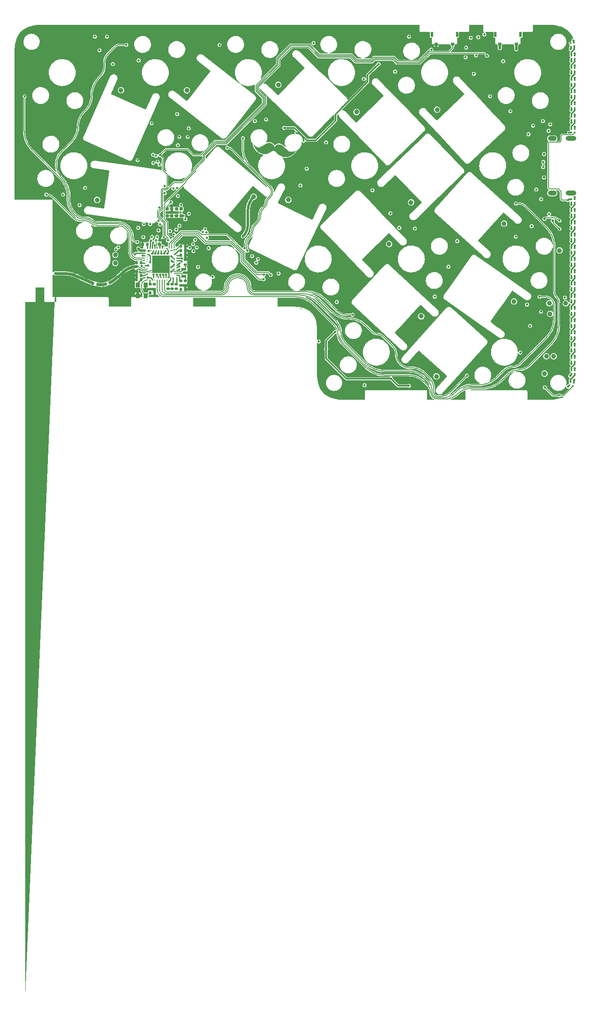
<source format=gtl>
G04 #@! TF.GenerationSoftware,KiCad,Pcbnew,(6.0.11-0)*
G04 #@! TF.CreationDate,2023-02-16T18:45:00+08:00*
G04 #@! TF.ProjectId,Left,4c656674-2e6b-4696-9361-645f70636258,rev?*
G04 #@! TF.SameCoordinates,Original*
G04 #@! TF.FileFunction,Copper,L1,Top*
G04 #@! TF.FilePolarity,Positive*
%FSLAX46Y46*%
G04 Gerber Fmt 4.6, Leading zero omitted, Abs format (unit mm)*
G04 Created by KiCad (PCBNEW (6.0.11-0)) date 2023-02-16 18:45:00*
%MOMM*%
%LPD*%
G01*
G04 APERTURE LIST*
G04 Aperture macros list*
%AMRoundRect*
0 Rectangle with rounded corners*
0 $1 Rounding radius*
0 $2 $3 $4 $5 $6 $7 $8 $9 X,Y pos of 4 corners*
0 Add a 4 corners polygon primitive as box body*
4,1,4,$2,$3,$4,$5,$6,$7,$8,$9,$2,$3,0*
0 Add four circle primitives for the rounded corners*
1,1,$1+$1,$2,$3*
1,1,$1+$1,$4,$5*
1,1,$1+$1,$6,$7*
1,1,$1+$1,$8,$9*
0 Add four rect primitives between the rounded corners*
20,1,$1+$1,$2,$3,$4,$5,0*
20,1,$1+$1,$4,$5,$6,$7,0*
20,1,$1+$1,$6,$7,$8,$9,0*
20,1,$1+$1,$8,$9,$2,$3,0*%
%AMFreePoly0*
4,1,13,-0.250000,0.375000,-0.240485,0.422835,-0.213388,0.463388,-0.172835,0.490485,-0.125000,0.500000,0.250000,0.500000,0.250000,-0.500000,-0.125000,-0.500000,-0.172835,-0.490485,-0.213388,-0.463388,-0.240485,-0.422835,-0.250000,-0.375000,-0.250000,0.375000,-0.250000,0.375000,$1*%
%AMFreePoly1*
4,1,13,-0.300000,0.150000,-0.288582,0.207403,-0.256066,0.256066,-0.207403,0.288582,-0.150000,0.300000,0.300000,0.300000,0.300000,-0.300000,-0.150000,-0.300000,-0.207403,-0.288582,-0.256066,-0.256066,-0.288582,-0.207403,-0.300000,-0.150000,-0.300000,0.150000,-0.300000,0.150000,$1*%
%AMFreePoly2*
4,1,159,0.031405,0.118585,0.052868,0.115473,0.057268,0.111655,0.063500,0.109985,0.091764,0.081721,0.106872,0.068611,0.107701,0.065784,0.109985,0.063500,0.127000,0.000000,0.127000,-5.727207,0.121770,-5.763277,0.116790,-5.770989,0.115473,-5.780075,0.097694,-5.800564,0.082984,-5.823345,0.074629,-5.827144,0.068611,-5.834079,0.042582,-5.841715,0.017894,-5.852940,0.008809,-5.851623,
0.000000,-5.854207,-2.217801,-5.854207,-2.253871,-5.848977,-2.261583,-5.843997,-2.270669,-5.842680,-2.291158,-5.824901,-2.313939,-5.810191,-2.317738,-5.801836,-2.324673,-5.795818,-2.332309,-5.769789,-2.343534,-5.745101,-2.342217,-5.736016,-2.344801,-5.727207,-2.344801,-2.910601,-4.148201,-2.910601,-4.148201,-5.727207,-4.153431,-5.763277,-4.158411,-5.770989,-4.159728,-5.780075,-4.177507,-5.800564,
-4.192217,-5.823345,-4.200572,-5.827144,-4.206590,-5.834079,-4.232619,-5.841715,-4.257307,-5.852940,-4.266392,-5.851623,-4.275201,-5.854207,-6.256401,-5.854207,-6.292471,-5.848977,-6.300183,-5.843997,-6.309269,-5.842680,-6.329758,-5.824901,-6.352539,-5.810191,-6.356338,-5.801836,-6.363273,-5.795818,-6.370909,-5.769789,-6.382134,-5.745101,-6.380817,-5.736016,-6.383401,-5.727207,-6.383401,-2.885201,
-8.085201,-2.885201,-8.085201,-5.727207,-8.090431,-5.763277,-8.095411,-5.770989,-8.096728,-5.780075,-8.114507,-5.800564,-8.129217,-5.823345,-8.137572,-5.827144,-8.143590,-5.834079,-8.169619,-5.841715,-8.194307,-5.852940,-8.203392,-5.851623,-8.212201,-5.854207,-10.091801,-5.854207,-10.127871,-5.848977,-10.135583,-5.843997,-10.144669,-5.842680,-10.165158,-5.824901,-10.187939,-5.810191,-10.191738,-5.801836,
-10.198673,-5.795818,-10.206309,-5.769789,-10.217534,-5.745101,-10.216217,-5.736016,-10.218801,-5.727207,-10.218801,-2.763004,-10.213571,-2.726934,-10.174785,-2.666866,-10.109695,-2.637271,-10.038933,-2.647531,-9.984929,-2.694393,-9.964801,-2.763004,-9.964801,-5.600207,-8.339201,-5.600207,-8.339201,-2.758201,-8.333971,-2.722131,-8.328991,-2.714419,-8.327674,-2.705333,-8.309895,-2.684844,-8.295185,-2.662063,
-8.286830,-2.658264,-8.280812,-2.651329,-8.254783,-2.643693,-8.230095,-2.632468,-8.221010,-2.633785,-8.212201,-2.631201,-6.256401,-2.631201,-6.220331,-2.636431,-6.212619,-2.641411,-6.203533,-2.642728,-6.183044,-2.660507,-6.160263,-2.675217,-6.156464,-2.683572,-6.149529,-2.689590,-6.141893,-2.715619,-6.130668,-2.740307,-6.131985,-2.749392,-6.129401,-2.758201,-6.129401,-5.600207,-4.402201,-5.600207,
-4.402201,-2.783601,-4.396971,-2.747531,-4.391991,-2.739819,-4.390674,-2.730733,-4.372895,-2.710244,-4.358185,-2.687463,-4.349830,-2.683664,-4.343812,-2.676729,-4.317783,-2.669093,-4.293095,-2.657868,-4.284010,-2.659185,-4.275201,-2.656601,-2.217801,-2.656601,-2.181731,-2.661831,-2.174019,-2.666811,-2.164933,-2.668128,-2.144444,-2.685907,-2.121663,-2.700617,-2.117864,-2.708972,-2.110929,-2.714990,
-2.103293,-2.741019,-2.092068,-2.765707,-2.093385,-2.774792,-2.090801,-2.783601,-2.090801,-5.600207,-0.127000,-5.600207,-0.127000,0.000000,-0.121770,0.036070,-0.114189,0.047811,-0.109985,0.063500,-0.093257,0.080228,-0.082984,0.096138,-0.072647,0.100838,-0.063500,0.109985,-0.036787,0.117143,-0.017894,0.125733,-0.009352,0.124494,0.000000,0.127000,0.031405,0.118585,0.031405,0.118585,
$1*%
G04 Aperture macros list end*
G04 #@! TA.AperFunction,NonConductor*
%ADD10C,0.350000*%
G04 #@! TD*
G04 #@! TA.AperFunction,NonConductor*
%ADD11C,0.100000*%
G04 #@! TD*
G04 #@! TA.AperFunction,NonConductor*
%ADD12C,0.556000*%
G04 #@! TD*
%ADD13C,0.038100*%
G04 #@! TA.AperFunction,SMDPad,CuDef*
%ADD14RoundRect,0.140000X-0.140000X-0.170000X0.140000X-0.170000X0.140000X0.170000X-0.140000X0.170000X0*%
G04 #@! TD*
G04 #@! TA.AperFunction,SMDPad,CuDef*
%ADD15RoundRect,0.087500X-0.087500X-0.087500X0.087500X-0.087500X0.087500X0.087500X-0.087500X0.087500X0*%
G04 #@! TD*
G04 #@! TA.AperFunction,SMDPad,CuDef*
%ADD16RoundRect,0.147500X0.079606X0.212545X-0.197603X0.111649X-0.079606X-0.212545X0.197603X-0.111649X0*%
G04 #@! TD*
G04 #@! TA.AperFunction,SMDPad,CuDef*
%ADD17FreePoly0,180.000000*%
G04 #@! TD*
G04 #@! TA.AperFunction,SMDPad,CuDef*
%ADD18FreePoly1,90.000000*%
G04 #@! TD*
G04 #@! TA.AperFunction,SMDPad,CuDef*
%ADD19FreePoly0,0.000000*%
G04 #@! TD*
G04 #@! TA.AperFunction,SMDPad,CuDef*
%ADD20R,1.100000X0.600000*%
G04 #@! TD*
G04 #@! TA.AperFunction,SMDPad,CuDef*
%ADD21RoundRect,0.140000X-0.170000X0.140000X-0.170000X-0.140000X0.170000X-0.140000X0.170000X0.140000X0*%
G04 #@! TD*
G04 #@! TA.AperFunction,SMDPad,CuDef*
%ADD22RoundRect,0.150000X-0.300000X0.350000X-0.300000X-0.350000X0.300000X-0.350000X0.300000X0.350000X0*%
G04 #@! TD*
G04 #@! TA.AperFunction,SMDPad,CuDef*
%ADD23C,0.250000*%
G04 #@! TD*
G04 #@! TA.AperFunction,SMDPad,CuDef*
%ADD24R,3.600000X3.600000*%
G04 #@! TD*
G04 #@! TA.AperFunction,SMDPad,CuDef*
%ADD25RoundRect,0.140000X0.140000X0.170000X-0.140000X0.170000X-0.140000X-0.170000X0.140000X-0.170000X0*%
G04 #@! TD*
G04 #@! TA.AperFunction,SMDPad,CuDef*
%ADD26RoundRect,0.140000X0.170000X-0.140000X0.170000X0.140000X-0.170000X0.140000X-0.170000X-0.140000X0*%
G04 #@! TD*
G04 #@! TA.AperFunction,SMDPad,CuDef*
%ADD27RoundRect,0.090000X-0.270000X0.210000X-0.270000X-0.210000X0.270000X-0.210000X0.270000X0.210000X0*%
G04 #@! TD*
G04 #@! TA.AperFunction,SMDPad,CuDef*
%ADD28C,1.000000*%
G04 #@! TD*
G04 #@! TA.AperFunction,SMDPad,CuDef*
%ADD29RoundRect,0.087500X-0.110256X-0.056178X0.056178X-0.110256X0.110256X0.056178X-0.056178X0.110256X0*%
G04 #@! TD*
G04 #@! TA.AperFunction,SMDPad,CuDef*
%ADD30RoundRect,0.135000X0.175745X0.146845X-0.086234X0.212164X-0.175745X-0.146845X0.086234X-0.212164X0*%
G04 #@! TD*
G04 #@! TA.AperFunction,SMDPad,CuDef*
%ADD31RoundRect,0.147500X-0.172500X0.147500X-0.172500X-0.147500X0.172500X-0.147500X0.172500X0.147500X0*%
G04 #@! TD*
G04 #@! TA.AperFunction,SMDPad,CuDef*
%ADD32RoundRect,0.087500X-0.070976X-0.101365X0.101365X-0.070976X0.070976X0.101365X-0.101365X0.070976X0*%
G04 #@! TD*
G04 #@! TA.AperFunction,SMDPad,CuDef*
%ADD33FreePoly2,270.000000*%
G04 #@! TD*
G04 #@! TA.AperFunction,SMDPad,CuDef*
%ADD34RoundRect,0.147500X0.172500X-0.147500X0.172500X0.147500X-0.172500X0.147500X-0.172500X-0.147500X0*%
G04 #@! TD*
G04 #@! TA.AperFunction,ComponentPad*
%ADD35O,2.200000X1.000000*%
G04 #@! TD*
G04 #@! TA.AperFunction,ComponentPad*
%ADD36O,1.800000X1.000000*%
G04 #@! TD*
G04 #@! TA.AperFunction,ViaPad*
%ADD37C,1.000000*%
G04 #@! TD*
G04 #@! TA.AperFunction,ViaPad*
%ADD38C,0.500000*%
G04 #@! TD*
G04 #@! TA.AperFunction,ViaPad*
%ADD39C,0.540000*%
G04 #@! TD*
G04 #@! TA.AperFunction,Conductor*
%ADD40C,0.500000*%
G04 #@! TD*
G04 #@! TA.AperFunction,Conductor*
%ADD41C,0.150000*%
G04 #@! TD*
G04 #@! TA.AperFunction,Conductor*
%ADD42C,0.250000*%
G04 #@! TD*
G04 #@! TA.AperFunction,Conductor*
%ADD43C,0.350000*%
G04 #@! TD*
G04 #@! TA.AperFunction,Conductor*
%ADD44C,0.300000*%
G04 #@! TD*
G04 #@! TA.AperFunction,Conductor*
%ADD45C,0.200000*%
G04 #@! TD*
G04 APERTURE END LIST*
D10*
X153445633Y-91070257D02*
G75*
G03*
X151878348Y-89400000I-1570633J96657D01*
G01*
D11*
G36*
X146422932Y-91439069D02*
G01*
X146491361Y-91448886D01*
X146557040Y-91462526D01*
X146620007Y-91479703D01*
X146680298Y-91500168D01*
X146737952Y-91523625D01*
X146793012Y-91549825D01*
X146845498Y-91578498D01*
X146895468Y-91609352D01*
X146942951Y-91642134D01*
X146987987Y-91676574D01*
X147030619Y-91712383D01*
X147070875Y-91749314D01*
X147144418Y-91825401D01*
X147208944Y-91902695D01*
X147264740Y-91979000D01*
X147312106Y-92052168D01*
X147351356Y-92120020D01*
X147382785Y-92180402D01*
X147423414Y-92270045D01*
X147436414Y-92303790D01*
X147455241Y-92275919D01*
X147478413Y-92244189D01*
X147510462Y-92203357D01*
X147551138Y-92155491D01*
X147600234Y-92102659D01*
X147657489Y-92046942D01*
X147722687Y-91990411D01*
X147758182Y-91962479D01*
X147795581Y-91935127D01*
X147834849Y-91908603D01*
X147875957Y-91883156D01*
X147918873Y-91859066D01*
X147963575Y-91836585D01*
X148010015Y-91815970D01*
X148058184Y-91797480D01*
X148108050Y-91781359D01*
X148159583Y-91767891D01*
X148212745Y-91757331D01*
X148267521Y-91749924D01*
X148323867Y-91745943D01*
X148381770Y-91745621D01*
X148441176Y-91749246D01*
X148502094Y-91757076D01*
X148575878Y-91772233D01*
X148649060Y-91793416D01*
X148721629Y-91820176D01*
X148793596Y-91852150D01*
X148864937Y-91888915D01*
X148935675Y-91930063D01*
X149005795Y-91975202D01*
X149075296Y-92023921D01*
X149212421Y-92130474D01*
X149347032Y-92246476D01*
X149479103Y-92368693D01*
X149608633Y-92493907D01*
X149859912Y-92740313D01*
X149981625Y-92855033D01*
X150100702Y-92959784D01*
X150217095Y-93051329D01*
X150274293Y-93091135D01*
X150330824Y-93126429D01*
X150386670Y-93156791D01*
X150441843Y-93181823D01*
X150496318Y-93201138D01*
X150550115Y-93214307D01*
X150685356Y-93234858D01*
X150814132Y-93245633D01*
X150936128Y-93247835D01*
X151051041Y-93242591D01*
X151158547Y-93231093D01*
X151258339Y-93214484D01*
X151350116Y-93193940D01*
X151433550Y-93170618D01*
X151508342Y-93145689D01*
X151574168Y-93120298D01*
X151677696Y-93072841D01*
X151763515Y-93023704D01*
X151745717Y-93054905D01*
X151691414Y-93140203D01*
X151650152Y-93199218D01*
X151599242Y-93267071D01*
X151538514Y-93342191D01*
X151467801Y-93423012D01*
X151386934Y-93507983D01*
X151295732Y-93595529D01*
X151246207Y-93639774D01*
X151194026Y-93684079D01*
X151139190Y-93728253D01*
X151081651Y-93772097D01*
X151021415Y-93815406D01*
X150958432Y-93857995D01*
X150892712Y-93899665D01*
X150824208Y-93940229D01*
X150752903Y-93979480D01*
X150678783Y-94017227D01*
X150601824Y-94053266D01*
X150521991Y-94087422D01*
X150419972Y-94126566D01*
X150318953Y-94160485D01*
X150218971Y-94189266D01*
X150119989Y-94213037D01*
X150022033Y-94231881D01*
X149925087Y-94245926D01*
X149829163Y-94255263D01*
X149734263Y-94260023D01*
X149640378Y-94260301D01*
X149547512Y-94256195D01*
X149455667Y-94247828D01*
X149364847Y-94235310D01*
X149275048Y-94218732D01*
X149186262Y-94198220D01*
X149011786Y-94145806D01*
X148841399Y-94078922D01*
X148675111Y-93998445D01*
X148512922Y-93905228D01*
X148354857Y-93800150D01*
X148200892Y-93684061D01*
X148051064Y-93557835D01*
X147905351Y-93422342D01*
X147763763Y-93278432D01*
X147723033Y-93236278D01*
X147683705Y-93197563D01*
X147645700Y-93162197D01*
X147608962Y-93130059D01*
X147573407Y-93101041D01*
X147538965Y-93075040D01*
X147505567Y-93051944D01*
X147473139Y-93031636D01*
X147441617Y-93014021D01*
X147410919Y-92998985D01*
X147380980Y-92986419D01*
X147351721Y-92976206D01*
X147323078Y-92968252D01*
X147294970Y-92962440D01*
X147267347Y-92958657D01*
X147240108Y-92956810D01*
X147213206Y-92956769D01*
X147186549Y-92958432D01*
X147160084Y-92961697D01*
X147133722Y-92966452D01*
X147081050Y-92979991D01*
X147027962Y-92998181D01*
X146973887Y-93020152D01*
X146918256Y-93045024D01*
X146800000Y-93100000D01*
X146768580Y-93117945D01*
X146724608Y-93147541D01*
X146601144Y-93233326D01*
X146522684Y-93285347D01*
X146433795Y-93340655D01*
X146334965Y-93397179D01*
X146226734Y-93452824D01*
X146169254Y-93479658D01*
X146109619Y-93505500D01*
X146047904Y-93530069D01*
X145984159Y-93553107D01*
X145918452Y-93574377D01*
X145850874Y-93593586D01*
X145781444Y-93610483D01*
X145710264Y-93624827D01*
X145637378Y-93636329D01*
X145562867Y-93644741D01*
X145486790Y-93649799D01*
X145409211Y-93651248D01*
X145330199Y-93648815D01*
X145249811Y-93642257D01*
X145168120Y-93631296D01*
X145085203Y-93615669D01*
X144946911Y-93581612D01*
X144815194Y-93540902D01*
X144689882Y-93494062D01*
X144570836Y-93441599D01*
X144457921Y-93384015D01*
X144351004Y-93321816D01*
X144249917Y-93255507D01*
X144154542Y-93185602D01*
X144064723Y-93112597D01*
X143980327Y-93037007D01*
X143901209Y-92959328D01*
X143827225Y-92880082D01*
X143694088Y-92718871D01*
X143579787Y-92557432D01*
X143483192Y-92399819D01*
X143403164Y-92250084D01*
X143338561Y-92112264D01*
X143288251Y-91990421D01*
X143225966Y-91810859D01*
X143207227Y-91743816D01*
X143207218Y-91743803D01*
X143207224Y-91743805D01*
X143207227Y-91743816D01*
X143228088Y-91773314D01*
X143253730Y-91806914D01*
X143289137Y-91850174D01*
X143334025Y-91900915D01*
X143388114Y-91956954D01*
X143451116Y-92016109D01*
X143485855Y-92046176D01*
X143522725Y-92076198D01*
X143561670Y-92105907D01*
X143602676Y-92135042D01*
X143645687Y-92163320D01*
X143690676Y-92190465D01*
X143737617Y-92216199D01*
X143786445Y-92240266D01*
X143837160Y-92262386D01*
X143889697Y-92282281D01*
X143944038Y-92299689D01*
X144000149Y-92314328D01*
X144057977Y-92325922D01*
X144117502Y-92334217D01*
X144178682Y-92338922D01*
X144241480Y-92339774D01*
X144305872Y-92336487D01*
X144371803Y-92328804D01*
X144424544Y-92318716D01*
X144478575Y-92304252D01*
X144533847Y-92285724D01*
X144590277Y-92263463D01*
X144706461Y-92209035D01*
X144826686Y-92143546D01*
X144950483Y-92069607D01*
X145077454Y-91989792D01*
X145339064Y-91822936D01*
X145472831Y-91741067D01*
X145607964Y-91663703D01*
X145744036Y-91593424D01*
X145812286Y-91561753D01*
X145880606Y-91532828D01*
X145948935Y-91506967D01*
X146017218Y-91484496D01*
X146085408Y-91465753D01*
X146153442Y-91451037D01*
X146221267Y-91440684D01*
X146288824Y-91435028D01*
X146356065Y-91434387D01*
X146422932Y-91439069D01*
G37*
X146422932Y-91439069D02*
X146491361Y-91448886D01*
X146557040Y-91462526D01*
X146620007Y-91479703D01*
X146680298Y-91500168D01*
X146737952Y-91523625D01*
X146793012Y-91549825D01*
X146845498Y-91578498D01*
X146895468Y-91609352D01*
X146942951Y-91642134D01*
X146987987Y-91676574D01*
X147030619Y-91712383D01*
X147070875Y-91749314D01*
X147144418Y-91825401D01*
X147208944Y-91902695D01*
X147264740Y-91979000D01*
X147312106Y-92052168D01*
X147351356Y-92120020D01*
X147382785Y-92180402D01*
X147423414Y-92270045D01*
X147436414Y-92303790D01*
X147455241Y-92275919D01*
X147478413Y-92244189D01*
X147510462Y-92203357D01*
X147551138Y-92155491D01*
X147600234Y-92102659D01*
X147657489Y-92046942D01*
X147722687Y-91990411D01*
X147758182Y-91962479D01*
X147795581Y-91935127D01*
X147834849Y-91908603D01*
X147875957Y-91883156D01*
X147918873Y-91859066D01*
X147963575Y-91836585D01*
X148010015Y-91815970D01*
X148058184Y-91797480D01*
X148108050Y-91781359D01*
X148159583Y-91767891D01*
X148212745Y-91757331D01*
X148267521Y-91749924D01*
X148323867Y-91745943D01*
X148381770Y-91745621D01*
X148441176Y-91749246D01*
X148502094Y-91757076D01*
X148575878Y-91772233D01*
X148649060Y-91793416D01*
X148721629Y-91820176D01*
X148793596Y-91852150D01*
X148864937Y-91888915D01*
X148935675Y-91930063D01*
X149005795Y-91975202D01*
X149075296Y-92023921D01*
X149212421Y-92130474D01*
X149347032Y-92246476D01*
X149479103Y-92368693D01*
X149608633Y-92493907D01*
X149859912Y-92740313D01*
X149981625Y-92855033D01*
X150100702Y-92959784D01*
X150217095Y-93051329D01*
X150274293Y-93091135D01*
X150330824Y-93126429D01*
X150386670Y-93156791D01*
X150441843Y-93181823D01*
X150496318Y-93201138D01*
X150550115Y-93214307D01*
X150685356Y-93234858D01*
X150814132Y-93245633D01*
X150936128Y-93247835D01*
X151051041Y-93242591D01*
X151158547Y-93231093D01*
X151258339Y-93214484D01*
X151350116Y-93193940D01*
X151433550Y-93170618D01*
X151508342Y-93145689D01*
X151574168Y-93120298D01*
X151677696Y-93072841D01*
X151763515Y-93023704D01*
X151745717Y-93054905D01*
X151691414Y-93140203D01*
X151650152Y-93199218D01*
X151599242Y-93267071D01*
X151538514Y-93342191D01*
X151467801Y-93423012D01*
X151386934Y-93507983D01*
X151295732Y-93595529D01*
X151246207Y-93639774D01*
X151194026Y-93684079D01*
X151139190Y-93728253D01*
X151081651Y-93772097D01*
X151021415Y-93815406D01*
X150958432Y-93857995D01*
X150892712Y-93899665D01*
X150824208Y-93940229D01*
X150752903Y-93979480D01*
X150678783Y-94017227D01*
X150601824Y-94053266D01*
X150521991Y-94087422D01*
X150419972Y-94126566D01*
X150318953Y-94160485D01*
X150218971Y-94189266D01*
X150119989Y-94213037D01*
X150022033Y-94231881D01*
X149925087Y-94245926D01*
X149829163Y-94255263D01*
X149734263Y-94260023D01*
X149640378Y-94260301D01*
X149547512Y-94256195D01*
X149455667Y-94247828D01*
X149364847Y-94235310D01*
X149275048Y-94218732D01*
X149186262Y-94198220D01*
X149011786Y-94145806D01*
X148841399Y-94078922D01*
X148675111Y-93998445D01*
X148512922Y-93905228D01*
X148354857Y-93800150D01*
X148200892Y-93684061D01*
X148051064Y-93557835D01*
X147905351Y-93422342D01*
X147763763Y-93278432D01*
X147723033Y-93236278D01*
X147683705Y-93197563D01*
X147645700Y-93162197D01*
X147608962Y-93130059D01*
X147573407Y-93101041D01*
X147538965Y-93075040D01*
X147505567Y-93051944D01*
X147473139Y-93031636D01*
X147441617Y-93014021D01*
X147410919Y-92998985D01*
X147380980Y-92986419D01*
X147351721Y-92976206D01*
X147323078Y-92968252D01*
X147294970Y-92962440D01*
X147267347Y-92958657D01*
X147240108Y-92956810D01*
X147213206Y-92956769D01*
X147186549Y-92958432D01*
X147160084Y-92961697D01*
X147133722Y-92966452D01*
X147081050Y-92979991D01*
X147027962Y-92998181D01*
X146973887Y-93020152D01*
X146918256Y-93045024D01*
X146800000Y-93100000D01*
X146768580Y-93117945D01*
X146724608Y-93147541D01*
X146601144Y-93233326D01*
X146522684Y-93285347D01*
X146433795Y-93340655D01*
X146334965Y-93397179D01*
X146226734Y-93452824D01*
X146169254Y-93479658D01*
X146109619Y-93505500D01*
X146047904Y-93530069D01*
X145984159Y-93553107D01*
X145918452Y-93574377D01*
X145850874Y-93593586D01*
X145781444Y-93610483D01*
X145710264Y-93624827D01*
X145637378Y-93636329D01*
X145562867Y-93644741D01*
X145486790Y-93649799D01*
X145409211Y-93651248D01*
X145330199Y-93648815D01*
X145249811Y-93642257D01*
X145168120Y-93631296D01*
X145085203Y-93615669D01*
X144946911Y-93581612D01*
X144815194Y-93540902D01*
X144689882Y-93494062D01*
X144570836Y-93441599D01*
X144457921Y-93384015D01*
X144351004Y-93321816D01*
X144249917Y-93255507D01*
X144154542Y-93185602D01*
X144064723Y-93112597D01*
X143980327Y-93037007D01*
X143901209Y-92959328D01*
X143827225Y-92880082D01*
X143694088Y-92718871D01*
X143579787Y-92557432D01*
X143483192Y-92399819D01*
X143403164Y-92250084D01*
X143338561Y-92112264D01*
X143288251Y-91990421D01*
X143225966Y-91810859D01*
X143207227Y-91743816D01*
X143207218Y-91743803D01*
X143207224Y-91743805D01*
X143207227Y-91743816D01*
X143228088Y-91773314D01*
X143253730Y-91806914D01*
X143289137Y-91850174D01*
X143334025Y-91900915D01*
X143388114Y-91956954D01*
X143451116Y-92016109D01*
X143485855Y-92046176D01*
X143522725Y-92076198D01*
X143561670Y-92105907D01*
X143602676Y-92135042D01*
X143645687Y-92163320D01*
X143690676Y-92190465D01*
X143737617Y-92216199D01*
X143786445Y-92240266D01*
X143837160Y-92262386D01*
X143889697Y-92282281D01*
X143944038Y-92299689D01*
X144000149Y-92314328D01*
X144057977Y-92325922D01*
X144117502Y-92334217D01*
X144178682Y-92338922D01*
X144241480Y-92339774D01*
X144305872Y-92336487D01*
X144371803Y-92328804D01*
X144424544Y-92318716D01*
X144478575Y-92304252D01*
X144533847Y-92285724D01*
X144590277Y-92263463D01*
X144706461Y-92209035D01*
X144826686Y-92143546D01*
X144950483Y-92069607D01*
X145077454Y-91989792D01*
X145339064Y-91822936D01*
X145472831Y-91741067D01*
X145607964Y-91663703D01*
X145744036Y-91593424D01*
X145812286Y-91561753D01*
X145880606Y-91532828D01*
X145948935Y-91506967D01*
X146017218Y-91484496D01*
X146085408Y-91465753D01*
X146153442Y-91451037D01*
X146221267Y-91440684D01*
X146288824Y-91435028D01*
X146356065Y-91434387D01*
X146422932Y-91439069D01*
D12*
X115400000Y-118800000D02*
X116450000Y-117890000D01*
X113814298Y-120007607D02*
G75*
G03*
X115400000Y-118800000I-3920598J6793007D01*
G01*
D13*
X152640407Y-125244017D02*
X152682002Y-125251318D01*
X152723390Y-125258850D01*
X152764573Y-125266614D01*
X152805548Y-125274609D01*
X152846317Y-125282836D01*
X152886879Y-125291295D01*
X152927234Y-125299987D01*
X152967383Y-125308911D01*
X153007324Y-125318068D01*
X153047057Y-125327459D01*
X153073432Y-125333850D01*
D12*
X102670000Y-118093000D02*
X104400000Y-118100000D01*
X107450006Y-118863512D02*
G75*
G03*
X104400000Y-118100000I-3067606J-5780488D01*
G01*
X107449996Y-118863531D02*
G75*
G03*
X110305148Y-120096621I9090504J17126531D01*
G01*
X111294855Y-120343362D02*
G75*
G03*
X112902799Y-120339372I796945J2833762D01*
G01*
X119279999Y-116689982D02*
G75*
G03*
X116450000Y-117890000I150201J-4291218D01*
G01*
D14*
X119250000Y-115910000D03*
X120210000Y-115910000D03*
D15*
X208234100Y-86093100D03*
X208934100Y-86093100D03*
X208234100Y-86793100D03*
X208934100Y-86793100D03*
X208234100Y-78583500D03*
X208934100Y-78583500D03*
X208234100Y-79283500D03*
X208934100Y-79283500D03*
D16*
X113805751Y-119984120D03*
X112894249Y-120315880D03*
D15*
X208234100Y-102902700D03*
X208934100Y-102902700D03*
X208234100Y-103602700D03*
X208934100Y-103602700D03*
D17*
X184816000Y-69263500D03*
D18*
X180571000Y-71313500D03*
X183921000Y-71313500D03*
D19*
X179676000Y-69263500D03*
D15*
X208234100Y-112902700D03*
X208934100Y-112902700D03*
X208234100Y-113602700D03*
X208934100Y-113602700D03*
X208234100Y-73583500D03*
X208934100Y-73583500D03*
X208234100Y-74283500D03*
X208934100Y-74283500D03*
D20*
X128925000Y-118650000D03*
X128925000Y-117250000D03*
D21*
X129200000Y-119620000D03*
X129200000Y-120580000D03*
D14*
X119240000Y-119370000D03*
X120200000Y-119370000D03*
D22*
X119460000Y-120450000D03*
X119460000Y-122650000D03*
X121060000Y-122650000D03*
X121060000Y-120450000D03*
D23*
X125460500Y-119450000D03*
X124960500Y-119450000D03*
X124460500Y-119450000D03*
X123960500Y-119450000D03*
X123460500Y-119450000D03*
X122960500Y-119450000D03*
X122460500Y-119450000D03*
X121960500Y-119450000D03*
X121460500Y-119450000D03*
X120960500Y-113950000D03*
X126960500Y-113700000D03*
X126210500Y-113450000D03*
X125210500Y-113450000D03*
X124710500Y-113450000D03*
X124210500Y-113450000D03*
X123710500Y-113450000D03*
X123210500Y-113450000D03*
X122710500Y-113450000D03*
X122210500Y-113450000D03*
X120960500Y-113450000D03*
X126960500Y-112950000D03*
X126460500Y-112950000D03*
X125960500Y-112950000D03*
X125460500Y-112950000D03*
X124960500Y-112950000D03*
X124460500Y-112950000D03*
X123960500Y-112950000D03*
X123460500Y-112950000D03*
X122960500Y-112950000D03*
X122460500Y-112950000D03*
X121960500Y-112950000D03*
X121460500Y-112950000D03*
X127460500Y-118950000D03*
X126710500Y-118950000D03*
X126210500Y-118950000D03*
X125710500Y-118950000D03*
X125210500Y-118950000D03*
X124710500Y-118950000D03*
X124210500Y-118950000D03*
X123710500Y-118950000D03*
X123210500Y-118950000D03*
X122710500Y-118950000D03*
X120960500Y-118950000D03*
X127460500Y-118450000D03*
X126960500Y-118200000D03*
X121460500Y-118200000D03*
X120960500Y-117950000D03*
D24*
X124210500Y-116200000D03*
D23*
X126960500Y-117700000D03*
X121460500Y-117700000D03*
X127460500Y-117450000D03*
X126960500Y-117200000D03*
X121460500Y-117200000D03*
X127460500Y-116950000D03*
X120960500Y-116950000D03*
X126960500Y-116700000D03*
X127460500Y-116450000D03*
X120960500Y-116450000D03*
X126960500Y-116200000D03*
X127460500Y-115950000D03*
X120960500Y-115950000D03*
X126960500Y-115700000D03*
X121460500Y-115700000D03*
X127460500Y-115450000D03*
X120960500Y-115450000D03*
X126960500Y-115200000D03*
X121460500Y-115200000D03*
X127460500Y-114950000D03*
X120960500Y-114950000D03*
X121460500Y-114700000D03*
X127460500Y-114450000D03*
X120960500Y-114450000D03*
X126960500Y-114200000D03*
X121460500Y-114200000D03*
D25*
X129240500Y-114350000D03*
X128280500Y-114350000D03*
D15*
X208234100Y-122902700D03*
X208934100Y-122902700D03*
X208234100Y-123602700D03*
X208934100Y-123602700D03*
X208234100Y-125402700D03*
X208934100Y-125402700D03*
X208234100Y-126102700D03*
X208934100Y-126102700D03*
D26*
X119250000Y-117650000D03*
X119250000Y-116690000D03*
X122050000Y-121280000D03*
X122050000Y-120320000D03*
D15*
X208234100Y-130402700D03*
X208934100Y-130402700D03*
X208234100Y-131102700D03*
X208934100Y-131102700D03*
D27*
X128390000Y-106325000D03*
X127420000Y-106325000D03*
X126450000Y-106325000D03*
X125480000Y-106325000D03*
X125480000Y-104925000D03*
X126450000Y-104925000D03*
X127420000Y-104925000D03*
X128390000Y-104925000D03*
D15*
X208234100Y-76083500D03*
X208934100Y-76083500D03*
X208234100Y-76783500D03*
X208934100Y-76783500D03*
D28*
X114900000Y-114300000D03*
D15*
X208234100Y-115402700D03*
X208934100Y-115402700D03*
X208234100Y-116102700D03*
X208934100Y-116102700D03*
D29*
X208055886Y-140274974D03*
X208721626Y-140491286D03*
X207839574Y-140940714D03*
X208505314Y-141157026D03*
D30*
X111294851Y-120343380D03*
X110305149Y-120096620D03*
D15*
X208234100Y-105402700D03*
X208934100Y-105402700D03*
X208234100Y-106102700D03*
X208934100Y-106102700D03*
X208234100Y-83593100D03*
X208934100Y-83593100D03*
X208234100Y-84293100D03*
X208934100Y-84293100D03*
X208234100Y-127902700D03*
X208934100Y-127902700D03*
X208234100Y-128602700D03*
X208934100Y-128602700D03*
D26*
X127400000Y-121230000D03*
X127400000Y-120270000D03*
D31*
X125700000Y-120265000D03*
X125700000Y-121235000D03*
D15*
X208234100Y-132902700D03*
X208934100Y-132902700D03*
X208234100Y-133602700D03*
X208934100Y-133602700D03*
D28*
X114900000Y-116000000D03*
D25*
X120190000Y-118550000D03*
X119230000Y-118550000D03*
D14*
X120470000Y-112150000D03*
X121430000Y-112150000D03*
D15*
X208234100Y-107902700D03*
X208934100Y-107902700D03*
X208234100Y-108602700D03*
X208934100Y-108602700D03*
D26*
X129210500Y-116280000D03*
X129210500Y-115320000D03*
D15*
X208234100Y-88583500D03*
X208934100Y-88583500D03*
X208234100Y-89283500D03*
X208934100Y-89283500D03*
X208234100Y-110402700D03*
X208934100Y-110402700D03*
X208234100Y-111102700D03*
X208934100Y-111102700D03*
X208234100Y-81083500D03*
X208934100Y-81083500D03*
X208234100Y-81783500D03*
X208934100Y-81783500D03*
D21*
X123950000Y-111330000D03*
X123950000Y-112290000D03*
D32*
X208044540Y-71066094D03*
X208733906Y-70944540D03*
X208166094Y-71755460D03*
X208855460Y-71633906D03*
D14*
X128270000Y-121400000D03*
X129230000Y-121400000D03*
D25*
X122960000Y-122080000D03*
X122000000Y-122080000D03*
X129240500Y-112550000D03*
X128280500Y-112550000D03*
D33*
X102700000Y-118093000D03*
D34*
X126550000Y-121235000D03*
X126550000Y-120265000D03*
D15*
X208234100Y-117902700D03*
X208934100Y-117902700D03*
X208234100Y-118602700D03*
X208934100Y-118602700D03*
X208234100Y-135402700D03*
X208934100Y-135402700D03*
X208234100Y-136102700D03*
X208934100Y-136102700D03*
X208234100Y-137902700D03*
X208934100Y-137902700D03*
X208234100Y-138602700D03*
X208934100Y-138602700D03*
D26*
X128300000Y-120580000D03*
X128300000Y-119620000D03*
D17*
X197816000Y-69263500D03*
D18*
X193571000Y-71313500D03*
X196921000Y-71313500D03*
D19*
X192676000Y-69263500D03*
D21*
X112100000Y-119490000D03*
X112100000Y-120450000D03*
D26*
X102700000Y-118093000D03*
X102700000Y-117133000D03*
D21*
X122900000Y-120320000D03*
X122900000Y-121280000D03*
D15*
X208234100Y-120402700D03*
X208934100Y-120402700D03*
X208234100Y-121102700D03*
X208934100Y-121102700D03*
D25*
X129240500Y-113450000D03*
X128280500Y-113450000D03*
D35*
X208102700Y-101668800D03*
X208102700Y-90518200D03*
D36*
X204302700Y-90517900D03*
X204302700Y-101668800D03*
D37*
X143202692Y-102432674D03*
X180610000Y-139140000D03*
X148240000Y-79550000D03*
X180762486Y-84634293D03*
D38*
X143450303Y-86959430D03*
X165909850Y-140949999D03*
D37*
X175410000Y-103580000D03*
D38*
X141017206Y-110543310D03*
X156510000Y-132010000D03*
D37*
X150300000Y-103070000D03*
D38*
X160240000Y-123920000D03*
X158029689Y-91307800D03*
D37*
X196470000Y-123840000D03*
D38*
X197770000Y-134270000D03*
X194259022Y-74734963D03*
D37*
X177490000Y-126860000D03*
D38*
X201030000Y-100960000D03*
X199161288Y-124458491D03*
X113200000Y-69700000D03*
X184860760Y-111495571D03*
X104202809Y-101984812D03*
X187625000Y-69950000D03*
D37*
X111190000Y-103080000D03*
D38*
X165729689Y-78347799D03*
X167513987Y-101098115D03*
X189162500Y-69825000D03*
X122336431Y-87398385D03*
X119676035Y-74561145D03*
D37*
X116060000Y-80660000D03*
X164250000Y-85110000D03*
X194450000Y-107920000D03*
X129540000Y-80680000D03*
X170920000Y-112100000D03*
D38*
X104090184Y-67617937D03*
X146100000Y-75550000D03*
X156518461Y-133548738D03*
X102400000Y-120350000D03*
X129430000Y-111950000D03*
X106590184Y-67617937D03*
X123210500Y-117500000D03*
X94604292Y-85141845D03*
X124429262Y-105770721D03*
X131967701Y-111858538D03*
X94604292Y-90141845D03*
X116590184Y-67617937D03*
X160840000Y-87140000D03*
X206330000Y-68140000D03*
X160760000Y-114460000D03*
X158560261Y-142919723D03*
X153450000Y-124800000D03*
X197990000Y-88200000D03*
X125210500Y-117500000D03*
X156518461Y-138548738D03*
X192920000Y-91860000D03*
X143858923Y-114104038D03*
X94604292Y-97641845D03*
X160971907Y-143570646D03*
X162560000Y-81420000D03*
X143500000Y-81350000D03*
X208130000Y-69880000D03*
X129230000Y-121400000D03*
X119220000Y-119340000D03*
X121055500Y-120430000D03*
X102400000Y-113600000D03*
X111590184Y-67617937D03*
X95040000Y-70180000D03*
X117050000Y-124550000D03*
X156518461Y-131048738D03*
X128958538Y-103332299D03*
X101590184Y-67617937D03*
X164460000Y-82560000D03*
X127400000Y-121230000D03*
X94604292Y-77641845D03*
X94604292Y-102641845D03*
X156941923Y-141011938D03*
X145500000Y-76900000D03*
X126975000Y-98978500D03*
X148450000Y-124550000D03*
X187390000Y-112760000D03*
X163471907Y-143609845D03*
X94604292Y-80141845D03*
X109090184Y-67617937D03*
X119250000Y-117660000D03*
X156518461Y-136048738D03*
X129400000Y-91900000D03*
X96674153Y-68292523D03*
X188760000Y-67620000D03*
X94604292Y-100141845D03*
X102400000Y-108600000D03*
X102400000Y-111100000D03*
X201380000Y-67620000D03*
X130300000Y-117110000D03*
X146870000Y-99290000D03*
X155900000Y-111600000D03*
X157490000Y-110140000D03*
X97104292Y-102641845D03*
X159090000Y-86710000D03*
X165640392Y-143613865D03*
X94604292Y-82641845D03*
X125070000Y-102600000D03*
X102400000Y-116100000D03*
X124210500Y-117500000D03*
X119260000Y-115920000D03*
X94604292Y-92641845D03*
X197781250Y-90187959D03*
X94604292Y-95141845D03*
X102400000Y-106100000D03*
X119460000Y-122640000D03*
X131700000Y-124550000D03*
X99090184Y-67654769D03*
X147540000Y-99750000D03*
X143350000Y-105670000D03*
X114550000Y-124550000D03*
X119240000Y-118550000D03*
X94604292Y-87641845D03*
X155550000Y-126200000D03*
X156450000Y-128550000D03*
X142600000Y-80450000D03*
X102390000Y-122664024D03*
X160180000Y-104140000D03*
X143263041Y-120788500D03*
X127399798Y-103430489D03*
X94604292Y-75141845D03*
X134200000Y-124550000D03*
X162313041Y-120788500D03*
X129440000Y-101940000D03*
X114090184Y-67617937D03*
X94620000Y-72641845D03*
X203880000Y-67640000D03*
D39*
X202602700Y-99293500D03*
D38*
X150950000Y-124550000D03*
X157650000Y-103220000D03*
X144816715Y-115989751D03*
X192080000Y-116120000D03*
X99500000Y-102641845D03*
X208934106Y-78136635D03*
X208934106Y-129955835D03*
X208934106Y-107455835D03*
X208934106Y-83136635D03*
X208934106Y-112455835D03*
X208934106Y-109955835D03*
X208934106Y-134955835D03*
D37*
X205800000Y-113400000D03*
D38*
X208641004Y-70507438D03*
X208934106Y-85646235D03*
X208934106Y-119955835D03*
D37*
X204600000Y-135040000D03*
D38*
X208934106Y-75636635D03*
X208934106Y-117455835D03*
X208934106Y-88146235D03*
X208934106Y-80636635D03*
X208934106Y-127455835D03*
D37*
X202743979Y-138576090D03*
D38*
X208934106Y-104955835D03*
D37*
X203110000Y-135040000D03*
D38*
X208934106Y-114955835D03*
X208934106Y-132455835D03*
X208900000Y-102540000D03*
X208934106Y-122455835D03*
X208934106Y-73136635D03*
X208934106Y-124955835D03*
X208934106Y-137455835D03*
X208810000Y-139840000D03*
D39*
X202602700Y-98493500D03*
D38*
X203547500Y-88950000D03*
X200400000Y-87900000D03*
X203660000Y-105957500D03*
X203900000Y-87650000D03*
X145261810Y-119263190D03*
D39*
X202602700Y-93693500D03*
D38*
X199450000Y-89650000D03*
X127503255Y-100618127D03*
X130133743Y-112879004D03*
X127700000Y-91900000D03*
X127375000Y-105051213D03*
X126380002Y-114590000D03*
X122630000Y-93850000D03*
X128027822Y-108359317D03*
X122410000Y-110640000D03*
X124800000Y-110700000D03*
X124040000Y-93920000D03*
X186675000Y-71950000D03*
X179570000Y-72350000D03*
X202400000Y-86950000D03*
X119928192Y-117859839D03*
X125700000Y-120265000D03*
X122900000Y-120320000D03*
X128270000Y-121400000D03*
X121500000Y-118920000D03*
X202449500Y-96363000D03*
X202020000Y-102930000D03*
X202494653Y-95287051D03*
X125670000Y-111360000D03*
X126410000Y-115560000D03*
X124293562Y-114030498D03*
X171315885Y-139621146D03*
X174977352Y-141070000D03*
X188720000Y-73550000D03*
X176191205Y-108923060D03*
X199782806Y-128815188D03*
X107582505Y-104150259D03*
X186573199Y-73921826D03*
X148310000Y-118110000D03*
X110700000Y-69700000D03*
X193570000Y-72100000D03*
X129926370Y-88432005D03*
X188263141Y-77304276D03*
X159849999Y-130069998D03*
X108715011Y-100621739D03*
X172151281Y-76860659D03*
X131830000Y-116757500D03*
X119455148Y-94936060D03*
X127555696Y-85510228D03*
X123941952Y-95862499D03*
X114406620Y-75314851D03*
X134013137Y-112934276D03*
X158036899Y-133525267D03*
X154054092Y-96702564D03*
X149455127Y-88375740D03*
X145750230Y-86642599D03*
X196840000Y-110590000D03*
X168770000Y-75310000D03*
X173001705Y-108781241D03*
X202008429Y-125928769D03*
X200095904Y-108427437D03*
X111655942Y-72481869D03*
X152778033Y-100123886D03*
X171192613Y-105806685D03*
X183069020Y-116725037D03*
X128498056Y-115635829D03*
X206897861Y-123017968D03*
X208234100Y-119049567D03*
X207750000Y-89320000D03*
X208234100Y-134049567D03*
X208234100Y-136549567D03*
X208234100Y-114049567D03*
X208234100Y-111549567D03*
X208234100Y-74730367D03*
X208234100Y-121549567D03*
X208234100Y-124049567D03*
X207550000Y-141240000D03*
D37*
X203700000Y-124200000D03*
D38*
X208234100Y-129049567D03*
X208080000Y-72220000D03*
X208234100Y-106549567D03*
X208234100Y-77230367D03*
X208234100Y-126549567D03*
X208234100Y-82230367D03*
X208234100Y-131549567D03*
X208234100Y-79730367D03*
X208234100Y-116549567D03*
X208234100Y-109049567D03*
X208234100Y-104049567D03*
D37*
X207070000Y-124210000D03*
D38*
X208234100Y-84739967D03*
X207970000Y-139050000D03*
X208234100Y-87239967D03*
X122040500Y-115794019D03*
X126263934Y-110852554D03*
X190970000Y-73620000D03*
X126767652Y-100725112D03*
X128000000Y-90200000D03*
X122680000Y-95520000D03*
X123750000Y-109320000D03*
X126900000Y-110100000D03*
X128783904Y-106330000D03*
X130883743Y-113554004D03*
X128531617Y-115017237D03*
X128000000Y-116680000D03*
X122710000Y-118369502D03*
X125030000Y-100270000D03*
X124034317Y-108097178D03*
X122190034Y-111393651D03*
X127179500Y-106330000D03*
X196910000Y-72290000D03*
X190430000Y-69260000D03*
X207540000Y-103110000D03*
X134840000Y-118810000D03*
X202800000Y-141400000D03*
X120472910Y-114485271D03*
X205720000Y-143010000D03*
D39*
X204420000Y-107340000D03*
D38*
X205800000Y-109000000D03*
X146696052Y-118403948D03*
X205800000Y-107300000D03*
D39*
X202710001Y-106957500D03*
D38*
X145290000Y-118370000D03*
X114900000Y-116000000D03*
X118900000Y-114169037D03*
X133570000Y-109710000D03*
X123674059Y-114030498D03*
X132780000Y-109630000D03*
X123054556Y-114030498D03*
X129950000Y-105890000D03*
X122435054Y-114030499D03*
X114900000Y-114300000D03*
X119604032Y-113010517D03*
X124611561Y-112565378D03*
X133260000Y-109060000D03*
X128250000Y-105655500D03*
X123180000Y-111320000D03*
X122980000Y-112350000D03*
X129228404Y-107033488D03*
X128000000Y-117299503D03*
X144092994Y-115163913D03*
X126380002Y-117760000D03*
X142879622Y-114572112D03*
X123546463Y-95276965D03*
X123230189Y-94070189D03*
X131566257Y-112795996D03*
X125030000Y-101700000D03*
X128280500Y-114350000D03*
X127400000Y-120270000D03*
X120606900Y-110659500D03*
X126273380Y-103555149D03*
X126118617Y-109444378D03*
X143720378Y-115927888D03*
X195740000Y-84930000D03*
X130816257Y-112120996D03*
X127680000Y-102260000D03*
X121429989Y-112190000D03*
X123438500Y-110640500D03*
X129700000Y-90200000D03*
X128341462Y-104067701D03*
X133648156Y-110819768D03*
X123831105Y-111986259D03*
X123720000Y-107330000D03*
D37*
X203860000Y-126380000D03*
D38*
X131232299Y-111241462D03*
X128290000Y-113440000D03*
X122050000Y-120320000D03*
X119600000Y-108780000D03*
X127372178Y-109140683D03*
X122025000Y-108019200D03*
X123860000Y-104650000D03*
X120725000Y-108019200D03*
X121664121Y-113495068D03*
X115015956Y-113167130D03*
X175000000Y-69700000D03*
X124913065Y-114030498D03*
X191590000Y-81870000D03*
X125560000Y-114030498D03*
X115500000Y-112780497D03*
X119400000Y-111680000D03*
X117160000Y-71380000D03*
X122630025Y-111829760D03*
X126380002Y-116810000D03*
X163480000Y-126550000D03*
X186850000Y-139000000D03*
X201720000Y-122880000D03*
X196890000Y-103830000D03*
X125266000Y-118369502D03*
X137800000Y-92430000D03*
X141321987Y-112970000D03*
X141010000Y-90490000D03*
X141905356Y-113460001D03*
X124646497Y-118369502D03*
X124026994Y-118369502D03*
X123407491Y-118369502D03*
X180262500Y-122839041D03*
X155450000Y-71020000D03*
X120240000Y-116589500D03*
X128018279Y-116027743D03*
X136220000Y-71410000D03*
X121570000Y-116470000D03*
X100780000Y-102000000D03*
X96340000Y-81900000D03*
D40*
X142020000Y-108122352D02*
X142020000Y-105287945D01*
X143202662Y-102432644D02*
G75*
G03*
X142020000Y-105287945I2855338J-2855256D01*
G01*
X142019951Y-108122352D02*
G75*
G02*
X141017206Y-110543310I-3423751J-48D01*
G01*
D41*
X119726863Y-117210000D02*
X119599705Y-117210000D01*
D42*
X125820000Y-118840500D02*
X125820000Y-118109500D01*
D41*
X119250000Y-117474852D02*
X119250000Y-117650000D01*
X121146653Y-117570000D02*
X120595979Y-117570000D01*
X123594384Y-116816117D02*
X124210500Y-116200000D01*
D42*
X125820000Y-118109500D02*
X125210500Y-117500000D01*
X125710500Y-118950000D02*
X125820000Y-118840500D01*
D41*
X121146653Y-117570020D02*
G75*
G02*
X121460500Y-117700000I47J-443780D01*
G01*
X123594390Y-116816123D02*
G75*
G02*
X121460500Y-117700000I-2133890J2133923D01*
G01*
X119249981Y-117474852D02*
G75*
G02*
X119310000Y-117330000I204919J-48D01*
G01*
X119726863Y-117210016D02*
G75*
G02*
X119920000Y-117290000I37J-273084D01*
G01*
X119309998Y-117329998D02*
G75*
G02*
X119599705Y-117210000I289702J-289702D01*
G01*
X119920006Y-117289994D02*
G75*
G03*
X120595979Y-117570000I675994J675994D01*
G01*
X109540000Y-119640000D02*
X109996620Y-120096620D01*
X106680000Y-118350000D02*
X107190000Y-118860000D01*
X105640000Y-118350000D02*
X106680000Y-118350000D01*
X105410000Y-118120000D02*
X105640000Y-118350000D01*
X107950000Y-119200000D02*
X108280000Y-119200000D01*
X107190000Y-118860000D02*
X107610000Y-118860000D01*
X102727000Y-118120000D02*
X105410000Y-118120000D01*
X108720000Y-119640000D02*
X109540000Y-119640000D01*
X108280000Y-119200000D02*
X108720000Y-119640000D01*
X107610000Y-118860000D02*
X107950000Y-119200000D01*
X109996620Y-120096620D02*
X110305149Y-120096620D01*
D43*
X208934100Y-130402700D02*
X208934106Y-129955835D01*
X208733906Y-70944539D02*
X208641004Y-70507438D01*
X208934100Y-83583500D02*
X208934106Y-83136635D01*
X208934100Y-115402700D02*
X208934106Y-114955835D01*
X208934100Y-78583500D02*
X208934106Y-78136635D01*
X208934100Y-76083500D02*
X208934106Y-75636635D01*
X208740000Y-139910000D02*
X208740000Y-140472912D01*
X208934100Y-110402700D02*
X208934106Y-109955835D01*
X208934100Y-112902700D02*
X208934106Y-112455835D01*
X208740000Y-140472912D02*
X208721626Y-140491286D01*
X208934100Y-73583500D02*
X208934106Y-73136635D01*
D44*
X208934100Y-102574100D02*
X208900000Y-102540000D01*
D43*
X208934100Y-137902700D02*
X208934106Y-137455835D01*
X208934100Y-120402700D02*
X208934106Y-119955835D01*
X208934100Y-132902700D02*
X208934106Y-132455835D01*
X208934100Y-105402700D02*
X208934106Y-104955835D01*
X208934100Y-86093100D02*
X208934106Y-85646235D01*
X208934100Y-117902700D02*
X208934106Y-117455835D01*
X208810000Y-139840000D02*
X208740000Y-139910000D01*
X208934100Y-127902700D02*
X208934106Y-127455835D01*
X208934100Y-125402700D02*
X208934106Y-124955835D01*
X208934100Y-81083500D02*
X208934106Y-80636635D01*
X208934100Y-135402700D02*
X208934106Y-134955835D01*
X208934100Y-88593100D02*
X208934106Y-88146235D01*
D44*
X208934100Y-102902700D02*
X208934100Y-102574100D01*
D43*
X208934100Y-122902700D02*
X208934106Y-122455835D01*
X208934100Y-107902700D02*
X208934106Y-107455835D01*
D45*
X128633740Y-110210000D02*
X126960500Y-111883240D01*
X140640000Y-115620000D02*
X140640000Y-113973740D01*
X145261810Y-119263190D02*
X144283190Y-119263190D01*
X140640000Y-113973740D02*
X138585780Y-111919520D01*
X133335781Y-111919520D02*
X131626261Y-110210000D01*
X144283190Y-119263190D02*
X140640000Y-115620000D01*
X126960500Y-111883240D02*
X126960500Y-112950000D01*
X138585780Y-111919520D02*
X133335781Y-111919520D01*
X131626261Y-110210000D02*
X128633740Y-110210000D01*
D42*
X126960500Y-115170498D02*
X126380002Y-114590000D01*
X126960500Y-115200000D02*
X126960500Y-115170498D01*
D41*
X127085500Y-118075000D02*
X126960500Y-118200000D01*
X128925000Y-118650000D02*
X128350000Y-118075000D01*
X129200000Y-118925000D02*
X128925000Y-118650000D01*
X128350000Y-118075000D02*
X127085500Y-118075000D01*
X129200000Y-119620000D02*
X129200000Y-118925000D01*
X129210500Y-116280000D02*
X129210500Y-116964500D01*
X127030011Y-117769511D02*
X128405489Y-117769511D01*
X129210500Y-116964500D02*
X128925000Y-117250000D01*
X128405489Y-117769511D02*
X128925000Y-117250000D01*
X126960500Y-117700000D02*
X127030011Y-117769511D01*
D42*
X120250000Y-115950000D02*
X120210000Y-115910000D01*
X120960500Y-115950000D02*
X120250000Y-115950000D01*
X127480500Y-118430000D02*
X127830000Y-118430000D01*
X128050000Y-118650000D02*
X128050000Y-119370000D01*
X127460500Y-118450000D02*
X127480500Y-118430000D01*
X128050000Y-119370000D02*
X128300000Y-119620000D01*
X127830000Y-118430000D02*
X128050000Y-118650000D01*
D41*
X121457401Y-119450000D02*
X121460500Y-119450000D01*
X121060000Y-122650000D02*
X120871041Y-122461041D01*
X121368371Y-122341630D02*
X121060000Y-122650000D01*
X120270000Y-121010000D02*
X120270000Y-120481837D01*
X121368362Y-122341621D02*
G75*
G02*
X122000000Y-122080000I631638J-631679D01*
G01*
X120270006Y-121010000D02*
G75*
G03*
X120871041Y-122461041I2052094J0D01*
G01*
X121457401Y-119450001D02*
G75*
G03*
X120540000Y-119830000I-1J-1297399D01*
G01*
X120539989Y-119829989D02*
G75*
G03*
X120270000Y-120481837I651811J-651811D01*
G01*
X126560000Y-113450000D02*
X126210500Y-113450000D01*
X126700000Y-113310000D02*
X126560000Y-113450000D01*
X128140000Y-112550000D02*
X127380000Y-113310000D01*
X127380000Y-113310000D02*
X126700000Y-113310000D01*
X124800000Y-110700000D02*
X124800000Y-107765000D01*
X156697285Y-73374969D02*
X163257287Y-73374971D01*
X123580000Y-106545000D02*
X123580000Y-105522901D01*
X163257287Y-73374971D02*
X164283276Y-74400960D01*
X147960961Y-74149039D02*
X150809038Y-71300962D01*
X135280000Y-91080000D02*
X137407684Y-91080000D01*
X124630000Y-94510000D02*
X124040000Y-93920000D01*
X125474511Y-97874511D02*
X124630000Y-97030000D01*
X145110960Y-82293276D02*
X143670960Y-80853276D01*
X124304511Y-101025489D02*
X124600000Y-100730000D01*
X137407684Y-91080000D02*
X145110960Y-83376724D01*
X124630000Y-97030000D02*
X124630000Y-94510000D01*
X124600000Y-100730000D02*
X125300000Y-100730000D01*
X123580000Y-105522901D02*
X123596827Y-105403173D01*
X124800000Y-107765000D02*
X123580000Y-106545000D01*
X124040000Y-93920000D02*
X125210000Y-92750000D01*
X132440000Y-93920000D02*
X135280000Y-91080000D01*
X167686722Y-73910962D02*
X171973278Y-73910962D01*
X123905489Y-105094511D02*
X124044124Y-105094511D01*
X125210000Y-92750000D02*
X129760000Y-92750000D01*
X145110960Y-83376724D02*
X145110960Y-82293276D01*
X154623278Y-71300962D02*
X156697285Y-73374969D01*
X164283276Y-74400960D02*
X167196724Y-74400960D01*
X124044124Y-105094511D02*
X124304511Y-104834124D01*
X171973278Y-73910962D02*
X172763276Y-74700960D01*
X179297684Y-72350000D02*
X179570000Y-72350000D01*
X125300000Y-100730000D02*
X125474511Y-100555489D01*
X150809038Y-71300962D02*
X154623278Y-71300962D01*
X124304511Y-104834124D02*
X124304511Y-101025489D01*
X143670960Y-80853276D02*
X143670961Y-79676723D01*
X167196724Y-74400960D02*
X167686722Y-73910962D01*
X143670961Y-79676723D02*
X147960961Y-75386723D01*
X147960961Y-75386723D02*
X147960961Y-74149039D01*
X125474511Y-100555489D02*
X125474511Y-97874511D01*
X129760000Y-92750000D02*
X130930000Y-93920000D01*
X130930000Y-93920000D02*
X132440000Y-93920000D01*
X176946724Y-74700960D02*
X179297684Y-72350000D01*
X123596827Y-105403173D02*
X123905489Y-105094511D01*
X172763276Y-74700960D02*
X176946724Y-74700960D01*
D42*
X126210500Y-119369500D02*
X125700000Y-119880000D01*
X120018353Y-117950000D02*
X120960500Y-117950000D01*
X126210500Y-118950000D02*
X126210500Y-119369500D01*
X125700000Y-119880000D02*
X125700000Y-120265000D01*
X119928192Y-117859839D02*
X120018353Y-117950000D01*
X122460500Y-119280500D02*
X122100000Y-118920000D01*
X122460500Y-119450000D02*
X122460500Y-119280500D01*
X122100000Y-118920000D02*
X121500000Y-118920000D01*
D45*
X202449500Y-95332204D02*
X202494653Y-95287051D01*
X202449500Y-96363000D02*
X202449500Y-95332204D01*
D41*
X135391638Y-91349520D02*
X137519322Y-91349520D01*
X150920677Y-71570481D02*
X154511639Y-71570481D01*
X143940480Y-80741638D02*
X143940480Y-79788362D01*
X154511639Y-71570481D02*
X156585647Y-73644489D01*
X143940480Y-79788362D02*
X148230481Y-75498361D01*
X125120000Y-110330000D02*
X125120000Y-107703842D01*
X163145648Y-73644490D02*
X164171638Y-74670480D01*
X183921000Y-72064970D02*
X183921000Y-71313500D01*
X123849520Y-105670273D02*
X124574030Y-104945763D01*
X179192872Y-72835970D02*
X183150000Y-72835970D01*
X131049421Y-97059421D02*
X131049421Y-96659421D01*
X132890480Y-94818362D02*
X132890480Y-93850678D01*
X137519322Y-91349520D02*
X145380480Y-83488362D01*
X156585647Y-73644489D02*
X163145648Y-73644490D01*
X131049421Y-96659421D02*
X132890480Y-94818362D01*
X148230481Y-74260677D02*
X150920677Y-71570481D01*
X124574031Y-101137127D02*
X124711638Y-100999520D01*
X124574030Y-104945763D02*
X124574031Y-101137127D01*
X171861639Y-74180481D02*
X172651638Y-74970480D01*
X123849520Y-106433362D02*
X123849520Y-105670273D01*
X172651638Y-74970480D02*
X177058362Y-74970480D01*
X125670000Y-111360000D02*
X125670000Y-110880000D01*
X167308362Y-74670480D02*
X167798361Y-74180481D01*
X126861158Y-99550000D02*
X128558842Y-99550000D01*
X183150000Y-72835970D02*
X183921000Y-72064970D01*
X167798361Y-74180481D02*
X171861639Y-74180481D01*
X148230481Y-75498361D02*
X148230481Y-74260677D01*
X164171638Y-74670480D02*
X167308362Y-74670480D01*
X125411639Y-100999519D02*
X126861158Y-99550000D01*
X132890480Y-93850678D02*
X135391638Y-91349520D01*
X125670000Y-110880000D02*
X125120000Y-110330000D01*
X145380480Y-82181638D02*
X143940480Y-80741638D01*
X145380480Y-83488362D02*
X145380480Y-82181638D01*
X124711638Y-100999520D02*
X125411639Y-100999519D01*
X128558842Y-99550000D02*
X131049421Y-97059421D01*
X125120000Y-107703842D02*
X123849520Y-106433362D01*
X177058362Y-74970480D02*
X179192872Y-72835970D01*
D42*
X126550000Y-115700000D02*
X126410000Y-115560000D01*
X126960500Y-115700000D02*
X126550000Y-115700000D01*
X124210500Y-113947436D02*
X124293562Y-114030498D01*
X124210500Y-113450000D02*
X124210500Y-113947436D01*
D41*
X126550000Y-121235000D02*
X125700000Y-121235000D01*
D42*
X126710500Y-120104500D02*
X126550000Y-120265000D01*
X126710500Y-118950000D02*
X126710500Y-120104500D01*
D44*
X166520000Y-77560000D02*
X168770000Y-75310000D01*
D40*
X193571000Y-71313500D02*
X193571000Y-72099000D01*
D44*
X174977352Y-141070000D02*
X172764739Y-141070000D01*
X149455127Y-88375740D02*
X151605740Y-88375740D01*
X159849999Y-130069998D02*
X158036899Y-131883098D01*
X154140000Y-90910000D02*
X155930000Y-90910000D01*
X158036899Y-131883098D02*
X158036899Y-133525267D01*
X155930000Y-90910000D02*
X159970000Y-86870000D01*
X159970000Y-86870000D02*
X159970000Y-85560000D01*
X159970000Y-85560000D02*
X166520000Y-79010000D01*
X172764739Y-141070000D02*
X171315885Y-139621146D01*
D40*
X193571000Y-72099000D02*
X193570000Y-72100000D01*
D44*
X171315885Y-139621146D02*
X162171146Y-139621146D01*
X162171146Y-139621146D02*
X158036899Y-135486899D01*
X151605740Y-88375740D02*
X154140000Y-90910000D01*
X158036899Y-135486899D02*
X158036899Y-133525267D01*
X166520000Y-79010000D02*
X166520000Y-77560000D01*
D42*
X128355829Y-115635829D02*
X128498056Y-115635829D01*
X127460500Y-115450000D02*
X128170000Y-115450000D01*
X128170000Y-115450000D02*
X128355829Y-115635829D01*
D43*
X208234100Y-86793100D02*
X208234100Y-87239967D01*
X208234100Y-138602700D02*
X208234100Y-138785900D01*
X208234100Y-121102700D02*
X208234100Y-121549567D01*
X207839574Y-140950426D02*
X207839574Y-140940714D01*
X208234100Y-116102700D02*
X208234100Y-116549567D01*
X208234100Y-111102700D02*
X208234100Y-111549567D01*
X208234100Y-123602700D02*
X208234100Y-124049567D01*
X208234100Y-118602700D02*
X208234100Y-119049567D01*
D44*
X207786500Y-89283500D02*
X208234100Y-89283500D01*
D43*
X208234100Y-113602700D02*
X208234100Y-114049567D01*
X208234100Y-84293100D02*
X208234100Y-84739967D01*
X208234100Y-74283500D02*
X208234100Y-74730367D01*
D44*
X207750000Y-89320000D02*
X207786500Y-89283500D01*
D43*
X208234100Y-103602700D02*
X208234100Y-104049567D01*
X208234100Y-126102700D02*
X208234100Y-126549567D01*
X208234100Y-128602700D02*
X208234100Y-129049567D01*
X208234100Y-136102700D02*
X208234100Y-136549567D01*
X208234100Y-131102700D02*
X208234100Y-131549567D01*
X208234100Y-133602700D02*
X208234100Y-134049567D01*
X208166094Y-72133906D02*
X208080000Y-72220000D01*
X208234100Y-108602700D02*
X208234100Y-109049567D01*
X208234100Y-138785900D02*
X207970000Y-139050000D01*
X208234100Y-81783500D02*
X208234100Y-82230367D01*
X208166094Y-71755459D02*
X208166094Y-72133906D01*
X208234100Y-106102700D02*
X208234100Y-106549567D01*
X208234100Y-76783500D02*
X208234100Y-77230367D01*
X207550000Y-141240000D02*
X207839574Y-140950426D01*
X208234100Y-79283500D02*
X208234100Y-79730367D01*
D41*
X144210000Y-80630000D02*
X144210000Y-79900000D01*
X156474009Y-73914009D02*
X163034009Y-73914009D01*
X131320000Y-96770000D02*
X133160000Y-94930000D01*
X125569547Y-110158167D02*
X125569547Y-107679547D01*
X124925480Y-104597148D02*
X125000000Y-104522628D01*
X145650000Y-83600000D02*
X145650000Y-82070000D01*
X171750000Y-74450000D02*
X172540000Y-75240000D01*
X144210000Y-79900000D02*
X148500000Y-75610000D01*
X163034009Y-73914009D02*
X164060000Y-74940000D01*
D42*
X121460500Y-114200000D02*
X121720000Y-114200000D01*
D41*
X125070000Y-103680000D02*
X129310000Y-99440000D01*
X125569547Y-107679547D02*
X124925480Y-107035480D01*
D42*
X121720000Y-114200000D02*
X122040500Y-114520500D01*
D41*
X129310000Y-99180000D02*
X131320000Y-97170000D01*
X148500000Y-74372316D02*
X151032316Y-71840000D01*
X125000000Y-103680000D02*
X125070000Y-103680000D01*
D42*
X122040500Y-114520500D02*
X122040500Y-115794019D01*
D41*
X164060000Y-74940000D02*
X167420000Y-74940000D01*
X151032316Y-71840000D02*
X154400000Y-71840000D01*
X131320000Y-97170000D02*
X131320000Y-96770000D01*
X133160000Y-93962316D02*
X135503276Y-91619040D01*
X154400000Y-71840000D02*
X156474009Y-73914009D01*
X125000000Y-104522628D02*
X125000000Y-103680000D01*
X177170000Y-75240000D02*
X179304510Y-73105490D01*
X137630961Y-91619039D02*
X145650000Y-83600000D01*
X124925480Y-107035480D02*
X124925480Y-104597148D01*
X172540000Y-75240000D02*
X177170000Y-75240000D01*
X167420000Y-74940000D02*
X167910000Y-74450000D01*
X190455489Y-73105489D02*
X190970000Y-73620000D01*
X167910000Y-74450000D02*
X171750000Y-74450000D01*
X179304510Y-73105490D02*
X190455489Y-73105489D01*
X145650000Y-82070000D02*
X144210000Y-80630000D01*
X126263934Y-110852554D02*
X125569547Y-110158167D01*
X133160000Y-94930000D02*
X133160000Y-93962316D01*
X148500000Y-75610000D02*
X148500000Y-74372316D01*
X135503276Y-91619040D02*
X137630961Y-91619039D01*
X129310000Y-99440000D02*
X129310000Y-99180000D01*
X128783904Y-106330000D02*
X128410000Y-106330000D01*
D42*
X128464380Y-114950000D02*
X128531617Y-115017237D01*
X127460500Y-114950000D02*
X128464380Y-114950000D01*
X127550000Y-116950000D02*
X127820000Y-116680000D01*
X127820000Y-116680000D02*
X128000000Y-116680000D01*
X127460500Y-116950000D02*
X127550000Y-116950000D01*
D41*
X115010000Y-119160000D02*
X115010000Y-119150000D01*
X116690000Y-117620000D02*
X116820000Y-117620000D01*
X117650000Y-117020000D02*
X117930000Y-117020000D01*
X115010000Y-119150000D02*
X115150000Y-119010000D01*
X114870000Y-119300000D02*
X115010000Y-119160000D01*
X114780000Y-119300000D02*
X114870000Y-119300000D01*
X115920000Y-118280000D02*
X116030000Y-118280000D01*
X113805751Y-119984120D02*
X113965880Y-119984120D01*
X119250000Y-116690000D02*
X119285736Y-116690000D01*
X118460000Y-116890000D02*
X118660000Y-116690000D01*
X117930000Y-117020000D02*
X118060000Y-116890000D01*
X117060000Y-117370000D02*
X117160000Y-117270000D01*
X114630000Y-119470000D02*
X114630000Y-119450000D01*
X118060000Y-116890000D02*
X118460000Y-116890000D01*
X114630000Y-119450000D02*
X114780000Y-119300000D01*
X117060000Y-117380000D02*
X117060000Y-117370000D01*
X116820000Y-117620000D02*
X117060000Y-117380000D01*
X115200000Y-119010000D02*
X115440000Y-118770000D01*
X118660000Y-116690000D02*
X119250000Y-116690000D01*
X119250000Y-116690000D02*
X119250054Y-116690054D01*
X113965880Y-119984120D02*
X114320000Y-119630000D01*
X117400000Y-117270000D02*
X117650000Y-117020000D01*
X117160000Y-117270000D02*
X117400000Y-117270000D01*
X115440000Y-118770000D02*
X115440000Y-118760000D01*
X115150000Y-119010000D02*
X115200000Y-119010000D01*
X114320000Y-119630000D02*
X114470000Y-119630000D01*
X116030000Y-118280000D02*
X116690000Y-117620000D01*
X120685979Y-117270000D02*
X121291506Y-117270000D01*
X115440000Y-118760000D02*
X115920000Y-118280000D01*
X114470000Y-119630000D02*
X114630000Y-119470000D01*
X120009989Y-116990011D02*
G75*
G03*
X119285736Y-116690000I-724289J-724289D01*
G01*
X121460499Y-117199999D02*
G75*
G02*
X121291506Y-117270000I-168999J168999D01*
G01*
X120685979Y-117270008D02*
G75*
G02*
X120010000Y-116990000I21J956008D01*
G01*
D42*
X120457366Y-119112635D02*
X120200000Y-119370000D01*
X120960500Y-118950000D02*
X120850000Y-118950000D01*
X120200000Y-119370000D02*
X119700416Y-119869584D01*
X120457359Y-119112628D02*
G75*
G02*
X120850000Y-118950000I392641J-392672D01*
G01*
X119459991Y-120450000D02*
G75*
G02*
X119700416Y-119869584I820809J0D01*
G01*
X120190000Y-118550000D02*
X120615526Y-118550000D01*
X121460493Y-118199993D02*
G75*
G02*
X120615526Y-118550000I-844993J844993D01*
G01*
D41*
X111294851Y-120343380D02*
X112043380Y-120343380D01*
X112810129Y-120400000D02*
X112100000Y-120400000D01*
D42*
X122710500Y-118370002D02*
X122710000Y-118369502D01*
X122710500Y-118950000D02*
X122710500Y-118370002D01*
X122044343Y-111539342D02*
X122190034Y-111393651D01*
X121960500Y-112950000D02*
X122044343Y-112866157D01*
X122044343Y-112866157D02*
X122044343Y-111539342D01*
D40*
X196921000Y-71313500D02*
X196921000Y-72279000D01*
X196921000Y-72279000D02*
X196910000Y-72290000D01*
D43*
X208234100Y-73583500D02*
X208234100Y-72904376D01*
X208855460Y-72283016D02*
X208855460Y-71633906D01*
X208234100Y-72904376D02*
X208855460Y-72283016D01*
X208234100Y-76083500D02*
X208234100Y-75528562D01*
X208934100Y-74828562D02*
X208934100Y-74283500D01*
X208234100Y-75528562D02*
X208934100Y-74828562D01*
X208934100Y-77328562D02*
X208934100Y-76783500D01*
X208234100Y-78583500D02*
X208234100Y-78028562D01*
X208234100Y-78028562D02*
X208934100Y-77328562D01*
X208234100Y-80528562D02*
X208934100Y-79828562D01*
X208934100Y-79828562D02*
X208934100Y-79283500D01*
X208234100Y-81083500D02*
X208234100Y-80528562D01*
X208234100Y-83583500D02*
X208234100Y-83028562D01*
X208934100Y-82328562D02*
X208934100Y-81783500D01*
X208234100Y-83028562D02*
X208934100Y-82328562D01*
X208934100Y-84838162D02*
X208934100Y-84293100D01*
X208234100Y-86093100D02*
X208234100Y-85538162D01*
X208234100Y-85538162D02*
X208934100Y-84838162D01*
X208234100Y-88593100D02*
X208234100Y-88038162D01*
X208234100Y-88038162D02*
X208934100Y-87338162D01*
X208934100Y-87338162D02*
X208934100Y-86793100D01*
X208234100Y-102902700D02*
X207747300Y-102902700D01*
D41*
X203580000Y-100740000D02*
X203580000Y-91450000D01*
X206130000Y-90000000D02*
X206365489Y-89764511D01*
X208453089Y-89764511D02*
X208934100Y-89283500D01*
X206365489Y-89764511D02*
X208453089Y-89764511D01*
D43*
X207747300Y-102902700D02*
X207540000Y-103110000D01*
D41*
X203580000Y-91450000D02*
X203740000Y-91290000D01*
X207540000Y-103110000D02*
X206350000Y-103110000D01*
X206080000Y-102840000D02*
X206080000Y-101370000D01*
X206130000Y-91040000D02*
X206130000Y-90000000D01*
X205570000Y-100860000D02*
X203700000Y-100860000D01*
X206080000Y-101370000D02*
X205570000Y-100860000D01*
X206350000Y-103110000D02*
X206080000Y-102840000D01*
X203700000Y-100860000D02*
X203580000Y-100740000D01*
X203740000Y-91290000D02*
X205880000Y-91290000D01*
X205880000Y-91290000D02*
X206130000Y-91040000D01*
D43*
X208234100Y-104847762D02*
X208934100Y-104147762D01*
X208934100Y-104147762D02*
X208934100Y-103602700D01*
X208234100Y-105402700D02*
X208234100Y-104847762D01*
X208934100Y-106647762D02*
X208934100Y-106102700D01*
X208234100Y-107347762D02*
X208934100Y-106647762D01*
X208234100Y-107902700D02*
X208234100Y-107347762D01*
X208234100Y-110402700D02*
X208234100Y-109847762D01*
X208934100Y-109147762D02*
X208934100Y-108602700D01*
X208234100Y-109847762D02*
X208934100Y-109147762D01*
X208234100Y-112347762D02*
X208934100Y-111647762D01*
X208934100Y-111647762D02*
X208934100Y-111102700D01*
X208234100Y-112902700D02*
X208234100Y-112347762D01*
X208234100Y-115402700D02*
X208234100Y-114847762D01*
X208934100Y-114147762D02*
X208934100Y-113602700D01*
X208234100Y-114847762D02*
X208934100Y-114147762D01*
X208234100Y-117347762D02*
X208934100Y-116647762D01*
X208234100Y-117902700D02*
X208234100Y-117347762D01*
X208934100Y-116647762D02*
X208934100Y-116102700D01*
X208234100Y-119847762D02*
X208934100Y-119147762D01*
X208934100Y-119147762D02*
X208934100Y-118602700D01*
X208234100Y-120402700D02*
X208234100Y-119847762D01*
X208234100Y-122902700D02*
X208234100Y-122347762D01*
X208234100Y-122347762D02*
X208934100Y-121647762D01*
X208934100Y-121647762D02*
X208934100Y-121102700D01*
X208234100Y-125402700D02*
X208234100Y-124847762D01*
X208934100Y-124147762D02*
X208934100Y-123602700D01*
X208234100Y-124847762D02*
X208934100Y-124147762D01*
X208934100Y-126647762D02*
X208934100Y-126102700D01*
X208234100Y-127347762D02*
X208934100Y-126647762D01*
X208234100Y-127902700D02*
X208234100Y-127347762D01*
X208234100Y-130402700D02*
X208234100Y-129847762D01*
X208934100Y-129147762D02*
X208934100Y-128602700D01*
X208234100Y-129847762D02*
X208934100Y-129147762D01*
X208234100Y-132902700D02*
X208234100Y-132347762D01*
X208934100Y-131647762D02*
X208934100Y-131102700D01*
X208234100Y-132347762D02*
X208934100Y-131647762D01*
X208934100Y-134147762D02*
X208934100Y-133602700D01*
X208234100Y-134847762D02*
X208934100Y-134147762D01*
X208234100Y-135402700D02*
X208234100Y-134847762D01*
X208234100Y-137902700D02*
X208234100Y-137347762D01*
X208234100Y-137347762D02*
X208934100Y-136647762D01*
X208934100Y-136647762D02*
X208934100Y-136102700D01*
X208055886Y-139814114D02*
X208934100Y-138935900D01*
X208934100Y-138935900D02*
X208934100Y-138602700D01*
X208055886Y-140274974D02*
X208055886Y-139814114D01*
D41*
X204410000Y-143010000D02*
X202800000Y-141400000D01*
X206730000Y-143010000D02*
X208505314Y-141234686D01*
X205720000Y-143010000D02*
X204410000Y-143010000D01*
D42*
X120508181Y-114450000D02*
X120472910Y-114485271D01*
D41*
X206730000Y-143010000D02*
X205720000Y-143010000D01*
D42*
X120960500Y-114450000D02*
X120508181Y-114450000D01*
D45*
X125960500Y-111979500D02*
X125960500Y-112950000D01*
X132499511Y-110179511D02*
X131890960Y-109570960D01*
X146696052Y-118403948D02*
X146192104Y-117900000D01*
X143840000Y-117900000D02*
X141279040Y-115339040D01*
X146192104Y-117900000D02*
X143840000Y-117900000D01*
X131890960Y-109570960D02*
X128369041Y-109570960D01*
X141279040Y-115339040D02*
X141279040Y-113709041D01*
X141279040Y-113709041D02*
X137749511Y-110179511D01*
X205800000Y-109000000D02*
X204617990Y-107817990D01*
X128369041Y-109570960D02*
X125960500Y-111979500D01*
X137749511Y-110179511D02*
X132499511Y-110179511D01*
X204420006Y-107340000D02*
G75*
G03*
X204617990Y-107817990I675994J0D01*
G01*
X131758610Y-109890480D02*
X133468130Y-111600000D01*
X143858131Y-118370000D02*
X145290000Y-118370000D01*
X138718130Y-111600000D02*
X140959520Y-113841391D01*
X126460500Y-111931370D02*
X128501391Y-109890480D01*
X128501391Y-109890480D02*
X131758610Y-109890480D01*
X140959520Y-115471389D02*
X143858131Y-118370000D01*
X203452371Y-106650000D02*
X204230762Y-106650000D01*
X140959520Y-113841391D02*
X140959520Y-115471389D01*
X126460500Y-112950000D02*
X126460500Y-111931370D01*
X133468130Y-111600000D02*
X138718130Y-111600000D01*
X203452371Y-106649989D02*
G75*
G03*
X202710001Y-106957500I29J-1049911D01*
G01*
X205800011Y-107299989D02*
G75*
G03*
X204230762Y-106650000I-1569211J-1569211D01*
G01*
D42*
X119119037Y-113950000D02*
X120960500Y-113950000D01*
X118900000Y-114169037D02*
X119119037Y-113950000D01*
X123710500Y-113994057D02*
X123674059Y-114030498D01*
X123710500Y-113450000D02*
X123710500Y-113994057D01*
X123210500Y-113629500D02*
X123054556Y-113785444D01*
X123054556Y-113785444D02*
X123054556Y-114030498D01*
X123210500Y-113450000D02*
X123210500Y-113629500D01*
X122435054Y-113864946D02*
X122435054Y-114030499D01*
X122710500Y-113589500D02*
X122435054Y-113864946D01*
X122710500Y-113450000D02*
X122710500Y-113589500D01*
D40*
X120043515Y-113450000D02*
X120960500Y-113450000D01*
X119604032Y-113010517D02*
X120043515Y-113450000D01*
D42*
X124460500Y-112716439D02*
X124611561Y-112565378D01*
X124460500Y-112950000D02*
X124460500Y-112716439D01*
D41*
X123180000Y-111921365D02*
X123424511Y-112165876D01*
X123424511Y-112165876D02*
X123424511Y-112914011D01*
X123180000Y-111320000D02*
X123180000Y-111921365D01*
X123424511Y-112914011D02*
X123460500Y-112950000D01*
D42*
X122960500Y-112369500D02*
X122980000Y-112350000D01*
X122960500Y-112950000D02*
X122960500Y-112369500D01*
X127460500Y-117450000D02*
X127849503Y-117450000D01*
X127849503Y-117450000D02*
X128000000Y-117299503D01*
X126937240Y-117200000D02*
X126960500Y-117200000D01*
X126380002Y-117757238D02*
X126937240Y-117200000D01*
X126380002Y-117760000D02*
X126380002Y-117757238D01*
D41*
X125480000Y-106350000D02*
X126450000Y-106350000D01*
D40*
X123831105Y-111986259D02*
X123950000Y-112105154D01*
D42*
X128180500Y-114450000D02*
X128280500Y-114350000D01*
D41*
X128390000Y-104950000D02*
X128390000Y-104116239D01*
D42*
X123960500Y-112300500D02*
X123950000Y-112290000D01*
X121460500Y-112950000D02*
X121460500Y-112180500D01*
D41*
X128390000Y-104116239D02*
X128341462Y-104067701D01*
D42*
X126960500Y-114200000D02*
X127040000Y-114200000D01*
X121960500Y-120230500D02*
X122050000Y-120320000D01*
X121960500Y-119450000D02*
X121960500Y-120230500D01*
X127460500Y-120209500D02*
X127400000Y-120270000D01*
X127460500Y-118950000D02*
X127460500Y-120209500D01*
D41*
X126273380Y-103555149D02*
X125480000Y-104348529D01*
D42*
X127460500Y-114450000D02*
X128180500Y-114450000D01*
X127040000Y-114200000D02*
X127800000Y-113440000D01*
X127800000Y-113440000D02*
X128290000Y-113440000D01*
D40*
X123950000Y-112105154D02*
X123950000Y-112290000D01*
D42*
X121460500Y-112180500D02*
X121430000Y-112150000D01*
D41*
X125480000Y-104348529D02*
X125480000Y-104950000D01*
D42*
X123960500Y-112950000D02*
X123960500Y-112300500D01*
D41*
X121709189Y-113450000D02*
X122210500Y-113450000D01*
X121664121Y-113495068D02*
X121709189Y-113450000D01*
D42*
X124985035Y-113754964D02*
X125182392Y-113557607D01*
X124913065Y-113928716D02*
X124913065Y-114030498D01*
X125210500Y-113489750D02*
X125210500Y-113450000D01*
X125182375Y-113557590D02*
G75*
G03*
X125210500Y-113489750I-67875J67890D01*
G01*
X124913080Y-113928716D02*
G75*
G02*
X124985035Y-113754964I245720J16D01*
G01*
X125770000Y-113672005D02*
X125770000Y-113578849D01*
X125460500Y-113000250D02*
X125460500Y-112950000D01*
X125615250Y-113205250D02*
X125496032Y-113086032D01*
X125665000Y-113925498D02*
X125560000Y-114030498D01*
X125770020Y-113578849D02*
G75*
G03*
X125615249Y-113205251I-528420J-51D01*
G01*
X125664999Y-113925497D02*
G75*
G03*
X125770000Y-113672005I-253499J253497D01*
G01*
X125496010Y-113086054D02*
G75*
G02*
X125460500Y-113000250I85790J85754D01*
G01*
D41*
X107096741Y-106186741D02*
X106508234Y-105598234D01*
X104620000Y-92470000D02*
X105937710Y-91152290D01*
D42*
X122545262Y-111914522D02*
X122630025Y-111829760D01*
D41*
X115623482Y-107670000D02*
X111167401Y-107670000D01*
X115624264Y-71380000D02*
X117160000Y-71380000D01*
X117481264Y-108481263D02*
X117410000Y-108410000D01*
X112670000Y-75764488D02*
X112670000Y-74930000D01*
D42*
X122460500Y-112119157D02*
X122460500Y-112950000D01*
D41*
X108849757Y-106710000D02*
X108360000Y-106710000D01*
X105490000Y-103140000D02*
X105490000Y-102539015D01*
X119400000Y-111680000D02*
X119310000Y-111680000D01*
X102820000Y-96093066D02*
X102820000Y-95650000D01*
X108440868Y-85109132D02*
X108887415Y-84662585D01*
X111694630Y-77885370D02*
X111860000Y-77720000D01*
X103795807Y-93294192D02*
X104620000Y-92470000D01*
X113391249Y-73188751D02*
X114900000Y-71680000D01*
X118450000Y-110820000D02*
G75*
G03*
X119310000Y-111680000I860000J0D01*
G01*
X110250000Y-107290000D02*
G75*
G03*
X111167401Y-107670000I917400J917400D01*
G01*
X102820015Y-96093066D02*
G75*
G03*
X103730001Y-98289999I3106885J-34D01*
G01*
X112669994Y-75764488D02*
G75*
G02*
X111860000Y-77720000I-2765494J-12D01*
G01*
X115623482Y-107670008D02*
G75*
G02*
X117410000Y-108410000I18J-2526492D01*
G01*
X107259993Y-87960000D02*
G75*
G02*
X105937709Y-91152289I-4514593J0D01*
G01*
X111694622Y-77885362D02*
G75*
G03*
X110040000Y-81880000I3994678J-3994638D01*
G01*
X110039990Y-81880000D02*
G75*
G02*
X108887415Y-84662585I-3935190J0D01*
G01*
X115624264Y-71379986D02*
G75*
G03*
X114900001Y-71680001I36J-1024314D01*
G01*
X103795811Y-93294196D02*
G75*
G03*
X102820000Y-95650000I2355789J-2355804D01*
G01*
X105490010Y-103140000D02*
G75*
G03*
X106508234Y-105598234I3476490J0D01*
G01*
X108849757Y-106710019D02*
G75*
G02*
X110249999Y-107290001I43J-1980181D01*
G01*
X108440876Y-85109140D02*
G75*
G03*
X107260000Y-87960000I2850824J-2850860D01*
G01*
X103730005Y-98289995D02*
G75*
G02*
X105490000Y-102539015I-4249005J-4249005D01*
G01*
X107096745Y-106186737D02*
G75*
G03*
X108360000Y-106710000I1263255J1263237D01*
G01*
D42*
X122460470Y-112119157D02*
G75*
G02*
X122545262Y-111914522I289430J-43D01*
G01*
D41*
X113391249Y-73188751D02*
G75*
G03*
X112670000Y-74930000I1741251J-1741249D01*
G01*
X117481269Y-108481258D02*
G75*
G02*
X118450000Y-110820000I-2338769J-2338742D01*
G01*
D42*
X126380002Y-116783619D02*
X126380002Y-116810000D01*
X126929016Y-116208223D02*
X126398656Y-116738583D01*
X126948870Y-116200000D02*
X126960500Y-116200000D01*
X126929027Y-116208234D02*
G75*
G02*
X126948870Y-116200000I19873J-19866D01*
G01*
X126380018Y-116783619D02*
G75*
G02*
X126398657Y-116738584I63682J19D01*
G01*
D41*
X125479848Y-121904520D02*
X136425480Y-121904520D01*
X142500000Y-120820000D02*
X142500000Y-120870000D01*
X124960500Y-119450000D02*
X124960250Y-119450250D01*
X162240000Y-126550000D02*
X163480000Y-126550000D01*
X143470000Y-121840000D02*
X154036036Y-121840000D01*
X124960000Y-119450853D02*
X124960000Y-121384671D01*
X157883792Y-123433792D02*
X160123187Y-125673187D01*
X137360000Y-120970000D02*
X137360000Y-120940000D01*
X125479848Y-121904511D02*
G75*
G02*
X125112260Y-121752260I-148J519511D01*
G01*
X124960025Y-119450851D02*
G75*
G02*
X124960251Y-119450251I775J51D01*
G01*
X157883784Y-123433800D02*
G75*
G03*
X154036036Y-121840000I-3847784J-3847800D01*
G01*
X137360020Y-120970000D02*
G75*
G02*
X136425480Y-121904520I-934520J0D01*
G01*
X139990000Y-118310000D02*
G75*
G03*
X137360000Y-120940000I0J-2630000D01*
G01*
X142500000Y-120820000D02*
G75*
G03*
X139990000Y-118310000I-2510000J0D01*
G01*
X162240000Y-126550007D02*
G75*
G02*
X160123187Y-125673187I0J2993607D01*
G01*
X125112235Y-121752285D02*
G75*
G02*
X124960000Y-121384671I367665J367585D01*
G01*
X143470000Y-121840000D02*
G75*
G02*
X142500000Y-120870000I0J970000D01*
G01*
X175585000Y-137400000D02*
X175131370Y-137400000D01*
X136460000Y-122220000D02*
X125262340Y-122220000D01*
X142200000Y-120970000D02*
X142200000Y-120860000D01*
X181561158Y-143240960D02*
X180840861Y-143240960D01*
X180050000Y-142450098D02*
X180050000Y-141528842D01*
X167440380Y-130040380D02*
X166177853Y-128777853D01*
X137680000Y-120900000D02*
X137680000Y-121000000D01*
X173200000Y-136600000D02*
X173142462Y-136542462D01*
X124460000Y-121417659D02*
X124460000Y-119450853D01*
X153206036Y-122240000D02*
X143470000Y-122240000D01*
X186850000Y-139000000D02*
X183350004Y-142499995D01*
X179166935Y-139396935D02*
X178290764Y-138520764D01*
X124460250Y-119450250D02*
X124460500Y-119450000D01*
X171657537Y-132957537D02*
X169659619Y-130959619D01*
X159042146Y-125822146D02*
X157053792Y-123833792D01*
X136460000Y-122220000D02*
G75*
G03*
X137680000Y-121000000I0J1220000D01*
G01*
X180050013Y-142450098D02*
G75*
G03*
X180281638Y-143009322I790887J-2D01*
G01*
X124694988Y-121985012D02*
G75*
G03*
X125262340Y-122220000I567312J567312D01*
G01*
X159042147Y-125822145D02*
G75*
G03*
X162610000Y-127300000I3567853J3567845D01*
G01*
X175585000Y-137399992D02*
G75*
G02*
X178290764Y-138520764I0J-3826508D01*
G01*
X162610000Y-127299999D02*
G75*
G02*
X166177852Y-128777854I0J-5045701D01*
G01*
X142200000Y-120970000D02*
G75*
G03*
X143470000Y-122240000I1270000J0D01*
G01*
X181561158Y-143240915D02*
G75*
G03*
X183350004Y-142499995I42J2529815D01*
G01*
X153206036Y-122239990D02*
G75*
G02*
X157053791Y-123833793I-36J-5441610D01*
G01*
X167440388Y-130040372D02*
G75*
G03*
X168550000Y-130500000I1109612J1109572D01*
G01*
X180281658Y-143009302D02*
G75*
G03*
X180840861Y-143240960I559242J559202D01*
G01*
X137680000Y-120900000D02*
G75*
G02*
X139960000Y-118620000I2280000J0D01*
G01*
X139960000Y-118620000D02*
G75*
G02*
X142200000Y-120860000I0J-2240000D01*
G01*
X173200009Y-136599991D02*
G75*
G03*
X175131370Y-137400000I1931391J1931391D01*
G01*
X124460017Y-121417659D02*
G75*
G03*
X124695000Y-121985000I802283J-41D01*
G01*
X172399993Y-134750000D02*
G75*
G03*
X173142462Y-136542462I2534907J0D01*
G01*
X168550000Y-130499989D02*
G75*
G02*
X169659619Y-130959619I0J-1569211D01*
G01*
X124460234Y-119450234D02*
G75*
G03*
X124460001Y-119450853I566J-566D01*
G01*
X171657532Y-132957542D02*
G75*
G02*
X172400000Y-134750000I-1792432J-1792458D01*
G01*
X179166962Y-139396908D02*
G75*
G02*
X180050000Y-141528842I-2131962J-2131892D01*
G01*
X178280240Y-139460240D02*
X178998051Y-140178051D01*
X156340996Y-124103312D02*
X160102793Y-127865109D01*
X138010000Y-121056178D02*
X138010000Y-120890000D01*
X123960500Y-119450000D02*
X123960250Y-119450250D01*
X192993792Y-139306207D02*
X194392893Y-137907106D01*
X124984264Y-122520000D02*
X136546178Y-122520000D01*
X197807106Y-136492893D02*
X203106207Y-131193792D01*
X187845888Y-140900000D02*
X189146036Y-140900000D01*
X143396574Y-122509520D02*
X152493240Y-122509520D01*
X139940000Y-118960000D02*
X139980000Y-118960000D01*
X141890000Y-120870000D02*
X141890000Y-121002946D01*
X201730000Y-122870000D02*
X201720000Y-122880000D01*
X161897206Y-132197206D02*
X166166687Y-136466687D01*
X179680000Y-141824421D02*
X179680000Y-142278566D01*
X202924608Y-122860000D02*
X201754142Y-122860000D01*
X170014443Y-138060480D02*
X174900920Y-138060480D01*
X123960000Y-119450853D02*
X123960000Y-121495735D01*
X184445895Y-142454104D02*
X184694759Y-142205239D01*
X204700000Y-127346036D02*
X204700000Y-124635391D01*
X180911913Y-143510480D02*
X181895579Y-143510480D01*
X204179997Y-123380003D02*
G75*
G02*
X204700000Y-124635391I-1255397J-1255397D01*
G01*
X139940000Y-118960000D02*
G75*
G03*
X138010000Y-120890000I0J-1930000D01*
G01*
X204700010Y-127346036D02*
G75*
G02*
X203106207Y-131193792I-5441610J36D01*
G01*
X187845888Y-140900000D02*
G75*
G03*
X184694759Y-142205239I12J-4456400D01*
G01*
X196100000Y-137199996D02*
G75*
G03*
X194392893Y-137907106I0J-2414204D01*
G01*
X123960025Y-119450851D02*
G75*
G02*
X123960251Y-119450251I775J51D01*
G01*
X197807104Y-136492891D02*
G75*
G02*
X196100000Y-137200000I-1707104J1707091D01*
G01*
X178280238Y-139460242D02*
G75*
G03*
X174900920Y-138060480I-3379338J-3379358D01*
G01*
X184445903Y-142454112D02*
G75*
G02*
X181895579Y-143510480I-2550303J2550312D01*
G01*
X202924608Y-122859997D02*
G75*
G02*
X204180000Y-123380000I-8J-1775403D01*
G01*
X161897176Y-132197236D02*
G75*
G02*
X161000000Y-130031158I2166124J2166036D01*
G01*
X141890000Y-120870000D02*
G75*
G03*
X139980000Y-118960000I-1910000J0D01*
G01*
X143396574Y-122509500D02*
G75*
G02*
X141890000Y-121002946I26J1506600D01*
G01*
X138010000Y-121056178D02*
G75*
G02*
X136546178Y-122520000I-1463800J-22D01*
G01*
X192993785Y-139306200D02*
G75*
G02*
X189146036Y-140900000I-3847785J3847800D01*
G01*
X170014443Y-138060440D02*
G75*
G02*
X166166687Y-136466687I-43J5441540D01*
G01*
X201729988Y-122869988D02*
G75*
G02*
X201754142Y-122860000I24112J-24112D01*
G01*
X124260011Y-122219989D02*
G75*
G02*
X123960000Y-121495735I724289J724289D01*
G01*
X161000016Y-130031158D02*
G75*
G03*
X160102793Y-127865109I-3063316J-42D01*
G01*
X179679990Y-141824421D02*
G75*
G03*
X178998051Y-140178051I-2328290J21D01*
G01*
X156340982Y-124103326D02*
G75*
G03*
X152493240Y-122509520I-3847782J-3847774D01*
G01*
X124984264Y-122520014D02*
G75*
G02*
X124260001Y-122219999I36J1024314D01*
G01*
X180911913Y-143510480D02*
G75*
G02*
X180040819Y-143149661I-13J1231880D01*
G01*
X180040805Y-143149675D02*
G75*
G02*
X179680000Y-142278566I871095J871075D01*
G01*
X166156207Y-137306207D02*
X161231706Y-132381706D01*
X174880309Y-138900000D02*
X170003963Y-138900000D01*
X199754594Y-136845405D02*
X204076207Y-132523792D01*
X205670000Y-128676036D02*
X205670000Y-124078822D01*
X190056516Y-141589520D02*
X187651699Y-141589520D01*
X196890000Y-103830000D02*
X197575000Y-103830000D01*
X151615040Y-122839004D02*
X124770879Y-122839004D01*
X123510961Y-121579085D02*
X123510961Y-119536142D01*
X203116207Y-108686207D02*
X198744368Y-104314368D01*
X204710000Y-112533963D02*
X204710000Y-121761177D01*
X123485730Y-119475230D02*
X123460500Y-119450000D01*
X178055000Y-140215000D02*
X178899773Y-141059773D01*
X180940538Y-143780000D02*
X182363412Y-143780000D01*
X159690213Y-128660213D02*
X155462796Y-124432796D01*
X179370000Y-142195000D02*
X179370000Y-142209461D01*
X193904272Y-139995726D02*
X195145405Y-138754594D01*
X197450000Y-137799995D02*
G75*
G03*
X199754593Y-136845404I0J3259195D01*
G01*
X195145403Y-138754592D02*
G75*
G02*
X197450000Y-137800000I2304597J-2304608D01*
G01*
X161231676Y-132381736D02*
G75*
G02*
X160460960Y-130520960I1860824J1860736D01*
G01*
X180940538Y-143779984D02*
G75*
G02*
X179830000Y-143320000I-38J1570484D01*
G01*
X182363412Y-143780004D02*
G75*
G03*
X185007556Y-142684760I-12J3739404D01*
G01*
X160460997Y-130520960D02*
G75*
G03*
X159690212Y-128660214I-2631497J-40D01*
G01*
X190056516Y-141589538D02*
G75*
G03*
X193904271Y-139995725I-16J5441538D01*
G01*
X205189993Y-122920007D02*
G75*
G02*
X204710000Y-121761177I1158807J1158807D01*
G01*
X123510925Y-119536142D02*
G75*
G03*
X123485730Y-119475230I-86125J42D01*
G01*
X204076200Y-132523785D02*
G75*
G03*
X205670000Y-128676036I-3847800J3847785D01*
G01*
X204710010Y-112533963D02*
G75*
G03*
X203116206Y-108686208I-5441610J-37D01*
G01*
X124770879Y-122839022D02*
G75*
G02*
X123879983Y-122469981I21J1259922D01*
G01*
X179369985Y-142195000D02*
G75*
G03*
X178899772Y-141059774I-1605485J0D01*
G01*
X174880309Y-138899997D02*
G75*
G02*
X178054999Y-140215001I-9J-4489703D01*
G01*
X197575000Y-103829990D02*
G75*
G02*
X198744368Y-104314368I0J-1653710D01*
G01*
X170003963Y-138900010D02*
G75*
G02*
X166156208Y-137306206I37J5441610D01*
G01*
X151615040Y-122838990D02*
G75*
G02*
X155462795Y-124432797I-40J-5441610D01*
G01*
X123879971Y-122469993D02*
G75*
G02*
X123510961Y-121579085I890929J890893D01*
G01*
X205669990Y-124078822D02*
G75*
G03*
X205190000Y-122920000I-1638790J22D01*
G01*
X185007557Y-142684761D02*
G75*
G02*
X187651699Y-141589520I2644143J-2644139D01*
G01*
X179829989Y-143320011D02*
G75*
G02*
X179370000Y-142209461I1110511J1110511D01*
G01*
X141390993Y-112900993D02*
X141321987Y-112970000D01*
X142315129Y-110403712D02*
X142016190Y-110702651D01*
X137800000Y-92430000D02*
X138085000Y-92430000D01*
D42*
X125210500Y-118464246D02*
X125210500Y-118950000D01*
D41*
X146452517Y-102337482D02*
X145977464Y-102812535D01*
X146452517Y-100512517D02*
X138571525Y-92631525D01*
X143184870Y-108303971D02*
X143703280Y-107785561D01*
X141460000Y-112734397D02*
X141460000Y-112045414D01*
X145017679Y-104612319D02*
X145383495Y-104246504D01*
D42*
X125238250Y-118397252D02*
X125266000Y-118369502D01*
D41*
X144360508Y-106198941D02*
G75*
G02*
X145017679Y-104612319I2243792J41D01*
G01*
X142750017Y-109353842D02*
G75*
G02*
X143184870Y-108303971I1484683J42D01*
G01*
D42*
X125210520Y-118464246D02*
G75*
G02*
X125238250Y-118397252I94680J46D01*
G01*
D41*
X142315100Y-110403683D02*
G75*
G03*
X142750000Y-109353842I-1049800J1049883D01*
G01*
X141390994Y-112900994D02*
G75*
G03*
X141460000Y-112734397I-166594J166594D01*
G01*
X141460024Y-112045414D02*
G75*
G02*
X142016191Y-110702652I1898976J14D01*
G01*
X145383488Y-104246497D02*
G75*
G03*
X145680480Y-103529520I-716988J716997D01*
G01*
X138085000Y-92429986D02*
G75*
G02*
X138571524Y-92631526I0J-688014D01*
G01*
X145680479Y-103529520D02*
G75*
G02*
X145977464Y-102812535I1013921J20D01*
G01*
X146452525Y-102337490D02*
G75*
G03*
X146830480Y-101425000I-912525J912490D01*
G01*
X146830469Y-101425000D02*
G75*
G03*
X146452516Y-100512518I-1290469J0D01*
G01*
X143703252Y-107785533D02*
G75*
G03*
X144360480Y-106198941I-1586552J1586633D01*
G01*
X145277002Y-104762996D02*
X145642817Y-104397182D01*
X146257181Y-102913975D02*
X146643095Y-102528062D01*
X142403248Y-110696750D02*
X142605129Y-110494870D01*
D42*
X124678498Y-118401503D02*
X124646497Y-118369502D01*
D41*
X142460372Y-96139214D02*
X146643096Y-100321938D01*
X141905356Y-113460001D02*
X141835927Y-113390572D01*
X141010000Y-90490000D02*
X141000000Y-90500000D01*
X140990000Y-90524142D02*
X140990000Y-92589421D01*
D42*
X124710500Y-118478761D02*
X124710500Y-118950000D01*
D41*
X143982997Y-107887002D02*
X143474870Y-108395129D01*
X141766498Y-112234003D02*
X141766498Y-113222955D01*
X143039988Y-109445000D02*
G75*
G02*
X143474871Y-108395130I1484712J0D01*
G01*
X147099989Y-101425000D02*
G75*
G03*
X146643096Y-100321938I-1559989J0D01*
G01*
X141766499Y-112234003D02*
G75*
G02*
X142403248Y-110696750I2174001J3D01*
G01*
X144629998Y-106325000D02*
G75*
G02*
X145277003Y-104762997I2209002J0D01*
G01*
X145642831Y-104397196D02*
G75*
G03*
X145950000Y-103655579I-741631J741596D01*
G01*
D42*
X124710515Y-118478761D02*
G75*
G03*
X124678498Y-118401503I-109315J-39D01*
G01*
D41*
X143982996Y-107887001D02*
G75*
G03*
X144630000Y-106325000I-1561996J1562001D01*
G01*
X142460376Y-96139210D02*
G75*
G02*
X140990000Y-92589421I3549824J3549810D01*
G01*
X145949989Y-103655579D02*
G75*
G02*
X146257182Y-102913976I1048811J-21D01*
G01*
X146643102Y-102528069D02*
G75*
G03*
X147099999Y-101425000I-1103102J1103069D01*
G01*
X141835914Y-113390585D02*
G75*
G02*
X141766498Y-113222955I167586J167585D01*
G01*
X142605121Y-110494862D02*
G75*
G03*
X143040000Y-109445000I-1049821J1049862D01*
G01*
X140990018Y-90524142D02*
G75*
G02*
X141000000Y-90500000I34082J42D01*
G01*
D42*
X124157643Y-118747643D02*
X124114495Y-118704495D01*
X124210500Y-118875250D02*
X124210500Y-118950000D01*
X124026994Y-118493248D02*
X124026994Y-118369502D01*
X124210524Y-118875250D02*
G75*
G03*
X124157643Y-118747643I-180524J-50D01*
G01*
X124114478Y-118704512D02*
G75*
G02*
X124026994Y-118493248I211222J211212D01*
G01*
X123664714Y-118774714D02*
X123459813Y-118569813D01*
X123407491Y-118369502D02*
X123407491Y-118443496D01*
X123710500Y-118885250D02*
X123710500Y-118950000D01*
X123459817Y-118569809D02*
G75*
G02*
X123407491Y-118443496I126283J126309D01*
G01*
X123710541Y-118885250D02*
G75*
G03*
X123664714Y-118774714I-156341J-50D01*
G01*
D41*
X120345941Y-116695442D02*
X120240000Y-116589500D01*
X120345945Y-116695438D02*
G75*
G03*
X120960500Y-116950000I614555J614538D01*
G01*
D42*
X127513965Y-116436034D02*
X127888308Y-116061691D01*
X128018279Y-116027743D02*
X127970268Y-116027743D01*
X127480250Y-116450000D02*
X127460500Y-116450000D01*
X127888335Y-116061718D02*
G75*
G02*
X127970268Y-116027743I81965J-81882D01*
G01*
X127480250Y-116450029D02*
G75*
G03*
X127513965Y-116436034I-50J47729D01*
G01*
X121535857Y-116450000D02*
X120960500Y-116450000D01*
X121560000Y-116460000D02*
X121570000Y-116470000D01*
X121535857Y-116450018D02*
G75*
G02*
X121560000Y-116460000I43J-34082D01*
G01*
D41*
X106292390Y-106682391D02*
X103830000Y-104220000D01*
X117740000Y-113680000D02*
X117740000Y-110659949D01*
X108820884Y-107340000D02*
X107880000Y-107340000D01*
X103830000Y-104220000D02*
X102196899Y-102586899D01*
X120960500Y-115450000D02*
X120664142Y-115450000D01*
X120374437Y-115330000D02*
X119390000Y-115330000D01*
X115494904Y-108330000D02*
X111210954Y-108330000D01*
X117740000Y-113680000D02*
G75*
G03*
X119390000Y-115330000I1650000J0D01*
G01*
X108820884Y-107340007D02*
G75*
G02*
X109690000Y-107700000I16J-1229093D01*
G01*
X120374437Y-115329985D02*
G75*
G02*
X120640000Y-115440000I-37J-375615D01*
G01*
X115494904Y-108329999D02*
G75*
G02*
X117040000Y-108970000I-4J-2185101D01*
G01*
X120639988Y-115440012D02*
G75*
G03*
X120664142Y-115450000I24112J24112D01*
G01*
X100780000Y-102000001D02*
G75*
G02*
X102196899Y-102586899I0J-2003799D01*
G01*
X106292394Y-106682387D02*
G75*
G03*
X107880000Y-107340000I1587606J1587587D01*
G01*
X117040014Y-108969986D02*
G75*
G02*
X117740000Y-110659949I-1689914J-1689914D01*
G01*
X109690013Y-107699987D02*
G75*
G03*
X111210954Y-108330000I1520987J1520987D01*
G01*
X115554193Y-107970000D02*
X111187106Y-107970000D01*
X120960500Y-114950000D02*
X119363259Y-114950000D01*
X118110000Y-113710884D02*
X118110000Y-110730000D01*
X105190000Y-103110000D02*
X105190000Y-102476883D01*
X106390000Y-105890000D02*
X106307229Y-105807229D01*
X117275614Y-108715614D02*
X117220000Y-108660000D01*
X108845320Y-107000000D02*
X108200000Y-107000000D01*
X107005026Y-106505025D02*
X106390000Y-105890000D01*
X96250000Y-88960000D02*
X96250000Y-82117279D01*
X103580000Y-98590000D02*
X97876346Y-92886346D01*
X96340006Y-81900006D02*
G75*
G03*
X96250000Y-82117279I217294J-217294D01*
G01*
X118110007Y-113710884D02*
G75*
G03*
X118470000Y-114580000I1229093J-16D01*
G01*
X103579995Y-98590005D02*
G75*
G02*
X105190000Y-102476883I-3886895J-3886895D01*
G01*
X107005015Y-106505036D02*
G75*
G03*
X108200000Y-107000000I1194985J1195036D01*
G01*
X118470012Y-114579988D02*
G75*
G03*
X119363259Y-114950000I893288J893288D01*
G01*
X115554193Y-107970004D02*
G75*
G02*
X117219999Y-108660001I7J-2355796D01*
G01*
X109979998Y-107470002D02*
G75*
G03*
X111187106Y-107970000I1207102J1207102D01*
G01*
X96250003Y-88960000D02*
G75*
G03*
X97876346Y-92886346I5552697J0D01*
G01*
X105190013Y-103110000D02*
G75*
G03*
X106307229Y-105807229I3814487J0D01*
G01*
X108845320Y-106999992D02*
G75*
G02*
X109980000Y-107470000I-20J-1604708D01*
G01*
X117275620Y-108715608D02*
G75*
G02*
X118110000Y-110730000I-2014420J-2014392D01*
G01*
G04 #@! TA.AperFunction,Conductor*
G36*
X118869995Y-122913024D02*
G01*
X118386732Y-122913024D01*
X118374734Y-122911842D01*
X118361944Y-122909298D01*
X118356002Y-122908116D01*
X118331328Y-122913024D01*
X118258262Y-122927558D01*
X118175401Y-122982923D01*
X118120036Y-123065784D01*
X118100594Y-123163524D01*
X118101776Y-123169466D01*
X118104320Y-123182256D01*
X118105502Y-123194254D01*
X118105502Y-124851524D01*
X118087489Y-124895011D01*
X118044002Y-124913024D01*
X113590001Y-124913024D01*
X113546514Y-124895011D01*
X113528501Y-124851524D01*
X113528501Y-123194254D01*
X113529683Y-123182256D01*
X113532227Y-123169466D01*
X113533409Y-123163524D01*
X113513967Y-123065784D01*
X113458602Y-122982923D01*
X113375741Y-122927558D01*
X113302675Y-122913024D01*
X113278001Y-122908116D01*
X113272059Y-122909298D01*
X113259269Y-122911842D01*
X113247271Y-122913024D01*
X102111495Y-122913024D01*
X102068008Y-122895011D01*
X102049995Y-122851524D01*
X102049995Y-118409459D01*
X102068008Y-118365972D01*
X102111495Y-118347959D01*
X102254627Y-118347959D01*
X102298114Y-118365972D01*
X102305760Y-118375288D01*
X102338585Y-118424415D01*
X102426407Y-118483095D01*
X102503853Y-118498500D01*
X102506878Y-118498500D01*
X102700129Y-118498499D01*
X102896146Y-118498499D01*
X102899110Y-118497910D01*
X102900660Y-118497757D01*
X102906934Y-118497462D01*
X103195764Y-118498631D01*
X104362078Y-118503350D01*
X104371612Y-118504132D01*
X104394120Y-118507759D01*
X104394123Y-118507759D01*
X104398901Y-118508529D01*
X104403687Y-118507784D01*
X104403688Y-118507784D01*
X104419122Y-118505382D01*
X104430876Y-118504693D01*
X104822036Y-118519309D01*
X104826269Y-118519614D01*
X105245198Y-118564468D01*
X105249369Y-118565062D01*
X105664166Y-118638818D01*
X105668311Y-118639704D01*
X105872972Y-118690937D01*
X106076997Y-118742012D01*
X106081078Y-118743185D01*
X106481723Y-118873560D01*
X106485680Y-118875002D01*
X106730386Y-118973855D01*
X106876300Y-119032799D01*
X106880194Y-119034531D01*
X107232030Y-119205893D01*
X107242076Y-119212041D01*
X107254699Y-119221538D01*
X107258467Y-119224373D01*
X107258484Y-119224379D01*
X107258496Y-119224388D01*
X107262718Y-119225838D01*
X107262720Y-119225839D01*
X107271068Y-119228706D01*
X107279047Y-119232092D01*
X107825839Y-119511162D01*
X107826328Y-119511392D01*
X107826338Y-119511397D01*
X108251711Y-119711550D01*
X108401036Y-119781813D01*
X108401451Y-119781992D01*
X108401466Y-119781999D01*
X108984206Y-120033674D01*
X108984226Y-120033682D01*
X108984626Y-120033855D01*
X108985058Y-120034025D01*
X108985079Y-120034034D01*
X109465999Y-120223654D01*
X109576008Y-120267029D01*
X109576503Y-120267206D01*
X109891646Y-120379911D01*
X109916459Y-120396468D01*
X109967346Y-120452491D01*
X109967348Y-120452493D01*
X109971417Y-120456972D01*
X109976892Y-120459554D01*
X109976893Y-120459555D01*
X110002340Y-120471556D01*
X110041491Y-120490021D01*
X110149590Y-120516973D01*
X110350321Y-120567021D01*
X110350326Y-120567022D01*
X110353255Y-120567752D01*
X110376251Y-120568857D01*
X110388229Y-120570626D01*
X111001616Y-120724126D01*
X111012911Y-120728159D01*
X111031193Y-120736781D01*
X111034122Y-120737511D01*
X111034124Y-120737512D01*
X111340024Y-120813781D01*
X111340027Y-120813781D01*
X111342957Y-120814512D01*
X111420344Y-120818230D01*
X111426045Y-120816183D01*
X111426046Y-120816183D01*
X111451195Y-120807154D01*
X111483110Y-120804552D01*
X111484133Y-120804740D01*
X111485519Y-120805062D01*
X111486921Y-120805254D01*
X111486923Y-120805254D01*
X111500825Y-120807154D01*
X111791541Y-120846888D01*
X111847113Y-120849314D01*
X111875260Y-120850543D01*
X111884568Y-120851664D01*
X111903853Y-120855500D01*
X111987492Y-120855500D01*
X111990173Y-120855559D01*
X111993690Y-120855712D01*
X112098684Y-120860296D01*
X112098694Y-120860296D01*
X112100115Y-120860358D01*
X112198537Y-120855572D01*
X112201524Y-120855499D01*
X112296146Y-120855499D01*
X112299099Y-120854912D01*
X112299106Y-120854911D01*
X112322786Y-120850201D01*
X112331795Y-120849093D01*
X112407183Y-120845427D01*
X112407188Y-120845427D01*
X112408618Y-120845357D01*
X112410030Y-120845157D01*
X112410039Y-120845156D01*
X112713013Y-120802213D01*
X112713019Y-120802212D01*
X112714429Y-120802012D01*
X112715810Y-120801684D01*
X112715822Y-120801682D01*
X112735390Y-120797038D01*
X112764207Y-120797138D01*
X112796616Y-120805068D01*
X112796617Y-120805068D01*
X112802502Y-120806508D01*
X112882750Y-120794157D01*
X112885588Y-120793124D01*
X112885592Y-120793123D01*
X113075161Y-120724125D01*
X113210488Y-120674870D01*
X113213068Y-120673304D01*
X113213077Y-120673300D01*
X113225184Y-120665953D01*
X113236416Y-120660608D01*
X113785934Y-120464491D01*
X113791290Y-120462853D01*
X113794252Y-120462397D01*
X113809157Y-120456972D01*
X113917570Y-120417513D01*
X113917932Y-120417382D01*
X113924847Y-120414914D01*
X113935409Y-120411145D01*
X113936933Y-120411145D01*
X113938282Y-120414922D01*
X113938305Y-120414914D01*
X113936933Y-120411145D01*
X113935409Y-120411145D01*
X113936762Y-120410662D01*
X113936715Y-120410545D01*
X114121990Y-120343110D01*
X114191403Y-120300989D01*
X114194982Y-120296108D01*
X114194984Y-120296106D01*
X114248108Y-120223654D01*
X114265615Y-120207555D01*
X114375301Y-120140467D01*
X114375307Y-120140463D01*
X114375953Y-120140068D01*
X114722925Y-119902745D01*
X114723540Y-119902277D01*
X114723552Y-119902268D01*
X115056733Y-119648530D01*
X115056734Y-119648530D01*
X115057358Y-119648054D01*
X115083186Y-119626219D01*
X115377809Y-119377143D01*
X115377822Y-119377132D01*
X115378382Y-119376658D01*
X115534807Y-119230117D01*
X115669355Y-119104072D01*
X115675605Y-119098945D01*
X115682870Y-119093745D01*
X115682871Y-119093744D01*
X115686807Y-119090927D01*
X115689678Y-119087034D01*
X115689683Y-119087029D01*
X115694082Y-119081063D01*
X115703300Y-119071089D01*
X115745483Y-119034531D01*
X116202077Y-118638816D01*
X116695958Y-118210786D01*
X116701002Y-118206854D01*
X116733546Y-118184107D01*
X116744801Y-118169195D01*
X116753271Y-118160067D01*
X116995199Y-117947297D01*
X116999579Y-117943787D01*
X117282654Y-117737462D01*
X117287333Y-117734369D01*
X117334385Y-117706272D01*
X117588068Y-117554783D01*
X117593025Y-117552122D01*
X117908922Y-117400767D01*
X117914102Y-117398571D01*
X118242493Y-117276724D01*
X118247852Y-117275010D01*
X118501193Y-117206590D01*
X118586018Y-117183682D01*
X118591496Y-117182468D01*
X118869994Y-117134013D01*
X118869995Y-122913024D01*
G37*
G04 #@! TD.AperFunction*
G04 #@! TA.AperFunction,Conductor*
G36*
X109380100Y-113045335D02*
G01*
X109346487Y-113071549D01*
X109345174Y-113072855D01*
X109345173Y-113072856D01*
X109263192Y-113154409D01*
X109111368Y-113305440D01*
X108906051Y-113565883D01*
X108905086Y-113567468D01*
X108905084Y-113567470D01*
X108734473Y-113847525D01*
X108734468Y-113847535D01*
X108733510Y-113849107D01*
X108596244Y-114151007D01*
X108496241Y-114467212D01*
X108470603Y-114603550D01*
X108440272Y-114764847D01*
X108434951Y-114793141D01*
X108434830Y-114794987D01*
X108434829Y-114794995D01*
X108421660Y-114995920D01*
X108413261Y-115124072D01*
X108431485Y-115455212D01*
X108489358Y-115781765D01*
X108586044Y-116099000D01*
X108720141Y-116402321D01*
X108721084Y-116403906D01*
X108888761Y-116685747D01*
X108888766Y-116685755D01*
X108889707Y-116687336D01*
X109092286Y-116949915D01*
X109093591Y-116951240D01*
X109093593Y-116951243D01*
X109323644Y-117184937D01*
X109323649Y-117184941D01*
X109324943Y-117186256D01*
X109326384Y-117187404D01*
X109326387Y-117187407D01*
X109438473Y-117276724D01*
X109584308Y-117392934D01*
X109585882Y-117393904D01*
X109585886Y-117393907D01*
X109769780Y-117507260D01*
X109866624Y-117566955D01*
X109975592Y-117617190D01*
X110139535Y-117692769D01*
X110167801Y-117705800D01*
X110169559Y-117706366D01*
X110481722Y-117806892D01*
X110481729Y-117806894D01*
X110483478Y-117807457D01*
X110809082Y-117870453D01*
X111071029Y-117889000D01*
X111252136Y-117889000D01*
X111253027Y-117888946D01*
X111253037Y-117888946D01*
X111360200Y-117882485D01*
X111499790Y-117874070D01*
X111826035Y-117814487D01*
X111827800Y-117813939D01*
X111827808Y-117813937D01*
X112074062Y-117737472D01*
X112142759Y-117716141D01*
X112260943Y-117663151D01*
X112443679Y-117581219D01*
X112443687Y-117581215D01*
X112445375Y-117580458D01*
X112446965Y-117579501D01*
X112727914Y-117410356D01*
X112727918Y-117410353D01*
X112729498Y-117409402D01*
X112730949Y-117408271D01*
X112730954Y-117408267D01*
X112989553Y-117206590D01*
X112989557Y-117206587D01*
X112991013Y-117205451D01*
X113226132Y-116971560D01*
X113431449Y-116711117D01*
X113445043Y-116688803D01*
X113603027Y-116429475D01*
X113603032Y-116429465D01*
X113603990Y-116427893D01*
X113741256Y-116125993D01*
X113783189Y-115993402D01*
X114269941Y-115993402D01*
X114286554Y-116143883D01*
X114338582Y-116286057D01*
X114423022Y-116411716D01*
X114425765Y-116414212D01*
X114532254Y-116511111D01*
X114532258Y-116511114D01*
X114534998Y-116513607D01*
X114668047Y-116585847D01*
X114671633Y-116586788D01*
X114671636Y-116586789D01*
X114762422Y-116610605D01*
X114814486Y-116624264D01*
X114895014Y-116625529D01*
X114962157Y-116626584D01*
X114962159Y-116626584D01*
X114965863Y-116626642D01*
X114980355Y-116623323D01*
X114984208Y-116622441D01*
X115113437Y-116592843D01*
X115180327Y-116559201D01*
X115245379Y-116526484D01*
X115245381Y-116526483D01*
X115248689Y-116524819D01*
X115259744Y-116515377D01*
X115360990Y-116428904D01*
X115360992Y-116428902D01*
X115363810Y-116426495D01*
X115452156Y-116303550D01*
X115453622Y-116299905D01*
X115507241Y-116166521D01*
X115507242Y-116166519D01*
X115508624Y-116163080D01*
X115514155Y-116124219D01*
X115529673Y-116015186D01*
X115529673Y-116015183D01*
X115529956Y-116013196D01*
X115530094Y-116000000D01*
X115511906Y-115849701D01*
X115458392Y-115708080D01*
X115456297Y-115705032D01*
X115456295Y-115705028D01*
X115374741Y-115586368D01*
X115372640Y-115583311D01*
X115259603Y-115482599D01*
X115125805Y-115411757D01*
X115052359Y-115393308D01*
X114982568Y-115375777D01*
X114982566Y-115375777D01*
X114978972Y-115374874D01*
X114904669Y-115374485D01*
X114831290Y-115374101D01*
X114831287Y-115374101D01*
X114827579Y-115374082D01*
X114680367Y-115409424D01*
X114613101Y-115444143D01*
X114549132Y-115477159D01*
X114549130Y-115477160D01*
X114545835Y-115478861D01*
X114431749Y-115578385D01*
X114344696Y-115702249D01*
X114343350Y-115705701D01*
X114343349Y-115705703D01*
X114341072Y-115711544D01*
X114289702Y-115843302D01*
X114269941Y-115993402D01*
X113783189Y-115993402D01*
X113841259Y-115809788D01*
X113880291Y-115602225D01*
X113902207Y-115485679D01*
X113902208Y-115485675D01*
X113902549Y-115483859D01*
X113902746Y-115480866D01*
X113924118Y-115154778D01*
X113924118Y-115154774D01*
X113924239Y-115152928D01*
X113909971Y-114893670D01*
X113906117Y-114823638D01*
X113906117Y-114823635D01*
X113906015Y-114821788D01*
X113848142Y-114495235D01*
X113786627Y-114293402D01*
X114269941Y-114293402D01*
X114286554Y-114443883D01*
X114338582Y-114586057D01*
X114423022Y-114711716D01*
X114425765Y-114714212D01*
X114532254Y-114811111D01*
X114532258Y-114811114D01*
X114534998Y-114813607D01*
X114668047Y-114885847D01*
X114671633Y-114886788D01*
X114671636Y-114886789D01*
X114762422Y-114910605D01*
X114814486Y-114924264D01*
X114895014Y-114925529D01*
X114962157Y-114926584D01*
X114962159Y-114926584D01*
X114965863Y-114926642D01*
X114980355Y-114923323D01*
X115062784Y-114904444D01*
X115113437Y-114892843D01*
X115180327Y-114859201D01*
X115245379Y-114826484D01*
X115245381Y-114826483D01*
X115248689Y-114824819D01*
X115259744Y-114815377D01*
X115360990Y-114728904D01*
X115360992Y-114728902D01*
X115363810Y-114726495D01*
X115448303Y-114608912D01*
X115449994Y-114606559D01*
X115449995Y-114606558D01*
X115452156Y-114603550D01*
X115460587Y-114582579D01*
X115507241Y-114466521D01*
X115507242Y-114466519D01*
X115508624Y-114463080D01*
X115529956Y-114313196D01*
X115530094Y-114300000D01*
X115511906Y-114149701D01*
X115458392Y-114008080D01*
X115456297Y-114005032D01*
X115456295Y-114005028D01*
X115374741Y-113886368D01*
X115372640Y-113883311D01*
X115259603Y-113782599D01*
X115137589Y-113717996D01*
X115129080Y-113713491D01*
X115125805Y-113711757D01*
X115026717Y-113686867D01*
X114982568Y-113675777D01*
X114982566Y-113675777D01*
X114978972Y-113674874D01*
X114904669Y-113674485D01*
X114831290Y-113674101D01*
X114831287Y-113674101D01*
X114827579Y-113674082D01*
X114823972Y-113674948D01*
X114700911Y-113704492D01*
X114680367Y-113709424D01*
X114626459Y-113737248D01*
X114549132Y-113777159D01*
X114549130Y-113777160D01*
X114545835Y-113778861D01*
X114543040Y-113781300D01*
X114543039Y-113781300D01*
X114530315Y-113792400D01*
X114431749Y-113878385D01*
X114344696Y-114002249D01*
X114343350Y-114005701D01*
X114343349Y-114005703D01*
X114334366Y-114028745D01*
X114289702Y-114143302D01*
X114269941Y-114293402D01*
X113786627Y-114293402D01*
X113778044Y-114265239D01*
X113751995Y-114179768D01*
X113751994Y-114179766D01*
X113751456Y-114178000D01*
X113617359Y-113874679D01*
X113601204Y-113847525D01*
X113448739Y-113591253D01*
X113448734Y-113591245D01*
X113447793Y-113589664D01*
X113245214Y-113327085D01*
X113225343Y-113306899D01*
X113013856Y-113092063D01*
X113013851Y-113092059D01*
X113012557Y-113090744D01*
X113011113Y-113089593D01*
X112810845Y-112930007D01*
X114722041Y-112930007D01*
X114708383Y-112943665D01*
X114654382Y-113049648D01*
X114635775Y-113167130D01*
X114654382Y-113284612D01*
X114708383Y-113390595D01*
X114792491Y-113474703D01*
X114898474Y-113528704D01*
X115015956Y-113547311D01*
X115133438Y-113528704D01*
X115239421Y-113474703D01*
X115323529Y-113390595D01*
X115377530Y-113284612D01*
X115390055Y-113205531D01*
X115414649Y-113165398D01*
X115460418Y-113154409D01*
X115500000Y-113160678D01*
X115617482Y-113142071D01*
X115723465Y-113088070D01*
X115807573Y-113003962D01*
X115845255Y-112930007D01*
X117539500Y-112930007D01*
X117539500Y-113650238D01*
X117537936Y-113664020D01*
X117534344Y-113679641D01*
X117535872Y-113686395D01*
X117535868Y-113688749D01*
X117536296Y-113691697D01*
X117551394Y-113922057D01*
X117551788Y-113924037D01*
X117551788Y-113924038D01*
X117597996Y-114156335D01*
X117598719Y-114159972D01*
X117599365Y-114161874D01*
X117599366Y-114161879D01*
X117676044Y-114387767D01*
X117676692Y-114389675D01*
X117712891Y-114463080D01*
X117773537Y-114586057D01*
X117783981Y-114607236D01*
X117918749Y-114808930D01*
X117920073Y-114810439D01*
X117920077Y-114810445D01*
X118077365Y-114989797D01*
X118078691Y-114991309D01*
X118080203Y-114992635D01*
X118259555Y-115149923D01*
X118259561Y-115149927D01*
X118261070Y-115151251D01*
X118262745Y-115152370D01*
X118262746Y-115152371D01*
X118336985Y-115201976D01*
X118462765Y-115286019D01*
X118464565Y-115286907D01*
X118464569Y-115286909D01*
X118573603Y-115340678D01*
X118680325Y-115393308D01*
X118682229Y-115393954D01*
X118682233Y-115393956D01*
X118869994Y-115457692D01*
X118869994Y-116314018D01*
X118696331Y-116341512D01*
X118506882Y-116371504D01*
X118135360Y-116461775D01*
X118134185Y-116462164D01*
X118134178Y-116462166D01*
X117947844Y-116523854D01*
X117772402Y-116581936D01*
X117420408Y-116731194D01*
X117419300Y-116731774D01*
X117419292Y-116731778D01*
X117082818Y-116907978D01*
X117081707Y-116908560D01*
X116758538Y-117112862D01*
X116453039Y-117342748D01*
X116452109Y-117343575D01*
X116452107Y-117343576D01*
X116177026Y-117587996D01*
X116171410Y-117592429D01*
X116170422Y-117593119D01*
X116170419Y-117593122D01*
X116166454Y-117595893D01*
X116157486Y-117607773D01*
X116148685Y-117617189D01*
X115273953Y-118375291D01*
X115152071Y-118480922D01*
X115147586Y-118484458D01*
X115113193Y-118509073D01*
X115100765Y-118525926D01*
X115093031Y-118534569D01*
X114980322Y-118638816D01*
X114770288Y-118833080D01*
X114767329Y-118835647D01*
X114402717Y-119132133D01*
X114399601Y-119134506D01*
X114016855Y-119407179D01*
X114013594Y-119409349D01*
X113882193Y-119490873D01*
X113859125Y-119499398D01*
X113838554Y-119502564D01*
X113817250Y-119505843D01*
X113814412Y-119506876D01*
X113814408Y-119506877D01*
X113603383Y-119583684D01*
X113601924Y-119583922D01*
X113601804Y-119583627D01*
X113600242Y-119584197D01*
X113600241Y-119584197D01*
X113273998Y-119703219D01*
X112862204Y-119853452D01*
X112578010Y-119956890D01*
X112508597Y-119999011D01*
X112505301Y-120003506D01*
X112470974Y-120019144D01*
X112251261Y-120044107D01*
X112244318Y-120044500D01*
X112091306Y-120044501D01*
X111944881Y-120044501D01*
X111938241Y-120044142D01*
X111681713Y-120016284D01*
X111675014Y-120015179D01*
X111674751Y-120015121D01*
X111672488Y-120014617D01*
X111640305Y-119995933D01*
X111628583Y-119983028D01*
X111623108Y-119980446D01*
X111623107Y-119980445D01*
X111597660Y-119968444D01*
X111558509Y-119949979D01*
X111450410Y-119923027D01*
X111249679Y-119872979D01*
X111249674Y-119872978D01*
X111246745Y-119872248D01*
X111222787Y-119871097D01*
X111210781Y-119869321D01*
X110597746Y-119715579D01*
X110586472Y-119711550D01*
X110571540Y-119704508D01*
X110571541Y-119704508D01*
X110568807Y-119703219D01*
X110565878Y-119702489D01*
X110565876Y-119702488D01*
X110259976Y-119626219D01*
X110259973Y-119626219D01*
X110257043Y-119625488D01*
X110241439Y-119624738D01*
X110187840Y-119622163D01*
X110169849Y-119618559D01*
X109719517Y-119455463D01*
X109717213Y-119454576D01*
X109377819Y-119316012D01*
X109013901Y-119167436D01*
X109011687Y-119166479D01*
X108320463Y-118851345D01*
X108318270Y-118850290D01*
X107669236Y-118522316D01*
X107660001Y-118516571D01*
X107645296Y-118505506D01*
X107645294Y-118505505D01*
X107641533Y-118502675D01*
X107641516Y-118502669D01*
X107641504Y-118502660D01*
X107637284Y-118501211D01*
X107636710Y-118500903D01*
X107631341Y-118498683D01*
X107468516Y-118419379D01*
X107207979Y-118292484D01*
X106761294Y-118112039D01*
X106760319Y-118111722D01*
X106760306Y-118111717D01*
X106552314Y-118044034D01*
X106303183Y-117962964D01*
X106007410Y-117888923D01*
X105836877Y-117846233D01*
X105836868Y-117846231D01*
X105835849Y-117845976D01*
X105834809Y-117845791D01*
X105834804Y-117845790D01*
X105362592Y-117761823D01*
X105362583Y-117761822D01*
X105361533Y-117761635D01*
X105360483Y-117761523D01*
X105360472Y-117761521D01*
X105098259Y-117733447D01*
X104882516Y-117710348D01*
X104881473Y-117710309D01*
X104881459Y-117710308D01*
X104617721Y-117700454D01*
X104412039Y-117692768D01*
X104406733Y-117692243D01*
X104405878Y-117692241D01*
X104401099Y-117691471D01*
X104396312Y-117692216D01*
X104374419Y-117695623D01*
X104364713Y-117696354D01*
X102917026Y-117690496D01*
X102905279Y-117689316D01*
X102899107Y-117688088D01*
X102899100Y-117688087D01*
X102896147Y-117687500D01*
X102700260Y-117687500D01*
X102503854Y-117687501D01*
X102426407Y-117702905D01*
X102338585Y-117761585D01*
X102307700Y-117807808D01*
X102305762Y-117810709D01*
X102266625Y-117836859D01*
X102254627Y-117838041D01*
X102111495Y-117838041D01*
X102068008Y-117820028D01*
X102049995Y-117776541D01*
X102049995Y-112930007D01*
X109527978Y-112930007D01*
X109380100Y-113045335D01*
G37*
G04 #@! TD.AperFunction*
G04 #@! TA.AperFunction,Conductor*
G36*
X118869994Y-113793608D02*
G01*
X118798753Y-113804892D01*
X118782518Y-113807463D01*
X118676535Y-113861464D01*
X118592427Y-113945572D01*
X118538426Y-114051555D01*
X118537669Y-114056336D01*
X118526032Y-114129807D01*
X118501438Y-114169941D01*
X118455668Y-114180929D01*
X118415534Y-114156335D01*
X118408470Y-114143720D01*
X118406866Y-114139846D01*
X118401700Y-114127375D01*
X118362699Y-114033214D01*
X118359717Y-114024036D01*
X118324298Y-113876500D01*
X118322789Y-113866968D01*
X118312582Y-113737248D01*
X118313955Y-113718645D01*
X118314104Y-113717996D01*
X118314104Y-113717995D01*
X118315656Y-113711246D01*
X118312016Y-113695159D01*
X118310500Y-113681587D01*
X118310500Y-112930007D01*
X118869994Y-112930007D01*
X118869994Y-113793608D01*
G37*
G04 #@! TD.AperFunction*
G04 #@! TA.AperFunction,Conductor*
G36*
X151599975Y-123065926D02*
G01*
X151615038Y-123068922D01*
X151625060Y-123066929D01*
X151642396Y-123065565D01*
X152021382Y-123080458D01*
X152027175Y-123080914D01*
X152428129Y-123128373D01*
X152433853Y-123129280D01*
X152621426Y-123166591D01*
X152829844Y-123208049D01*
X152835494Y-123209405D01*
X153001804Y-123256310D01*
X153224099Y-123319005D01*
X153229613Y-123320797D01*
X153362863Y-123369956D01*
X153608401Y-123460541D01*
X153613769Y-123462764D01*
X153980436Y-123631801D01*
X153985613Y-123634439D01*
X154155530Y-123729597D01*
X154337888Y-123831723D01*
X154342830Y-123834751D01*
X154678554Y-124059075D01*
X154683231Y-124062475D01*
X155000317Y-124312444D01*
X155004715Y-124316200D01*
X155277773Y-124568612D01*
X155283283Y-124573705D01*
X155294582Y-124586935D01*
X155295560Y-124588398D01*
X155300220Y-124595373D01*
X155312988Y-124603904D01*
X155324199Y-124613105D01*
X159509905Y-128798810D01*
X159519107Y-128810023D01*
X159527640Y-128822793D01*
X159533700Y-128826842D01*
X159534511Y-128827384D01*
X159548577Y-128839602D01*
X159707792Y-129017758D01*
X159712956Y-129024232D01*
X159864287Y-129237505D01*
X159868702Y-129244532D01*
X159995199Y-129473401D01*
X159998800Y-129480877D01*
X160040085Y-129580542D01*
X160042294Y-129631113D01*
X160011479Y-129671272D01*
X159960143Y-129681951D01*
X159849999Y-129664506D01*
X159844247Y-129665417D01*
X159730450Y-129683440D01*
X159730447Y-129683441D01*
X159724695Y-129684352D01*
X159719504Y-129686997D01*
X159719501Y-129686998D01*
X159616849Y-129739302D01*
X159616847Y-129739304D01*
X159611657Y-129741948D01*
X159521949Y-129831656D01*
X159519305Y-129836846D01*
X159519303Y-129836848D01*
X159466999Y-129939500D01*
X159464353Y-129944694D01*
X159463442Y-129950446D01*
X159463441Y-129950449D01*
X159451934Y-130023104D01*
X159431171Y-130063854D01*
X157862998Y-131632028D01*
X157858845Y-131635613D01*
X157854630Y-131637673D01*
X157825462Y-131669116D01*
X157820673Y-131674279D01*
X157818747Y-131676279D01*
X157804651Y-131690375D01*
X157802723Y-131693186D01*
X157800546Y-131695805D01*
X157800414Y-131695695D01*
X157797860Y-131698871D01*
X157778498Y-131719744D01*
X157775968Y-131726086D01*
X157775964Y-131726092D01*
X157773200Y-131733021D01*
X157765492Y-131747457D01*
X157761275Y-131753605D01*
X157757407Y-131759244D01*
X157755829Y-131765894D01*
X157755828Y-131765896D01*
X157750835Y-131786938D01*
X157747567Y-131797274D01*
X157737016Y-131823720D01*
X157736399Y-131830013D01*
X157736399Y-131839110D01*
X157734399Y-131856197D01*
X157733731Y-131859013D01*
X157731559Y-131868164D01*
X157733102Y-131879502D01*
X157735723Y-131898761D01*
X157736399Y-131908740D01*
X157736399Y-133228723D01*
X157719086Y-133276289D01*
X157714725Y-133281049D01*
X157708849Y-133286925D01*
X157706205Y-133292115D01*
X157706203Y-133292117D01*
X157656042Y-133390564D01*
X157651253Y-133399963D01*
X157650342Y-133405715D01*
X157650341Y-133405718D01*
X157637280Y-133488188D01*
X157631407Y-133525267D01*
X157632318Y-133531019D01*
X157650341Y-133644816D01*
X157650342Y-133644819D01*
X157651253Y-133650571D01*
X157653898Y-133655762D01*
X157653899Y-133655765D01*
X157706203Y-133758417D01*
X157706205Y-133758419D01*
X157708849Y-133763609D01*
X157714725Y-133769485D01*
X157715586Y-133771332D01*
X157716392Y-133772441D01*
X157716176Y-133772598D01*
X157736117Y-133815361D01*
X157736399Y-133821811D01*
X157736399Y-135432332D01*
X157735997Y-135437805D01*
X157734474Y-135442241D01*
X157734730Y-135449065D01*
X157734730Y-135449066D01*
X157736347Y-135492140D01*
X157736399Y-135494916D01*
X157736399Y-135514847D01*
X157737023Y-135518199D01*
X157737336Y-135521590D01*
X157737146Y-135521608D01*
X157737605Y-135525654D01*
X157738673Y-135554107D01*
X157741370Y-135560384D01*
X157741371Y-135560389D01*
X157744315Y-135567242D01*
X157749073Y-135582901D01*
X157751690Y-135596952D01*
X157755275Y-135602767D01*
X157755276Y-135602771D01*
X157766629Y-135621189D01*
X157771625Y-135630806D01*
X157779555Y-135649262D01*
X157782863Y-135656962D01*
X157786877Y-135661848D01*
X157793308Y-135668279D01*
X157803975Y-135681774D01*
X157810431Y-135692247D01*
X157815870Y-135696383D01*
X157835011Y-135710938D01*
X157842545Y-135717516D01*
X161920076Y-139795047D01*
X161923661Y-139799200D01*
X161925721Y-139803415D01*
X161953410Y-139829100D01*
X161962327Y-139837372D01*
X161964327Y-139839298D01*
X161978423Y-139853394D01*
X161981234Y-139855322D01*
X161983853Y-139857499D01*
X161983743Y-139857631D01*
X161986919Y-139860185D01*
X162007792Y-139879547D01*
X162014134Y-139882077D01*
X162014140Y-139882081D01*
X162021069Y-139884845D01*
X162035505Y-139892553D01*
X162041653Y-139896770D01*
X162047292Y-139900638D01*
X162053942Y-139902216D01*
X162053944Y-139902217D01*
X162074986Y-139907210D01*
X162085322Y-139910478D01*
X162111768Y-139921029D01*
X162118061Y-139921646D01*
X162127158Y-139921646D01*
X162144245Y-139923646D01*
X162149561Y-139924908D01*
X162149563Y-139924908D01*
X162156212Y-139926486D01*
X162186809Y-139922322D01*
X162196788Y-139921646D01*
X171019341Y-139921646D01*
X171066907Y-139938959D01*
X171071667Y-139943320D01*
X171077543Y-139949196D01*
X171082733Y-139951840D01*
X171082735Y-139951842D01*
X171185387Y-140004146D01*
X171185390Y-140004147D01*
X171190581Y-140006792D01*
X171196333Y-140007703D01*
X171196336Y-140007704D01*
X171268992Y-140019211D01*
X171309742Y-140039974D01*
X172513669Y-141243901D01*
X172517254Y-141248054D01*
X172519314Y-141252269D01*
X172555920Y-141286226D01*
X172557920Y-141288152D01*
X172572016Y-141302248D01*
X172574827Y-141304176D01*
X172577446Y-141306353D01*
X172577336Y-141306485D01*
X172580512Y-141309039D01*
X172601385Y-141328401D01*
X172607727Y-141330931D01*
X172607733Y-141330935D01*
X172614662Y-141333699D01*
X172629098Y-141341407D01*
X172635246Y-141345624D01*
X172640885Y-141349492D01*
X172647535Y-141351070D01*
X172647537Y-141351071D01*
X172668579Y-141356064D01*
X172678915Y-141359332D01*
X172705361Y-141369883D01*
X172711654Y-141370500D01*
X172720751Y-141370500D01*
X172737838Y-141372500D01*
X172743154Y-141373762D01*
X172743156Y-141373762D01*
X172749805Y-141375340D01*
X172780402Y-141371176D01*
X172790381Y-141370500D01*
X174680808Y-141370500D01*
X174728374Y-141387813D01*
X174733134Y-141392174D01*
X174739010Y-141398050D01*
X174744200Y-141400694D01*
X174744202Y-141400696D01*
X174846854Y-141453000D01*
X174846857Y-141453001D01*
X174852048Y-141455646D01*
X174857800Y-141456557D01*
X174857803Y-141456558D01*
X174971600Y-141474581D01*
X174977352Y-141475492D01*
X174983104Y-141474581D01*
X175096901Y-141456558D01*
X175096904Y-141456557D01*
X175102656Y-141455646D01*
X175107847Y-141453001D01*
X175107850Y-141453000D01*
X175210502Y-141400696D01*
X175210504Y-141400694D01*
X175215694Y-141398050D01*
X175305402Y-141308342D01*
X175308046Y-141303152D01*
X175308048Y-141303150D01*
X175360352Y-141200498D01*
X175360353Y-141200495D01*
X175362998Y-141195304D01*
X175363909Y-141189552D01*
X175363910Y-141189549D01*
X175381933Y-141075752D01*
X175382844Y-141070000D01*
X175380073Y-141052506D01*
X175363910Y-140950451D01*
X175363909Y-140950448D01*
X175362998Y-140944696D01*
X175358459Y-140935787D01*
X175308048Y-140836850D01*
X175308046Y-140836848D01*
X175305402Y-140831658D01*
X175215694Y-140741950D01*
X175210504Y-140739306D01*
X175210502Y-140739304D01*
X175107850Y-140687000D01*
X175107847Y-140686999D01*
X175102656Y-140684354D01*
X175096904Y-140683443D01*
X175096901Y-140683442D01*
X174983104Y-140665419D01*
X174977352Y-140664508D01*
X174971600Y-140665419D01*
X174857803Y-140683442D01*
X174857800Y-140683443D01*
X174852048Y-140684354D01*
X174846857Y-140686999D01*
X174846854Y-140687000D01*
X174744202Y-140739304D01*
X174744200Y-140739306D01*
X174739010Y-140741950D01*
X174733134Y-140747826D01*
X174731287Y-140748687D01*
X174730178Y-140749493D01*
X174730021Y-140749277D01*
X174687258Y-140769218D01*
X174680808Y-140769500D01*
X172919862Y-140769500D01*
X172872296Y-140752187D01*
X172867536Y-140747826D01*
X171734713Y-139615003D01*
X171713950Y-139574253D01*
X171702443Y-139501597D01*
X171702442Y-139501594D01*
X171701531Y-139495842D01*
X171698885Y-139490648D01*
X171646581Y-139387996D01*
X171646579Y-139387994D01*
X171643935Y-139382804D01*
X171554227Y-139293096D01*
X171499937Y-139265433D01*
X171465415Y-139228414D01*
X171462767Y-139177864D01*
X171493230Y-139137438D01*
X171533533Y-139125500D01*
X174850810Y-139125500D01*
X174865247Y-139126922D01*
X174880309Y-139129918D01*
X174889782Y-139128034D01*
X174907444Y-139126682D01*
X175248738Y-139141583D01*
X175255159Y-139142146D01*
X175617573Y-139189859D01*
X175623931Y-139190980D01*
X175980811Y-139270100D01*
X175987046Y-139271771D01*
X176335664Y-139381690D01*
X176341730Y-139383898D01*
X176679449Y-139523785D01*
X176685300Y-139526513D01*
X177009538Y-139695301D01*
X177015129Y-139698529D01*
X177019116Y-139701069D01*
X177323425Y-139894936D01*
X177328713Y-139898639D01*
X177618706Y-140121159D01*
X177623652Y-140125309D01*
X177875530Y-140356113D01*
X177887062Y-140369554D01*
X177892423Y-140377577D01*
X177898483Y-140381626D01*
X177898484Y-140381627D01*
X177905192Y-140386109D01*
X177916406Y-140395312D01*
X178719461Y-141198366D01*
X178728664Y-141209581D01*
X178737193Y-141222346D01*
X178743248Y-141226392D01*
X178743252Y-141226396D01*
X178743257Y-141226399D01*
X178757776Y-141239133D01*
X178856135Y-141351294D01*
X178862027Y-141358974D01*
X178896694Y-141410858D01*
X178952995Y-141495121D01*
X178956914Y-141500987D01*
X178961752Y-141509365D01*
X179037304Y-141662575D01*
X179041002Y-141671502D01*
X179095908Y-141833252D01*
X179098411Y-141842596D01*
X179126062Y-141981606D01*
X179131733Y-142010118D01*
X179132997Y-142019711D01*
X179138132Y-142098068D01*
X179142757Y-142168630D01*
X179141504Y-142187740D01*
X179141504Y-142187851D01*
X179140082Y-142195000D01*
X179141504Y-142202148D01*
X179141504Y-142202308D01*
X179140082Y-142209455D01*
X179140923Y-142213684D01*
X179141279Y-142219117D01*
X179154053Y-142414073D01*
X179156039Y-142444391D01*
X179156511Y-142446762D01*
X179156511Y-142446765D01*
X179173051Y-142529922D01*
X179201967Y-142675308D01*
X179202745Y-142677599D01*
X179202746Y-142677604D01*
X179276863Y-142895957D01*
X179277643Y-142898254D01*
X179381773Y-143109414D01*
X179404902Y-143144030D01*
X179511224Y-143303155D01*
X179511229Y-143303161D01*
X179512575Y-143305176D01*
X179665092Y-143479089D01*
X179667423Y-143482577D01*
X179671010Y-143484974D01*
X179844834Y-143637412D01*
X179846849Y-143638758D01*
X179846855Y-143638763D01*
X179975878Y-143724971D01*
X180040594Y-143768213D01*
X180091138Y-143793138D01*
X180150994Y-143822655D01*
X180185998Y-143859220D01*
X180189309Y-143909731D01*
X180159378Y-143950552D01*
X180118265Y-143963024D01*
X178765999Y-143963024D01*
X178718433Y-143945711D01*
X178693123Y-143901874D01*
X178691999Y-143889024D01*
X178691999Y-142245486D01*
X178693421Y-142231049D01*
X178695485Y-142220673D01*
X178696907Y-142213524D01*
X178677465Y-142115784D01*
X178666082Y-142098747D01*
X178626149Y-142038983D01*
X178622100Y-142032923D01*
X178587969Y-142010118D01*
X178545298Y-141981606D01*
X178545296Y-141981605D01*
X178539239Y-141977558D01*
X178532094Y-141976137D01*
X178532092Y-141976136D01*
X178466173Y-141963024D01*
X178448648Y-141959538D01*
X178441499Y-141958116D01*
X178434350Y-141959538D01*
X178423974Y-141961602D01*
X178409537Y-141963024D01*
X166273461Y-141963024D01*
X166259024Y-141961602D01*
X166248648Y-141959538D01*
X166241499Y-141958116D01*
X166234350Y-141959538D01*
X166216825Y-141963024D01*
X166150906Y-141976136D01*
X166150904Y-141976137D01*
X166143759Y-141977558D01*
X166137702Y-141981605D01*
X166137700Y-141981606D01*
X166095029Y-142010118D01*
X166060898Y-142032923D01*
X166056849Y-142038983D01*
X166016917Y-142098747D01*
X166005533Y-142115784D01*
X165986091Y-142213524D01*
X165987513Y-142220673D01*
X165989577Y-142231049D01*
X165990999Y-142245486D01*
X165990999Y-143889024D01*
X165973686Y-143936590D01*
X165929849Y-143961900D01*
X165916999Y-143963024D01*
X161917093Y-143963024D01*
X161914997Y-143962994D01*
X161147257Y-143941243D01*
X161142808Y-143940982D01*
X160792488Y-143909731D01*
X160624723Y-143894765D01*
X160622375Y-143894518D01*
X160538085Y-143884280D01*
X160538082Y-143884280D01*
X160428986Y-143871024D01*
X160424635Y-143870362D01*
X159846851Y-143764772D01*
X159841934Y-143763700D01*
X159294379Y-143624532D01*
X159288915Y-143622918D01*
X159212224Y-143596988D01*
X159212217Y-143596985D01*
X159127149Y-143568213D01*
X159124151Y-143567126D01*
X158787970Y-143436975D01*
X158784743Y-143435637D01*
X158637868Y-143370645D01*
X158631633Y-143367527D01*
X158184473Y-143116912D01*
X158177791Y-143112683D01*
X158173191Y-143109414D01*
X158025672Y-143004592D01*
X157769967Y-142822896D01*
X157763546Y-142817775D01*
X157715278Y-142774681D01*
X157715273Y-142774676D01*
X157670520Y-142734713D01*
X157651364Y-142717607D01*
X157648446Y-142714853D01*
X157589107Y-142655699D01*
X157529652Y-142596418D01*
X157477115Y-142543724D01*
X157411169Y-142477576D01*
X157408400Y-142474641D01*
X157355851Y-142415794D01*
X157350130Y-142409385D01*
X157308273Y-142362496D01*
X157303155Y-142356080D01*
X157120460Y-142098975D01*
X157013345Y-141948233D01*
X157009117Y-141941552D01*
X157007508Y-141938680D01*
X156769753Y-141514465D01*
X156758501Y-141494389D01*
X156755384Y-141488156D01*
X156740678Y-141454925D01*
X156690391Y-141341288D01*
X156689059Y-141338074D01*
X156687366Y-141333699D01*
X156558902Y-141001894D01*
X156557810Y-140998883D01*
X156553971Y-140987528D01*
X156535411Y-140932641D01*
X156503115Y-140837128D01*
X156501496Y-140831652D01*
X156407934Y-140463526D01*
X158006896Y-140463526D01*
X158007124Y-140466422D01*
X158007124Y-140466423D01*
X158026833Y-140716849D01*
X158027279Y-140722520D01*
X158027957Y-140725343D01*
X158027957Y-140725344D01*
X158084862Y-140962368D01*
X158087927Y-140975136D01*
X158089039Y-140977819D01*
X158089040Y-140977824D01*
X158143268Y-141108740D01*
X158187346Y-141215154D01*
X158323088Y-141436666D01*
X158324980Y-141438881D01*
X158324982Y-141438884D01*
X158473638Y-141612937D01*
X158491811Y-141634215D01*
X158494024Y-141636105D01*
X158494025Y-141636106D01*
X158678489Y-141793653D01*
X158689360Y-141802938D01*
X158910872Y-141938680D01*
X158981452Y-141967915D01*
X159148202Y-142036986D01*
X159148207Y-142036987D01*
X159150890Y-142038099D01*
X159153717Y-142038778D01*
X159153721Y-142038779D01*
X159342301Y-142084053D01*
X159403506Y-142098747D01*
X159406393Y-142098974D01*
X159406398Y-142098975D01*
X159659603Y-142118902D01*
X159662500Y-142119130D01*
X159665397Y-142118902D01*
X159918602Y-142098975D01*
X159918607Y-142098974D01*
X159921494Y-142098747D01*
X159982699Y-142084053D01*
X160171279Y-142038779D01*
X160171283Y-142038778D01*
X160174110Y-142038099D01*
X160176793Y-142036987D01*
X160176798Y-142036986D01*
X160343548Y-141967915D01*
X160414128Y-141938680D01*
X160635640Y-141802938D01*
X160646512Y-141793653D01*
X160830975Y-141636106D01*
X160830976Y-141636105D01*
X160833189Y-141634215D01*
X160851362Y-141612937D01*
X161000018Y-141438884D01*
X161000020Y-141438881D01*
X161001912Y-141436666D01*
X161137654Y-141215154D01*
X161181732Y-141108740D01*
X161235960Y-140977824D01*
X161235961Y-140977819D01*
X161237073Y-140975136D01*
X161240139Y-140962368D01*
X161243109Y-140949999D01*
X165504358Y-140949999D01*
X165505269Y-140955751D01*
X165523292Y-141069548D01*
X165523293Y-141069551D01*
X165524204Y-141075303D01*
X165526849Y-141080494D01*
X165526850Y-141080497D01*
X165579154Y-141183149D01*
X165579156Y-141183151D01*
X165581800Y-141188341D01*
X165671508Y-141278049D01*
X165676698Y-141280693D01*
X165676700Y-141280695D01*
X165779352Y-141332999D01*
X165779355Y-141333000D01*
X165784546Y-141335645D01*
X165790298Y-141336556D01*
X165790301Y-141336557D01*
X165904098Y-141354580D01*
X165909850Y-141355491D01*
X165915602Y-141354580D01*
X166029399Y-141336557D01*
X166029402Y-141336556D01*
X166035154Y-141335645D01*
X166040345Y-141333000D01*
X166040348Y-141332999D01*
X166143000Y-141280695D01*
X166143002Y-141280693D01*
X166148192Y-141278049D01*
X166237900Y-141188341D01*
X166240544Y-141183151D01*
X166240546Y-141183149D01*
X166292850Y-141080497D01*
X166292851Y-141080494D01*
X166295496Y-141075303D01*
X166296407Y-141069551D01*
X166296408Y-141069548D01*
X166314431Y-140955751D01*
X166315342Y-140949999D01*
X166306338Y-140893151D01*
X166296408Y-140830450D01*
X166296407Y-140830447D01*
X166295496Y-140824695D01*
X166289626Y-140813174D01*
X166240546Y-140716849D01*
X166240544Y-140716847D01*
X166237900Y-140711657D01*
X166148192Y-140621949D01*
X166143002Y-140619305D01*
X166143000Y-140619303D01*
X166040348Y-140566999D01*
X166040345Y-140566998D01*
X166035154Y-140564353D01*
X166029402Y-140563442D01*
X166029399Y-140563441D01*
X165915602Y-140545418D01*
X165909850Y-140544507D01*
X165904098Y-140545418D01*
X165790301Y-140563441D01*
X165790298Y-140563442D01*
X165784546Y-140564353D01*
X165779355Y-140566998D01*
X165779352Y-140566999D01*
X165676700Y-140619303D01*
X165676698Y-140619305D01*
X165671508Y-140621949D01*
X165581800Y-140711657D01*
X165579156Y-140716847D01*
X165579154Y-140716849D01*
X165530074Y-140813174D01*
X165524204Y-140824695D01*
X165523293Y-140830447D01*
X165523292Y-140830450D01*
X165513362Y-140893151D01*
X165504358Y-140949999D01*
X161243109Y-140949999D01*
X161297043Y-140725344D01*
X161297043Y-140725343D01*
X161297721Y-140722520D01*
X161298168Y-140716849D01*
X161317876Y-140466423D01*
X161317876Y-140466422D01*
X161318104Y-140463526D01*
X161314078Y-140412375D01*
X161297949Y-140207424D01*
X161297948Y-140207419D01*
X161297721Y-140204532D01*
X161286622Y-140158302D01*
X161237753Y-139954747D01*
X161237752Y-139954743D01*
X161237073Y-139951916D01*
X161235960Y-139949227D01*
X161161735Y-139770035D01*
X161137654Y-139711898D01*
X161001912Y-139490386D01*
X160986265Y-139472065D01*
X160835080Y-139295051D01*
X160835079Y-139295050D01*
X160833189Y-139292837D01*
X160807385Y-139270798D01*
X160637858Y-139126008D01*
X160637855Y-139126006D01*
X160635640Y-139124114D01*
X160414128Y-138988372D01*
X160274295Y-138930451D01*
X160176798Y-138890066D01*
X160176793Y-138890065D01*
X160174110Y-138888953D01*
X160171283Y-138888274D01*
X160171279Y-138888273D01*
X159924318Y-138828983D01*
X159921494Y-138828305D01*
X159918607Y-138828078D01*
X159918602Y-138828077D01*
X159665397Y-138808150D01*
X159662500Y-138807922D01*
X159659603Y-138808150D01*
X159406398Y-138828077D01*
X159406393Y-138828078D01*
X159403506Y-138828305D01*
X159400682Y-138828983D01*
X159153721Y-138888273D01*
X159153717Y-138888274D01*
X159150890Y-138888953D01*
X159148207Y-138890065D01*
X159148202Y-138890066D01*
X159050705Y-138930451D01*
X158910872Y-138988372D01*
X158689360Y-139124114D01*
X158687145Y-139126006D01*
X158687142Y-139126008D01*
X158517615Y-139270798D01*
X158491811Y-139292837D01*
X158489921Y-139295050D01*
X158489920Y-139295051D01*
X158338736Y-139472065D01*
X158323088Y-139490386D01*
X158187346Y-139711898D01*
X158163265Y-139770035D01*
X158089041Y-139949227D01*
X158087927Y-139951916D01*
X158087248Y-139954743D01*
X158087247Y-139954747D01*
X158038378Y-140158302D01*
X158027279Y-140204532D01*
X158027052Y-140207419D01*
X158027051Y-140207424D01*
X158010921Y-140412379D01*
X158009264Y-140433436D01*
X158006896Y-140463526D01*
X156407934Y-140463526D01*
X156362332Y-140284101D01*
X156361258Y-140279177D01*
X156284010Y-139856491D01*
X156255664Y-139701391D01*
X156254999Y-139697013D01*
X156243712Y-139604085D01*
X156243711Y-139604081D01*
X156241379Y-139584864D01*
X156231515Y-139503616D01*
X156231270Y-139501280D01*
X156230298Y-139490385D01*
X156185046Y-138983230D01*
X156184784Y-138978759D01*
X156184736Y-138977039D01*
X156163030Y-138210714D01*
X156163000Y-138208619D01*
X156163000Y-132403212D01*
X156180313Y-132355646D01*
X156224150Y-132330336D01*
X156271348Y-132338658D01*
X156271658Y-132338050D01*
X156314303Y-132359779D01*
X156379502Y-132393000D01*
X156379505Y-132393001D01*
X156384696Y-132395646D01*
X156390448Y-132396557D01*
X156390451Y-132396558D01*
X156504248Y-132414581D01*
X156510000Y-132415492D01*
X156515752Y-132414581D01*
X156629549Y-132396558D01*
X156629552Y-132396557D01*
X156635304Y-132395646D01*
X156640495Y-132393001D01*
X156640498Y-132393000D01*
X156743150Y-132340696D01*
X156743152Y-132340694D01*
X156748342Y-132338050D01*
X156838050Y-132248342D01*
X156840694Y-132243152D01*
X156840696Y-132243150D01*
X156893000Y-132140498D01*
X156893001Y-132140495D01*
X156895646Y-132135304D01*
X156896557Y-132129552D01*
X156896558Y-132129549D01*
X156914581Y-132015752D01*
X156915492Y-132010000D01*
X156910056Y-131975679D01*
X156896558Y-131890451D01*
X156896557Y-131890448D01*
X156895646Y-131884696D01*
X156893000Y-131879502D01*
X156840696Y-131776850D01*
X156840694Y-131776848D01*
X156838050Y-131771658D01*
X156748342Y-131681950D01*
X156743152Y-131679306D01*
X156743150Y-131679304D01*
X156640498Y-131627000D01*
X156640495Y-131626999D01*
X156635304Y-131624354D01*
X156629552Y-131623443D01*
X156629549Y-131623442D01*
X156515752Y-131605419D01*
X156510000Y-131604508D01*
X156504248Y-131605419D01*
X156390451Y-131623442D01*
X156390448Y-131623443D01*
X156384696Y-131624354D01*
X156379505Y-131626999D01*
X156379502Y-131627000D01*
X156271658Y-131681950D01*
X156270432Y-131679544D01*
X156231824Y-131690607D01*
X156185585Y-131670009D01*
X156163404Y-131624509D01*
X156163000Y-131616788D01*
X156163000Y-129467153D01*
X156163118Y-129463665D01*
X156163632Y-129460599D01*
X156163377Y-129452161D01*
X156163034Y-129440864D01*
X156163000Y-129438623D01*
X156163000Y-129418850D01*
X156162393Y-129415798D01*
X156162168Y-129412307D01*
X156161510Y-129390565D01*
X156156872Y-129237505D01*
X156153603Y-129129594D01*
X156153620Y-129127744D01*
X156153916Y-129125737D01*
X156152847Y-129104222D01*
X156152790Y-129102791D01*
X156152248Y-129084908D01*
X156152138Y-129081274D01*
X156151681Y-129079295D01*
X156151517Y-129077458D01*
X156151202Y-129071114D01*
X156151151Y-129067771D01*
X156151505Y-129064771D01*
X156151218Y-129061148D01*
X156151218Y-129061143D01*
X156149934Y-129044944D01*
X156149794Y-129042772D01*
X156148986Y-129026523D01*
X156148806Y-129022891D01*
X156148069Y-129019957D01*
X156147690Y-129016627D01*
X156138741Y-128903711D01*
X156138594Y-128900419D01*
X156138858Y-128897437D01*
X156136702Y-128877594D01*
X156136503Y-128875475D01*
X156135213Y-128859195D01*
X156135213Y-128859194D01*
X156134926Y-128855575D01*
X156134112Y-128852695D01*
X156133642Y-128849429D01*
X156104830Y-128584226D01*
X156104569Y-128580719D01*
X156104749Y-128577603D01*
X156103199Y-128566490D01*
X156102023Y-128558065D01*
X156101746Y-128555833D01*
X156100006Y-128539818D01*
X156100006Y-128539816D01*
X156099613Y-128536203D01*
X156098676Y-128533223D01*
X156098071Y-128529754D01*
X156093589Y-128497633D01*
X156083492Y-128425282D01*
X156083238Y-128421245D01*
X156083058Y-128421261D01*
X156082745Y-128417627D01*
X156082789Y-128414002D01*
X156079622Y-128396996D01*
X156079084Y-128393695D01*
X156077194Y-128380156D01*
X156076692Y-128376557D01*
X156075497Y-128373123D01*
X156074644Y-128369591D01*
X156074818Y-128369549D01*
X156073780Y-128365636D01*
X156058295Y-128282503D01*
X156043181Y-128201363D01*
X156042518Y-128197113D01*
X156042324Y-128195575D01*
X156042223Y-128191945D01*
X156038180Y-128174197D01*
X156037583Y-128171311D01*
X156034912Y-128156972D01*
X156034246Y-128153395D01*
X156032894Y-128150014D01*
X156032462Y-128148526D01*
X156031380Y-128144344D01*
X156029588Y-128136478D01*
X155991666Y-127969999D01*
X155991302Y-127968054D01*
X155991199Y-127965911D01*
X155986017Y-127945136D01*
X155985684Y-127943738D01*
X155985008Y-127940771D01*
X155980937Y-127922898D01*
X155980063Y-127920941D01*
X155979506Y-127919029D01*
X155977845Y-127912367D01*
X155951233Y-127805673D01*
X155950312Y-127800399D01*
X155950297Y-127800402D01*
X155949576Y-127796840D01*
X155949207Y-127793222D01*
X155944037Y-127776388D01*
X155942982Y-127772591D01*
X155940464Y-127762495D01*
X155939583Y-127758962D01*
X155938032Y-127755673D01*
X155936810Y-127752247D01*
X155936913Y-127752210D01*
X155935461Y-127748456D01*
X155871772Y-127541054D01*
X155870498Y-127535586D01*
X155869676Y-127532473D01*
X155869097Y-127528887D01*
X155863797Y-127514652D01*
X155862410Y-127510563D01*
X155859020Y-127499525D01*
X155859019Y-127499522D01*
X155857952Y-127496048D01*
X155856228Y-127492849D01*
X155854987Y-127489882D01*
X155852668Y-127484763D01*
X155845169Y-127464620D01*
X155821159Y-127400133D01*
X155819833Y-127396245D01*
X155819016Y-127393611D01*
X155818285Y-127390056D01*
X155816875Y-127386713D01*
X155816874Y-127386708D01*
X155811382Y-127373682D01*
X155810220Y-127370754D01*
X155808153Y-127365203D01*
X155804023Y-127354110D01*
X155802111Y-127351011D01*
X155800916Y-127348566D01*
X155799211Y-127344817D01*
X155796712Y-127338888D01*
X155713292Y-127141030D01*
X155711832Y-127137286D01*
X155710710Y-127134160D01*
X155709824Y-127130640D01*
X155702286Y-127114746D01*
X155700967Y-127111798D01*
X155695562Y-127098977D01*
X155695559Y-127098972D01*
X155694149Y-127095627D01*
X155692112Y-127092620D01*
X155690556Y-127089752D01*
X155688733Y-127086165D01*
X155651688Y-127008048D01*
X155649476Y-127002413D01*
X155648353Y-126999787D01*
X155647261Y-126996327D01*
X155640015Y-126983129D01*
X155638019Y-126979224D01*
X155633124Y-126968901D01*
X155633122Y-126968898D01*
X155631570Y-126965625D01*
X155629408Y-126962717D01*
X155627934Y-126960263D01*
X155624666Y-126955172D01*
X155563566Y-126843884D01*
X155561735Y-126839880D01*
X155561630Y-126839931D01*
X155560038Y-126836664D01*
X155558772Y-126833251D01*
X155550048Y-126819075D01*
X155548210Y-126815915D01*
X155541958Y-126804527D01*
X155541957Y-126804525D01*
X155540208Y-126801340D01*
X155537870Y-126798555D01*
X155535818Y-126795558D01*
X155535914Y-126795492D01*
X155533339Y-126791921D01*
X155478333Y-126702538D01*
X155476088Y-126698621D01*
X155474716Y-126695290D01*
X155464229Y-126679530D01*
X155462816Y-126677321D01*
X155454818Y-126664325D01*
X155454815Y-126664321D01*
X155452909Y-126661224D01*
X155450460Y-126658584D01*
X155447865Y-126654940D01*
X155437829Y-126639859D01*
X155436980Y-126638465D01*
X155436222Y-126636714D01*
X155423847Y-126618826D01*
X155423098Y-126617722D01*
X155411052Y-126599619D01*
X155409709Y-126598271D01*
X155408705Y-126596937D01*
X155407197Y-126594757D01*
X155342113Y-126500675D01*
X155339897Y-126496905D01*
X155339793Y-126496970D01*
X155337873Y-126493882D01*
X155336266Y-126490622D01*
X155326114Y-126477390D01*
X155323981Y-126474464D01*
X155314473Y-126460719D01*
X155311861Y-126458190D01*
X155309510Y-126455418D01*
X155309602Y-126455340D01*
X155306687Y-126452068D01*
X155198320Y-126310817D01*
X155193494Y-126303705D01*
X155192395Y-126301863D01*
X155192393Y-126301861D01*
X155190532Y-126298742D01*
X155182681Y-126290046D01*
X155178907Y-126285514D01*
X155171793Y-126276241D01*
X155169063Y-126273847D01*
X155169061Y-126273844D01*
X155167456Y-126272436D01*
X155161331Y-126266398D01*
X155104365Y-126203303D01*
X155101556Y-126199697D01*
X155101485Y-126199755D01*
X155099181Y-126196947D01*
X155097161Y-126193925D01*
X155085491Y-126182255D01*
X155082891Y-126179519D01*
X155074329Y-126170036D01*
X155071897Y-126167342D01*
X155068986Y-126165175D01*
X155066292Y-126162723D01*
X155066355Y-126162653D01*
X155062921Y-126159685D01*
X154916340Y-126013104D01*
X154913372Y-126009670D01*
X154913302Y-126009733D01*
X154910850Y-126007039D01*
X154908683Y-126004128D01*
X154896506Y-125993134D01*
X154893770Y-125990534D01*
X154882099Y-125978863D01*
X154879078Y-125976844D01*
X154876265Y-125974536D01*
X154876324Y-125974464D01*
X154872714Y-125971654D01*
X154864204Y-125963970D01*
X154818844Y-125923017D01*
X154809632Y-125914700D01*
X154803590Y-125908570D01*
X154802181Y-125906964D01*
X154799784Y-125904231D01*
X154796902Y-125902020D01*
X154796900Y-125902018D01*
X154792010Y-125898267D01*
X154790500Y-125897109D01*
X154785963Y-125893331D01*
X154782987Y-125890644D01*
X154779973Y-125887922D01*
X154779970Y-125887919D01*
X154777282Y-125885493D01*
X154772329Y-125882537D01*
X154765208Y-125877704D01*
X154623949Y-125769331D01*
X154620687Y-125766421D01*
X154620607Y-125766515D01*
X154617836Y-125764166D01*
X154615305Y-125761551D01*
X154601558Y-125752040D01*
X154598648Y-125749919D01*
X154588290Y-125741973D01*
X154585403Y-125739758D01*
X154582138Y-125738148D01*
X154579058Y-125736233D01*
X154579123Y-125736129D01*
X154575347Y-125733909D01*
X154571108Y-125730976D01*
X154508415Y-125687607D01*
X154479091Y-125667321D01*
X154477749Y-125666311D01*
X154476404Y-125664971D01*
X154468288Y-125659570D01*
X154458288Y-125652916D01*
X154457183Y-125652166D01*
X154442297Y-125641868D01*
X154439309Y-125639801D01*
X154437566Y-125639046D01*
X154436131Y-125638171D01*
X154435206Y-125637555D01*
X154421113Y-125628178D01*
X154417438Y-125625563D01*
X154414800Y-125623115D01*
X154398698Y-125613206D01*
X154396486Y-125611790D01*
X154396332Y-125611688D01*
X154380734Y-125601308D01*
X154377403Y-125599936D01*
X154373494Y-125597696D01*
X154284105Y-125542687D01*
X154280533Y-125540109D01*
X154280466Y-125540206D01*
X154277472Y-125538156D01*
X154274685Y-125535816D01*
X154271500Y-125534068D01*
X154271495Y-125534064D01*
X154260105Y-125527811D01*
X154256934Y-125525966D01*
X154245875Y-125519160D01*
X154245867Y-125519156D01*
X154242773Y-125517252D01*
X154239365Y-125515988D01*
X154236095Y-125514394D01*
X154236146Y-125514290D01*
X154232137Y-125512456D01*
X154157368Y-125471407D01*
X154120852Y-125451359D01*
X154115757Y-125448088D01*
X154113311Y-125446618D01*
X154110399Y-125444454D01*
X154107121Y-125442900D01*
X154107117Y-125442897D01*
X154096786Y-125437998D01*
X154092907Y-125436016D01*
X154079697Y-125428764D01*
X154076235Y-125427671D01*
X154073605Y-125426547D01*
X154067992Y-125424343D01*
X153989849Y-125387287D01*
X153986284Y-125385475D01*
X153983409Y-125383915D01*
X153980398Y-125381875D01*
X153964177Y-125375036D01*
X153961293Y-125373745D01*
X153945384Y-125366200D01*
X153941858Y-125365313D01*
X153938742Y-125364194D01*
X153934999Y-125362734D01*
X153731196Y-125276808D01*
X153727458Y-125275108D01*
X153725017Y-125273915D01*
X153721915Y-125272001D01*
X153718501Y-125270730D01*
X153718499Y-125270729D01*
X153705268Y-125265803D01*
X153702346Y-125264644D01*
X153685969Y-125257739D01*
X153682397Y-125257005D01*
X153679793Y-125256197D01*
X153675921Y-125254876D01*
X153591255Y-125223353D01*
X153586162Y-125221046D01*
X153583178Y-125219798D01*
X153579975Y-125218072D01*
X153576496Y-125217004D01*
X153576494Y-125217003D01*
X153565469Y-125213618D01*
X153561368Y-125212226D01*
X153550550Y-125208198D01*
X153550551Y-125208198D01*
X153547137Y-125206927D01*
X153543544Y-125206347D01*
X153540450Y-125205529D01*
X153534968Y-125204251D01*
X153510457Y-125196724D01*
X153327570Y-125140564D01*
X153323812Y-125139110D01*
X153323775Y-125139213D01*
X153320348Y-125137991D01*
X153317062Y-125136441D01*
X153305972Y-125133675D01*
X153303428Y-125133040D01*
X153299617Y-125131980D01*
X153296191Y-125130928D01*
X153282802Y-125126817D01*
X153279186Y-125126448D01*
X153275624Y-125125727D01*
X153275627Y-125125712D01*
X153270351Y-125124791D01*
X153197029Y-125106503D01*
X153156988Y-125096516D01*
X153155080Y-125095961D01*
X153153125Y-125095087D01*
X153132319Y-125090348D01*
X153130851Y-125089998D01*
X153110113Y-125084825D01*
X153107972Y-125084722D01*
X153106022Y-125084357D01*
X152931670Y-125044641D01*
X152927487Y-125043558D01*
X152926001Y-125043127D01*
X152922629Y-125041778D01*
X152904725Y-125038443D01*
X152901844Y-125037847D01*
X152898649Y-125037119D01*
X152887618Y-125034606D01*
X152887614Y-125034606D01*
X152884078Y-125033800D01*
X152880450Y-125033700D01*
X152878895Y-125033503D01*
X152874630Y-125032837D01*
X152710388Y-125002244D01*
X152706475Y-125001206D01*
X152706433Y-125001380D01*
X152702901Y-125000527D01*
X152699467Y-124999332D01*
X152682323Y-124996939D01*
X152679028Y-124996402D01*
X152668751Y-124994488D01*
X152665588Y-124993899D01*
X152665587Y-124993899D01*
X152662022Y-124993235D01*
X152658397Y-124993279D01*
X152654763Y-124992966D01*
X152654779Y-124992786D01*
X152650742Y-124992532D01*
X152546265Y-124977952D01*
X152542801Y-124977348D01*
X152539821Y-124976411D01*
X152536208Y-124976018D01*
X152536206Y-124976018D01*
X152520191Y-124974278D01*
X152517959Y-124974001D01*
X152502029Y-124971778D01*
X152502024Y-124971778D01*
X152498421Y-124971275D01*
X152495305Y-124971455D01*
X152491799Y-124971194D01*
X152226582Y-124942380D01*
X152223326Y-124941912D01*
X152220450Y-124941099D01*
X152216836Y-124940813D01*
X152216833Y-124940812D01*
X152207292Y-124940056D01*
X152200561Y-124939523D01*
X152198458Y-124939325D01*
X152187134Y-124938095D01*
X152182197Y-124937558D01*
X152182195Y-124937558D01*
X152178587Y-124937166D01*
X152175601Y-124937430D01*
X152172307Y-124937283D01*
X152059396Y-124928334D01*
X152056069Y-124927955D01*
X152053133Y-124927218D01*
X152039507Y-124926541D01*
X152033253Y-124926230D01*
X152031082Y-124926090D01*
X152016048Y-124924899D01*
X152011254Y-124924519D01*
X152008254Y-124924873D01*
X152004912Y-124924822D01*
X151998566Y-124924507D01*
X151996730Y-124924343D01*
X151994750Y-124923886D01*
X151975174Y-124923293D01*
X151973233Y-124923234D01*
X151971802Y-124923177D01*
X151970014Y-124923088D01*
X151950287Y-124922108D01*
X151948280Y-124922404D01*
X151946430Y-124922421D01*
X151815152Y-124918444D01*
X151663702Y-124913855D01*
X151660226Y-124913631D01*
X151657174Y-124913024D01*
X151637401Y-124913024D01*
X151635160Y-124912990D01*
X151619064Y-124912502D01*
X151619061Y-124912502D01*
X151615425Y-124912392D01*
X151612359Y-124912906D01*
X151608871Y-124913024D01*
X148158503Y-124913024D01*
X148110937Y-124895711D01*
X148085627Y-124851874D01*
X148084503Y-124839024D01*
X148084503Y-123195486D01*
X148085925Y-123181049D01*
X148087989Y-123170673D01*
X148089411Y-123163524D01*
X148087989Y-123156374D01*
X148087306Y-123152940D01*
X148095007Y-123102910D01*
X148133064Y-123069535D01*
X148159884Y-123064504D01*
X151585540Y-123064504D01*
X151599975Y-123065926D01*
G37*
G04 #@! TD.AperFunction*
G04 #@! TA.AperFunction,Conductor*
G36*
X203255211Y-67264024D02*
G01*
X203295356Y-67264024D01*
X203297452Y-67264054D01*
X204065196Y-67285805D01*
X204069650Y-67286066D01*
X204587744Y-67332291D01*
X204590034Y-67332532D01*
X204649047Y-67339698D01*
X204713502Y-67347526D01*
X204713507Y-67347526D01*
X204764343Y-67353699D01*
X204783458Y-67356020D01*
X204787840Y-67356686D01*
X205001507Y-67395734D01*
X205365601Y-67462273D01*
X205370505Y-67463343D01*
X205890375Y-67595475D01*
X205918076Y-67602516D01*
X205923551Y-67604135D01*
X205978445Y-67622697D01*
X205978447Y-67622698D01*
X206085291Y-67658826D01*
X206088303Y-67659918D01*
X206424499Y-67790077D01*
X206427709Y-67791408D01*
X206427729Y-67791417D01*
X206574589Y-67856406D01*
X206580823Y-67859523D01*
X207027982Y-68110140D01*
X207034665Y-68114371D01*
X207442495Y-68404164D01*
X207448907Y-68409278D01*
X207483188Y-68439886D01*
X207483189Y-68439888D01*
X207483195Y-68439893D01*
X207483200Y-68439899D01*
X207561073Y-68509428D01*
X207564036Y-68512224D01*
X207602917Y-68550990D01*
X207602920Y-68550993D01*
X207669449Y-68617324D01*
X207682614Y-68630450D01*
X207682770Y-68630606D01*
X207762480Y-68710553D01*
X207762483Y-68710556D01*
X207801261Y-68749449D01*
X207804057Y-68752412D01*
X207817536Y-68767508D01*
X207840718Y-68793472D01*
X207904197Y-68864570D01*
X207909311Y-68870982D01*
X208199105Y-69278812D01*
X208203335Y-69285494D01*
X208204941Y-69288360D01*
X208453954Y-69732658D01*
X208457070Y-69738888D01*
X208522061Y-69885755D01*
X208523388Y-69888953D01*
X208539788Y-69931313D01*
X208574790Y-70021723D01*
X208575818Y-70072332D01*
X208544075Y-70111761D01*
X208526682Y-70118123D01*
X208526993Y-70119081D01*
X208521455Y-70120881D01*
X208515700Y-70121792D01*
X208510509Y-70124437D01*
X208510506Y-70124438D01*
X208407854Y-70176742D01*
X208407852Y-70176744D01*
X208402662Y-70179388D01*
X208312954Y-70269096D01*
X208310310Y-70274286D01*
X208310308Y-70274288D01*
X208258197Y-70376562D01*
X208255358Y-70382134D01*
X208254447Y-70387886D01*
X208254446Y-70387889D01*
X208236423Y-70501686D01*
X208235512Y-70507438D01*
X208255358Y-70632742D01*
X208256921Y-70635810D01*
X208255195Y-70685308D01*
X208221326Y-70722927D01*
X208172136Y-70729622D01*
X208168038Y-70727819D01*
X208149073Y-70727405D01*
X208100915Y-70726353D01*
X208100910Y-70726353D01*
X208097274Y-70726274D01*
X207878761Y-70764804D01*
X207812793Y-70790458D01*
X207807528Y-70795498D01*
X207749661Y-70850891D01*
X207749659Y-70850894D01*
X207744397Y-70855931D01*
X207741462Y-70862602D01*
X207741461Y-70862603D01*
X207709201Y-70935922D01*
X207709200Y-70935924D01*
X207706265Y-70942596D01*
X207706106Y-70949885D01*
X207704867Y-71006647D01*
X207704720Y-71013360D01*
X207743250Y-71231873D01*
X207768904Y-71297841D01*
X207773944Y-71303106D01*
X207829337Y-71360973D01*
X207829340Y-71360975D01*
X207834377Y-71366237D01*
X207841046Y-71369171D01*
X207841047Y-71369172D01*
X207882787Y-71387537D01*
X207919352Y-71422540D01*
X207924863Y-71472858D01*
X207904155Y-71508725D01*
X207865951Y-71545297D01*
X207863016Y-71551968D01*
X207863015Y-71551969D01*
X207830755Y-71625288D01*
X207830754Y-71625290D01*
X207827819Y-71631962D01*
X207827660Y-71639251D01*
X207826430Y-71695602D01*
X207826274Y-71702726D01*
X207832258Y-71736664D01*
X207839470Y-71777564D01*
X207840594Y-71790414D01*
X207840594Y-71862362D01*
X207823281Y-71909928D01*
X207818920Y-71914688D01*
X207751950Y-71981658D01*
X207749306Y-71986848D01*
X207749304Y-71986850D01*
X207697000Y-72089502D01*
X207694354Y-72094696D01*
X207693443Y-72100448D01*
X207693442Y-72100451D01*
X207680686Y-72180993D01*
X207674508Y-72220000D01*
X207675419Y-72225752D01*
X207693442Y-72339549D01*
X207693443Y-72339552D01*
X207694354Y-72345304D01*
X207696999Y-72350495D01*
X207697000Y-72350498D01*
X207749304Y-72453150D01*
X207749306Y-72453152D01*
X207751950Y-72458342D01*
X207841658Y-72548050D01*
X207846848Y-72550694D01*
X207846850Y-72550696D01*
X207904659Y-72580151D01*
X207936839Y-72596547D01*
X207943957Y-72600174D01*
X207978479Y-72637194D01*
X207981129Y-72687744D01*
X207974450Y-72703103D01*
X207960931Y-72726520D01*
X207957462Y-72731965D01*
X207942268Y-72753664D01*
X207934546Y-72764692D01*
X207932871Y-72770944D01*
X207930749Y-72775494D01*
X207928461Y-72781018D01*
X207926747Y-72785729D01*
X207923512Y-72791331D01*
X207922389Y-72797702D01*
X207922388Y-72797704D01*
X207916576Y-72830670D01*
X207915179Y-72836972D01*
X207904836Y-72875569D01*
X207905400Y-72882016D01*
X207905400Y-72882018D01*
X207908318Y-72915365D01*
X207908600Y-72921815D01*
X207908600Y-73694442D01*
X207909310Y-73698011D01*
X207909310Y-73698012D01*
X207920985Y-73756702D01*
X207922409Y-73763863D01*
X207926456Y-73769920D01*
X207926457Y-73769922D01*
X207950445Y-73805823D01*
X207975011Y-73842589D01*
X207981071Y-73846638D01*
X208018985Y-73871971D01*
X208048917Y-73912792D01*
X208045606Y-73963303D01*
X208018985Y-73995029D01*
X207975011Y-74024411D01*
X207970962Y-74030471D01*
X207927842Y-74095006D01*
X207922409Y-74103137D01*
X207920988Y-74110282D01*
X207920987Y-74110284D01*
X207910878Y-74161104D01*
X207908600Y-74172558D01*
X207908600Y-74469256D01*
X207900534Y-74502850D01*
X207848454Y-74605063D01*
X207847543Y-74610815D01*
X207847542Y-74610818D01*
X207837309Y-74675431D01*
X207828608Y-74730367D01*
X207829519Y-74736119D01*
X207847542Y-74849916D01*
X207847543Y-74849919D01*
X207848454Y-74855671D01*
X207851099Y-74860862D01*
X207851100Y-74860865D01*
X207903404Y-74963517D01*
X207903406Y-74963519D01*
X207906050Y-74968709D01*
X207995758Y-75058417D01*
X208069407Y-75095943D01*
X208103926Y-75132961D01*
X208106576Y-75183510D01*
X208088135Y-75214201D01*
X208016274Y-75286062D01*
X208011514Y-75290423D01*
X207985870Y-75311941D01*
X207985868Y-75311944D01*
X207980906Y-75316107D01*
X207977668Y-75321716D01*
X207960931Y-75350706D01*
X207957462Y-75356151D01*
X207938259Y-75383575D01*
X207934546Y-75388878D01*
X207932871Y-75395130D01*
X207930749Y-75399680D01*
X207928461Y-75405204D01*
X207926747Y-75409915D01*
X207923512Y-75415517D01*
X207922389Y-75421888D01*
X207922388Y-75421890D01*
X207916576Y-75454856D01*
X207915179Y-75461158D01*
X207904836Y-75499755D01*
X207905400Y-75506203D01*
X207905400Y-75506204D01*
X207908318Y-75539553D01*
X207908600Y-75546003D01*
X207908600Y-76194442D01*
X207922409Y-76263863D01*
X207926456Y-76269920D01*
X207926457Y-76269922D01*
X207945629Y-76298615D01*
X207975011Y-76342589D01*
X207984169Y-76348708D01*
X208018985Y-76371971D01*
X208048917Y-76412792D01*
X208045606Y-76463303D01*
X208018985Y-76495029D01*
X207975011Y-76524411D01*
X207970962Y-76530471D01*
X207927842Y-76595006D01*
X207922409Y-76603137D01*
X207920988Y-76610282D01*
X207920987Y-76610284D01*
X207910350Y-76663761D01*
X207908600Y-76672558D01*
X207908600Y-76969256D01*
X207900534Y-77002850D01*
X207848454Y-77105063D01*
X207847543Y-77110815D01*
X207847542Y-77110818D01*
X207835206Y-77188709D01*
X207828608Y-77230367D01*
X207829519Y-77236119D01*
X207847542Y-77349916D01*
X207847543Y-77349919D01*
X207848454Y-77355671D01*
X207851099Y-77360862D01*
X207851100Y-77360865D01*
X207903404Y-77463517D01*
X207903406Y-77463519D01*
X207906050Y-77468709D01*
X207995758Y-77558417D01*
X208069407Y-77595943D01*
X208103926Y-77632961D01*
X208106576Y-77683510D01*
X208088135Y-77714201D01*
X208016274Y-77786062D01*
X208011514Y-77790423D01*
X207985870Y-77811941D01*
X207985868Y-77811944D01*
X207980906Y-77816107D01*
X207963608Y-77846070D01*
X207960931Y-77850706D01*
X207957462Y-77856151D01*
X207938958Y-77882577D01*
X207934546Y-77888878D01*
X207932871Y-77895130D01*
X207930749Y-77899680D01*
X207928461Y-77905204D01*
X207926747Y-77909915D01*
X207923512Y-77915517D01*
X207922389Y-77921888D01*
X207922388Y-77921890D01*
X207916576Y-77954856D01*
X207915179Y-77961158D01*
X207904836Y-77999755D01*
X207905400Y-78006203D01*
X207905400Y-78006204D01*
X207908318Y-78039553D01*
X207908600Y-78046003D01*
X207908600Y-78694442D01*
X207909310Y-78698011D01*
X207909310Y-78698012D01*
X207916595Y-78734633D01*
X207922409Y-78763863D01*
X207926456Y-78769920D01*
X207926457Y-78769922D01*
X207942883Y-78794505D01*
X207975011Y-78842589D01*
X207993402Y-78854877D01*
X208018985Y-78871971D01*
X208048917Y-78912792D01*
X208045606Y-78963303D01*
X208018985Y-78995029D01*
X207975011Y-79024411D01*
X207970962Y-79030471D01*
X207927299Y-79095819D01*
X207922409Y-79103137D01*
X207920988Y-79110282D01*
X207920987Y-79110284D01*
X207909704Y-79167008D01*
X207908600Y-79172558D01*
X207908600Y-79469256D01*
X207900534Y-79502850D01*
X207848454Y-79605063D01*
X207847543Y-79610815D01*
X207847542Y-79610818D01*
X207832170Y-79707879D01*
X207828608Y-79730367D01*
X207829519Y-79736119D01*
X207847542Y-79849916D01*
X207847543Y-79849919D01*
X207848454Y-79855671D01*
X207851099Y-79860862D01*
X207851100Y-79860865D01*
X207903404Y-79963517D01*
X207903406Y-79963519D01*
X207906050Y-79968709D01*
X207995758Y-80058417D01*
X208069407Y-80095943D01*
X208103926Y-80132961D01*
X208106576Y-80183510D01*
X208088135Y-80214201D01*
X208016274Y-80286062D01*
X208011514Y-80290423D01*
X207985870Y-80311941D01*
X207985868Y-80311944D01*
X207980906Y-80316107D01*
X207961138Y-80350348D01*
X207960931Y-80350706D01*
X207957462Y-80356151D01*
X207950079Y-80366695D01*
X207934546Y-80388878D01*
X207932871Y-80395130D01*
X207930749Y-80399680D01*
X207928461Y-80405204D01*
X207926747Y-80409915D01*
X207923512Y-80415517D01*
X207922389Y-80421888D01*
X207922388Y-80421890D01*
X207916576Y-80454856D01*
X207915179Y-80461158D01*
X207904836Y-80499755D01*
X207905400Y-80506203D01*
X207905400Y-80506204D01*
X207908318Y-80539553D01*
X207908600Y-80546003D01*
X207908600Y-81194442D01*
X207909310Y-81198011D01*
X207909310Y-81198012D01*
X207920682Y-81255179D01*
X207922409Y-81263863D01*
X207926456Y-81269920D01*
X207926457Y-81269922D01*
X207957105Y-81315790D01*
X207975011Y-81342589D01*
X207981071Y-81346638D01*
X208018985Y-81371971D01*
X208048917Y-81412792D01*
X208045606Y-81463303D01*
X208018985Y-81495029D01*
X207975011Y-81524411D01*
X207970962Y-81530471D01*
X207927842Y-81595006D01*
X207922409Y-81603137D01*
X207920988Y-81610282D01*
X207920987Y-81610284D01*
X207916013Y-81635291D01*
X207908600Y-81672558D01*
X207908600Y-81969256D01*
X207900534Y-82002850D01*
X207848454Y-82105063D01*
X207847543Y-82110815D01*
X207847542Y-82110818D01*
X207833307Y-82200696D01*
X207828608Y-82230367D01*
X207829519Y-82236119D01*
X207847542Y-82349916D01*
X207847543Y-82349919D01*
X207848454Y-82355671D01*
X207851099Y-82360862D01*
X207851100Y-82360865D01*
X207903404Y-82463517D01*
X207903406Y-82463519D01*
X207906050Y-82468709D01*
X207995758Y-82558417D01*
X208069407Y-82595943D01*
X208103926Y-82632961D01*
X208106576Y-82683510D01*
X208088135Y-82714201D01*
X208016274Y-82786062D01*
X208011514Y-82790423D01*
X207985870Y-82811941D01*
X207985868Y-82811944D01*
X207980906Y-82816107D01*
X207967036Y-82840132D01*
X207960931Y-82850706D01*
X207957462Y-82856151D01*
X207941413Y-82879071D01*
X207934546Y-82888878D01*
X207932871Y-82895130D01*
X207930749Y-82899680D01*
X207928461Y-82905204D01*
X207926747Y-82909915D01*
X207923512Y-82915517D01*
X207922389Y-82921888D01*
X207922388Y-82921890D01*
X207916576Y-82954856D01*
X207915179Y-82961158D01*
X207904836Y-82999755D01*
X207905400Y-83006203D01*
X207905400Y-83006204D01*
X207908318Y-83039553D01*
X207908600Y-83046003D01*
X207908600Y-83704042D01*
X207909310Y-83707611D01*
X207909310Y-83707612D01*
X207920195Y-83762331D01*
X207922409Y-83773463D01*
X207926456Y-83779520D01*
X207926457Y-83779522D01*
X207945629Y-83808215D01*
X207975011Y-83852189D01*
X207981071Y-83856238D01*
X208018985Y-83881571D01*
X208048917Y-83922392D01*
X208045606Y-83972903D01*
X208018985Y-84004629D01*
X207975011Y-84034011D01*
X207970962Y-84040071D01*
X207927842Y-84104606D01*
X207922409Y-84112737D01*
X207908600Y-84182158D01*
X207908600Y-84478856D01*
X207900534Y-84512450D01*
X207848454Y-84614663D01*
X207847543Y-84620415D01*
X207847542Y-84620418D01*
X207836843Y-84687973D01*
X207828608Y-84739967D01*
X207829519Y-84745719D01*
X207847542Y-84859516D01*
X207847543Y-84859519D01*
X207848454Y-84865271D01*
X207851099Y-84870462D01*
X207851100Y-84870465D01*
X207903404Y-84973117D01*
X207903406Y-84973119D01*
X207906050Y-84978309D01*
X207995758Y-85068017D01*
X208069407Y-85105543D01*
X208103926Y-85142561D01*
X208106576Y-85193110D01*
X208088135Y-85223801D01*
X208016274Y-85295662D01*
X208011514Y-85300023D01*
X207985870Y-85321541D01*
X207985868Y-85321544D01*
X207980906Y-85325707D01*
X207977668Y-85331316D01*
X207960931Y-85360306D01*
X207957462Y-85365751D01*
X207947674Y-85379730D01*
X207934546Y-85398478D01*
X207932871Y-85404730D01*
X207930749Y-85409280D01*
X207928461Y-85414804D01*
X207926747Y-85419515D01*
X207923512Y-85425117D01*
X207922389Y-85431488D01*
X207922388Y-85431490D01*
X207916576Y-85464456D01*
X207915179Y-85470758D01*
X207904836Y-85509355D01*
X207905400Y-85515803D01*
X207905400Y-85515804D01*
X207908318Y-85549153D01*
X207908600Y-85555603D01*
X207908600Y-86204042D01*
X207922409Y-86273463D01*
X207926456Y-86279520D01*
X207926457Y-86279522D01*
X207945629Y-86308215D01*
X207975011Y-86352189D01*
X207981071Y-86356238D01*
X208018985Y-86381571D01*
X208048917Y-86422392D01*
X208045606Y-86472903D01*
X208018985Y-86504629D01*
X207975011Y-86534011D01*
X207970962Y-86540071D01*
X207927842Y-86604606D01*
X207922409Y-86612737D01*
X207920988Y-86619882D01*
X207920987Y-86619884D01*
X207917881Y-86635499D01*
X207908600Y-86682158D01*
X207908600Y-86978856D01*
X207900534Y-87012450D01*
X207848454Y-87114663D01*
X207847543Y-87120415D01*
X207847542Y-87120418D01*
X207834610Y-87202070D01*
X207828608Y-87239967D01*
X207829519Y-87245719D01*
X207847542Y-87359516D01*
X207847543Y-87359519D01*
X207848454Y-87365271D01*
X207851099Y-87370462D01*
X207851100Y-87370465D01*
X207903404Y-87473117D01*
X207903406Y-87473119D01*
X207906050Y-87478309D01*
X207995758Y-87568017D01*
X208069407Y-87605543D01*
X208103926Y-87642561D01*
X208106576Y-87693110D01*
X208088135Y-87723801D01*
X208016274Y-87795662D01*
X208011514Y-87800023D01*
X207985870Y-87821541D01*
X207985868Y-87821544D01*
X207980906Y-87825707D01*
X207977668Y-87831316D01*
X207960931Y-87860306D01*
X207957462Y-87865751D01*
X207934546Y-87898478D01*
X207932871Y-87904730D01*
X207930749Y-87909280D01*
X207928461Y-87914804D01*
X207926747Y-87919515D01*
X207923512Y-87925117D01*
X207922389Y-87931488D01*
X207922388Y-87931490D01*
X207916576Y-87964456D01*
X207915179Y-87970758D01*
X207904836Y-88009355D01*
X207905400Y-88015803D01*
X207905400Y-88015804D01*
X207908318Y-88049153D01*
X207908600Y-88055603D01*
X207908600Y-88694442D01*
X207909310Y-88698011D01*
X207909310Y-88698012D01*
X207919963Y-88751565D01*
X207922409Y-88763863D01*
X207926456Y-88769920D01*
X207926457Y-88769922D01*
X207963240Y-88824972D01*
X207975271Y-88874141D01*
X207952883Y-88919539D01*
X207906550Y-88939926D01*
X207879636Y-88936561D01*
X207875304Y-88934354D01*
X207750000Y-88914508D01*
X207744248Y-88915419D01*
X207630451Y-88933442D01*
X207630448Y-88933443D01*
X207624696Y-88934354D01*
X207619505Y-88936999D01*
X207619502Y-88937000D01*
X207516850Y-88989304D01*
X207516848Y-88989306D01*
X207511658Y-88991950D01*
X207421950Y-89081658D01*
X207419306Y-89086848D01*
X207419304Y-89086850D01*
X207367000Y-89189502D01*
X207364354Y-89194696D01*
X207363443Y-89200448D01*
X207363442Y-89200451D01*
X207351519Y-89275733D01*
X207344508Y-89320000D01*
X207364207Y-89444376D01*
X207364354Y-89445304D01*
X207364174Y-89445333D01*
X207362519Y-89492731D01*
X207328648Y-89530349D01*
X207293907Y-89539011D01*
X206373350Y-89539011D01*
X206369477Y-89538910D01*
X206337191Y-89537218D01*
X206329425Y-89536811D01*
X206322162Y-89539599D01*
X206306679Y-89545542D01*
X206295546Y-89548840D01*
X206279328Y-89552287D01*
X206279327Y-89552287D01*
X206271721Y-89553904D01*
X206264842Y-89558902D01*
X206247869Y-89568117D01*
X206247194Y-89568376D01*
X206247192Y-89568377D01*
X206239930Y-89571165D01*
X206222703Y-89588392D01*
X206213873Y-89595933D01*
X206194166Y-89610251D01*
X206190279Y-89616984D01*
X206190278Y-89616985D01*
X206189915Y-89617614D01*
X206178155Y-89632940D01*
X205976102Y-89834993D01*
X205973292Y-89837660D01*
X205943491Y-89864493D01*
X205940328Y-89871597D01*
X205940326Y-89871600D01*
X205933583Y-89886747D01*
X205928040Y-89896954D01*
X205914774Y-89917382D01*
X205913557Y-89925064D01*
X205913557Y-89925065D01*
X205913444Y-89925780D01*
X205907958Y-89944301D01*
X205904500Y-89952068D01*
X205904500Y-89976427D01*
X205903589Y-89988003D01*
X205899778Y-90012065D01*
X205901791Y-90019577D01*
X205901791Y-90019581D01*
X205901978Y-90020278D01*
X205904500Y-90039431D01*
X205904500Y-90915943D01*
X205887187Y-90963509D01*
X205882826Y-90968269D01*
X205808269Y-91042826D01*
X205762393Y-91064218D01*
X205755943Y-91064500D01*
X205252013Y-91064500D01*
X205204447Y-91047187D01*
X205179137Y-91003350D01*
X205187927Y-90953500D01*
X205194995Y-90943331D01*
X205198308Y-90939327D01*
X205256300Y-90869226D01*
X205317049Y-90740128D01*
X205324298Y-90724723D01*
X205324298Y-90724722D01*
X205326279Y-90720513D01*
X205357076Y-90559070D01*
X205355305Y-90530909D01*
X205350045Y-90447312D01*
X205346756Y-90395040D01*
X205343981Y-90386497D01*
X205320033Y-90312794D01*
X205295968Y-90238729D01*
X205266746Y-90192683D01*
X205210397Y-90103891D01*
X205210396Y-90103889D01*
X205207902Y-90099960D01*
X205147060Y-90042826D01*
X205091484Y-89990636D01*
X205091482Y-89990635D01*
X205088093Y-89987452D01*
X204944068Y-89908273D01*
X204846220Y-89883150D01*
X204789384Y-89868557D01*
X204789383Y-89868557D01*
X204784877Y-89867400D01*
X203861775Y-89867400D01*
X203794945Y-89875843D01*
X203744263Y-89882245D01*
X203744261Y-89882245D01*
X203739642Y-89882829D01*
X203703964Y-89896955D01*
X203591160Y-89941617D01*
X203591158Y-89941618D01*
X203586829Y-89943332D01*
X203453863Y-90039937D01*
X203411111Y-90091616D01*
X203358145Y-90155641D01*
X203349100Y-90166574D01*
X203347117Y-90170788D01*
X203302309Y-90266011D01*
X203279121Y-90315287D01*
X203248324Y-90476730D01*
X203248616Y-90481374D01*
X203248616Y-90481377D01*
X203251553Y-90528050D01*
X203258644Y-90640760D01*
X203260082Y-90645187D01*
X203260083Y-90645190D01*
X203275337Y-90692136D01*
X203309432Y-90797071D01*
X203311928Y-90801004D01*
X203390492Y-90924800D01*
X203397498Y-90935840D01*
X203448644Y-90983869D01*
X203511459Y-91042856D01*
X203517307Y-91048348D01*
X203524787Y-91052460D01*
X203558129Y-91090545D01*
X203559189Y-91141152D01*
X203541463Y-91169632D01*
X203426101Y-91284994D01*
X203423291Y-91287661D01*
X203393491Y-91314493D01*
X203390328Y-91321597D01*
X203390326Y-91321600D01*
X203383583Y-91336747D01*
X203378040Y-91346954D01*
X203364774Y-91367382D01*
X203363557Y-91375064D01*
X203363557Y-91375065D01*
X203363444Y-91375780D01*
X203357958Y-91394301D01*
X203354500Y-91402068D01*
X203354500Y-91426427D01*
X203353589Y-91438003D01*
X203349778Y-91462065D01*
X203351791Y-91469577D01*
X203351791Y-91469581D01*
X203351978Y-91470278D01*
X203354500Y-91489431D01*
X203354500Y-100732139D01*
X203354399Y-100736012D01*
X203354123Y-100741288D01*
X203352300Y-100776064D01*
X203355087Y-100783324D01*
X203355087Y-100783325D01*
X203361031Y-100798809D01*
X203364329Y-100809942D01*
X203369393Y-100833768D01*
X203374389Y-100840644D01*
X203383606Y-100857621D01*
X203386654Y-100865560D01*
X203403884Y-100882790D01*
X203411424Y-100891619D01*
X203425740Y-100911323D01*
X203432474Y-100915211D01*
X203432475Y-100915212D01*
X203433101Y-100915573D01*
X203448426Y-100927332D01*
X203534994Y-101013899D01*
X203537663Y-101016711D01*
X203544312Y-101024096D01*
X203563272Y-101071030D01*
X203547628Y-101119171D01*
X203532814Y-101133476D01*
X203506952Y-101152266D01*
X203457676Y-101188067D01*
X203453863Y-101190837D01*
X203349100Y-101317474D01*
X203347117Y-101321688D01*
X203302421Y-101416673D01*
X203279121Y-101466187D01*
X203248324Y-101627630D01*
X203248616Y-101632274D01*
X203248616Y-101632277D01*
X203252170Y-101688755D01*
X203258644Y-101791660D01*
X203260082Y-101796087D01*
X203260083Y-101796090D01*
X203270489Y-101828117D01*
X203309432Y-101947971D01*
X203311928Y-101951904D01*
X203392900Y-102079494D01*
X203397498Y-102086740D01*
X203416497Y-102104581D01*
X203478640Y-102162937D01*
X203517307Y-102199248D01*
X203661332Y-102278427D01*
X203740928Y-102298864D01*
X203816016Y-102318143D01*
X203816017Y-102318143D01*
X203820523Y-102319300D01*
X204743625Y-102319300D01*
X204810455Y-102310857D01*
X204861137Y-102304455D01*
X204861139Y-102304455D01*
X204865758Y-102303871D01*
X204969454Y-102262815D01*
X205014240Y-102245083D01*
X205014242Y-102245082D01*
X205018571Y-102243368D01*
X205151537Y-102146763D01*
X205249745Y-102028050D01*
X205253331Y-102023715D01*
X205256300Y-102020126D01*
X205297228Y-101933150D01*
X205324298Y-101875623D01*
X205324298Y-101875622D01*
X205326279Y-101871413D01*
X205357076Y-101709970D01*
X205356618Y-101702681D01*
X205347048Y-101550587D01*
X205346756Y-101545940D01*
X205335968Y-101512736D01*
X205318033Y-101457539D01*
X205295968Y-101389629D01*
X205286042Y-101373988D01*
X205210397Y-101254791D01*
X205210396Y-101254789D01*
X205207902Y-101250860D01*
X205168058Y-101213444D01*
X205145235Y-101168262D01*
X205156793Y-101118980D01*
X205197326Y-101088658D01*
X205218714Y-101085500D01*
X205445942Y-101085500D01*
X205493508Y-101102813D01*
X205498268Y-101107174D01*
X205832826Y-101441731D01*
X205854218Y-101487607D01*
X205854500Y-101494057D01*
X205854500Y-102832139D01*
X205854399Y-102836012D01*
X205852300Y-102876064D01*
X205855087Y-102883324D01*
X205855087Y-102883325D01*
X205861031Y-102898809D01*
X205864329Y-102909942D01*
X205869393Y-102933768D01*
X205874389Y-102940644D01*
X205883606Y-102957621D01*
X205886654Y-102965560D01*
X205903884Y-102982790D01*
X205911424Y-102991619D01*
X205925740Y-103011323D01*
X205932475Y-103015211D01*
X205932476Y-103015212D01*
X205933100Y-103015572D01*
X205948428Y-103027333D01*
X206184993Y-103263898D01*
X206187648Y-103266695D01*
X206214493Y-103296509D01*
X206233526Y-103304983D01*
X206236746Y-103306417D01*
X206246950Y-103311957D01*
X206267383Y-103325226D01*
X206275065Y-103326443D01*
X206275068Y-103326444D01*
X206275781Y-103326557D01*
X206294297Y-103332041D01*
X206294962Y-103332337D01*
X206294965Y-103332338D01*
X206302068Y-103335500D01*
X206326428Y-103335500D01*
X206338004Y-103336411D01*
X206362066Y-103340222D01*
X206369578Y-103338209D01*
X206369582Y-103338209D01*
X206370279Y-103338022D01*
X206389432Y-103335500D01*
X207168456Y-103335500D01*
X207216022Y-103352813D01*
X207220782Y-103357174D01*
X207301658Y-103438050D01*
X207306848Y-103440694D01*
X207306850Y-103440696D01*
X207409502Y-103493000D01*
X207409505Y-103493001D01*
X207414696Y-103495646D01*
X207420448Y-103496557D01*
X207420451Y-103496558D01*
X207534248Y-103514581D01*
X207540000Y-103515492D01*
X207545752Y-103514581D01*
X207659549Y-103496558D01*
X207659552Y-103496557D01*
X207665304Y-103495646D01*
X207670495Y-103493001D01*
X207670498Y-103493000D01*
X207773150Y-103440696D01*
X207773152Y-103440694D01*
X207778342Y-103438050D01*
X207782855Y-103433537D01*
X207783269Y-103433344D01*
X207787174Y-103430507D01*
X207787725Y-103431266D01*
X207828731Y-103412145D01*
X207877626Y-103425246D01*
X207906660Y-103466710D01*
X207908680Y-103491358D01*
X207908600Y-103491758D01*
X207908600Y-103788456D01*
X207900534Y-103822050D01*
X207848454Y-103924263D01*
X207847543Y-103930015D01*
X207847542Y-103930018D01*
X207829519Y-104043815D01*
X207828608Y-104049567D01*
X207829519Y-104055319D01*
X207847542Y-104169116D01*
X207847543Y-104169119D01*
X207848454Y-104174871D01*
X207851099Y-104180062D01*
X207851100Y-104180065D01*
X207903404Y-104282717D01*
X207903406Y-104282719D01*
X207906050Y-104287909D01*
X207995758Y-104377617D01*
X208069407Y-104415143D01*
X208103926Y-104452161D01*
X208106576Y-104502710D01*
X208088135Y-104533401D01*
X208016274Y-104605262D01*
X208011514Y-104609623D01*
X207985870Y-104631141D01*
X207985868Y-104631144D01*
X207980906Y-104635307D01*
X207977668Y-104640916D01*
X207960931Y-104669906D01*
X207957462Y-104675351D01*
X207939144Y-104701511D01*
X207934546Y-104708078D01*
X207932871Y-104714330D01*
X207930749Y-104718880D01*
X207928461Y-104724404D01*
X207926747Y-104729115D01*
X207923512Y-104734717D01*
X207922389Y-104741088D01*
X207922388Y-104741090D01*
X207916576Y-104774056D01*
X207915179Y-104780358D01*
X207904836Y-104818955D01*
X207905400Y-104825403D01*
X207905400Y-104825404D01*
X207908318Y-104858753D01*
X207908600Y-104865203D01*
X207908600Y-105513642D01*
X207909310Y-105517211D01*
X207909310Y-105517212D01*
X207920706Y-105574500D01*
X207922409Y-105583063D01*
X207926456Y-105589120D01*
X207926457Y-105589122D01*
X207945629Y-105617815D01*
X207975011Y-105661789D01*
X207981071Y-105665838D01*
X208018985Y-105691171D01*
X208048917Y-105731992D01*
X208045606Y-105782503D01*
X208018985Y-105814229D01*
X207999869Y-105827002D01*
X207975011Y-105843611D01*
X207970962Y-105849671D01*
X207927842Y-105914206D01*
X207922409Y-105922337D01*
X207920988Y-105929482D01*
X207920987Y-105929484D01*
X207909310Y-105988188D01*
X207908600Y-105991758D01*
X207908600Y-106288456D01*
X207900534Y-106322050D01*
X207848454Y-106424263D01*
X207847543Y-106430015D01*
X207847542Y-106430018D01*
X207829625Y-106543146D01*
X207828608Y-106549567D01*
X207829519Y-106555319D01*
X207847542Y-106669116D01*
X207847543Y-106669119D01*
X207848454Y-106674871D01*
X207851099Y-106680062D01*
X207851100Y-106680065D01*
X207903404Y-106782717D01*
X207903406Y-106782719D01*
X207906050Y-106787909D01*
X207995758Y-106877617D01*
X208069407Y-106915143D01*
X208103926Y-106952161D01*
X208106576Y-107002710D01*
X208088135Y-107033401D01*
X208016274Y-107105262D01*
X208011514Y-107109623D01*
X207985870Y-107131141D01*
X207985868Y-107131144D01*
X207980906Y-107135307D01*
X207967348Y-107158792D01*
X207960931Y-107169906D01*
X207957462Y-107175351D01*
X207938259Y-107202775D01*
X207934546Y-107208078D01*
X207932871Y-107214330D01*
X207930749Y-107218880D01*
X207928461Y-107224404D01*
X207926747Y-107229115D01*
X207923512Y-107234717D01*
X207922389Y-107241088D01*
X207922388Y-107241090D01*
X207916576Y-107274056D01*
X207915179Y-107280358D01*
X207904836Y-107318955D01*
X207905400Y-107325403D01*
X207905400Y-107325404D01*
X207908318Y-107358753D01*
X207908600Y-107365203D01*
X207908600Y-108013642D01*
X207909310Y-108017211D01*
X207909310Y-108017212D01*
X207920571Y-108073822D01*
X207922409Y-108083063D01*
X207926456Y-108089120D01*
X207926457Y-108089122D01*
X207953453Y-108129524D01*
X207975011Y-108161789D01*
X207981071Y-108165838D01*
X208018985Y-108191171D01*
X208048917Y-108231992D01*
X208045606Y-108282503D01*
X208018985Y-108314229D01*
X208005955Y-108322935D01*
X207975011Y-108343611D01*
X207970962Y-108349671D01*
X207927273Y-108415058D01*
X207922409Y-108422337D01*
X207920988Y-108429482D01*
X207920987Y-108429484D01*
X207910903Y-108480178D01*
X207908600Y-108491758D01*
X207908600Y-108788456D01*
X207900534Y-108822050D01*
X207848454Y-108924263D01*
X207847543Y-108930015D01*
X207847542Y-108930018D01*
X207830300Y-109038886D01*
X207828608Y-109049567D01*
X207829519Y-109055319D01*
X207847542Y-109169116D01*
X207847543Y-109169119D01*
X207848454Y-109174871D01*
X207851099Y-109180062D01*
X207851100Y-109180065D01*
X207903404Y-109282717D01*
X207903406Y-109282719D01*
X207906050Y-109287909D01*
X207995758Y-109377617D01*
X208069407Y-109415143D01*
X208103926Y-109452161D01*
X208106576Y-109502710D01*
X208088135Y-109533401D01*
X208016274Y-109605262D01*
X208011514Y-109609623D01*
X207985870Y-109631141D01*
X207985868Y-109631144D01*
X207980906Y-109635307D01*
X207972022Y-109650696D01*
X207960931Y-109669906D01*
X207957462Y-109675351D01*
X207934546Y-109708078D01*
X207932871Y-109714330D01*
X207930749Y-109718880D01*
X207928461Y-109724404D01*
X207926747Y-109729115D01*
X207923512Y-109734717D01*
X207922389Y-109741088D01*
X207922388Y-109741090D01*
X207916576Y-109774056D01*
X207915179Y-109780358D01*
X207904836Y-109818955D01*
X207905400Y-109825403D01*
X207905400Y-109825404D01*
X207908318Y-109858753D01*
X207908600Y-109865203D01*
X207908600Y-110513642D01*
X207909310Y-110517211D01*
X207909310Y-110517212D01*
X207920869Y-110575320D01*
X207922409Y-110583063D01*
X207926456Y-110589120D01*
X207926457Y-110589122D01*
X207956609Y-110634248D01*
X207975011Y-110661789D01*
X207982952Y-110667095D01*
X208018985Y-110691171D01*
X208048917Y-110731992D01*
X208045606Y-110782503D01*
X208018985Y-110814229D01*
X208010695Y-110819768D01*
X207975011Y-110843611D01*
X207964511Y-110859326D01*
X207927842Y-110914206D01*
X207922409Y-110922337D01*
X207920988Y-110929482D01*
X207920987Y-110929484D01*
X207911586Y-110976746D01*
X207908600Y-110991758D01*
X207908600Y-111288456D01*
X207900534Y-111322050D01*
X207848454Y-111424263D01*
X207847543Y-111430015D01*
X207847542Y-111430018D01*
X207832069Y-111527715D01*
X207828608Y-111549567D01*
X207829519Y-111555319D01*
X207847542Y-111669116D01*
X207847543Y-111669119D01*
X207848454Y-111674871D01*
X207851099Y-111680062D01*
X207851100Y-111680065D01*
X207903404Y-111782717D01*
X207903406Y-111782719D01*
X207906050Y-111787909D01*
X207995758Y-111877617D01*
X208069407Y-111915143D01*
X208103926Y-111952161D01*
X208106576Y-112002710D01*
X208088135Y-112033401D01*
X208016274Y-112105262D01*
X208011514Y-112109623D01*
X207985870Y-112131141D01*
X207985868Y-112131144D01*
X207980906Y-112135307D01*
X207964341Y-112164000D01*
X207960931Y-112169906D01*
X207957462Y-112175351D01*
X207938259Y-112202775D01*
X207934546Y-112208078D01*
X207932871Y-112214330D01*
X207930749Y-112218880D01*
X207928461Y-112224404D01*
X207926747Y-112229115D01*
X207923512Y-112234717D01*
X207922389Y-112241088D01*
X207922388Y-112241090D01*
X207918437Y-112263502D01*
X207916633Y-112273735D01*
X207916576Y-112274056D01*
X207915179Y-112280358D01*
X207904836Y-112318955D01*
X207905400Y-112325403D01*
X207905400Y-112325404D01*
X207908318Y-112358753D01*
X207908600Y-112365203D01*
X207908600Y-113013642D01*
X207909310Y-113017211D01*
X207909310Y-113017212D01*
X207920677Y-113074355D01*
X207922409Y-113083063D01*
X207926456Y-113089120D01*
X207926457Y-113089122D01*
X207945970Y-113118325D01*
X207975011Y-113161789D01*
X207991218Y-113172618D01*
X208018985Y-113191171D01*
X208048917Y-113231992D01*
X208045606Y-113282503D01*
X208018985Y-113314229D01*
X207975011Y-113343611D01*
X207970962Y-113349671D01*
X207926564Y-113416119D01*
X207922409Y-113422337D01*
X207920988Y-113429482D01*
X207920987Y-113429484D01*
X207917314Y-113447949D01*
X207908600Y-113491758D01*
X207908600Y-113788456D01*
X207900534Y-113822050D01*
X207848454Y-113924263D01*
X207847543Y-113930015D01*
X207847542Y-113930018D01*
X207834165Y-114014480D01*
X207828608Y-114049567D01*
X207829519Y-114055319D01*
X207847542Y-114169116D01*
X207847543Y-114169119D01*
X207848454Y-114174871D01*
X207851099Y-114180062D01*
X207851100Y-114180065D01*
X207903404Y-114282717D01*
X207903406Y-114282719D01*
X207906050Y-114287909D01*
X207995758Y-114377617D01*
X208069407Y-114415143D01*
X208103926Y-114452161D01*
X208106576Y-114502710D01*
X208088135Y-114533401D01*
X208016274Y-114605262D01*
X208011514Y-114609623D01*
X207985870Y-114631141D01*
X207985868Y-114631144D01*
X207980906Y-114635307D01*
X207962523Y-114667149D01*
X207960931Y-114669906D01*
X207957462Y-114675351D01*
X207942012Y-114697416D01*
X207934546Y-114708078D01*
X207932871Y-114714330D01*
X207930749Y-114718880D01*
X207928461Y-114724404D01*
X207926747Y-114729115D01*
X207923512Y-114734717D01*
X207922389Y-114741088D01*
X207922388Y-114741090D01*
X207919172Y-114759332D01*
X207916598Y-114773934D01*
X207916576Y-114774056D01*
X207915179Y-114780358D01*
X207904836Y-114818955D01*
X207905400Y-114825403D01*
X207905400Y-114825404D01*
X207908318Y-114858753D01*
X207908600Y-114865203D01*
X207908600Y-115513642D01*
X207909310Y-115517211D01*
X207909310Y-115517212D01*
X207919811Y-115570000D01*
X207922409Y-115583063D01*
X207926456Y-115589120D01*
X207926457Y-115589122D01*
X207942312Y-115612851D01*
X207975011Y-115661789D01*
X207981071Y-115665838D01*
X208018985Y-115691171D01*
X208048917Y-115731992D01*
X208045606Y-115782503D01*
X208018985Y-115814229D01*
X207975011Y-115843611D01*
X207970962Y-115849671D01*
X207927842Y-115914206D01*
X207922409Y-115922337D01*
X207920988Y-115929482D01*
X207920987Y-115929484D01*
X207911167Y-115978851D01*
X207908600Y-115991758D01*
X207908600Y-116288456D01*
X207900534Y-116322050D01*
X207848454Y-116424263D01*
X207847543Y-116430015D01*
X207847542Y-116430018D01*
X207837478Y-116493562D01*
X207828608Y-116549567D01*
X207829519Y-116555319D01*
X207847542Y-116669116D01*
X207847543Y-116669119D01*
X207848454Y-116674871D01*
X207851099Y-116680062D01*
X207851100Y-116680065D01*
X207903404Y-116782717D01*
X207903406Y-116782719D01*
X207906050Y-116787909D01*
X207995758Y-116877617D01*
X208069407Y-116915143D01*
X208103926Y-116952161D01*
X208106576Y-117002710D01*
X208088135Y-117033401D01*
X208016274Y-117105262D01*
X208011514Y-117109623D01*
X207985870Y-117131141D01*
X207985868Y-117131144D01*
X207980906Y-117135307D01*
X207964923Y-117162992D01*
X207960931Y-117169906D01*
X207957462Y-117175351D01*
X207934546Y-117208078D01*
X207932871Y-117214330D01*
X207930749Y-117218880D01*
X207928461Y-117224404D01*
X207926747Y-117229115D01*
X207923512Y-117234717D01*
X207922389Y-117241088D01*
X207922388Y-117241090D01*
X207916576Y-117274056D01*
X207915179Y-117280358D01*
X207904836Y-117318955D01*
X207905400Y-117325403D01*
X207905400Y-117325404D01*
X207908318Y-117358753D01*
X207908600Y-117365203D01*
X207908600Y-118013642D01*
X207909310Y-118017211D01*
X207909310Y-118017212D01*
X207920984Y-118075898D01*
X207922409Y-118083063D01*
X207926456Y-118089120D01*
X207926457Y-118089122D01*
X207945629Y-118117815D01*
X207975011Y-118161789D01*
X207981071Y-118165838D01*
X208018985Y-118191171D01*
X208048917Y-118231992D01*
X208045606Y-118282503D01*
X208018985Y-118314229D01*
X207975011Y-118343611D01*
X207970962Y-118349671D01*
X207926517Y-118416189D01*
X207922409Y-118422337D01*
X207920988Y-118429482D01*
X207920987Y-118429484D01*
X207909636Y-118486548D01*
X207908600Y-118491758D01*
X207908600Y-118788456D01*
X207900534Y-118822050D01*
X207848454Y-118924263D01*
X207847543Y-118930015D01*
X207847542Y-118930018D01*
X207830405Y-119038222D01*
X207828608Y-119049567D01*
X207829519Y-119055319D01*
X207847542Y-119169116D01*
X207847543Y-119169119D01*
X207848454Y-119174871D01*
X207851099Y-119180062D01*
X207851100Y-119180065D01*
X207903404Y-119282717D01*
X207903406Y-119282719D01*
X207906050Y-119287909D01*
X207995758Y-119377617D01*
X208069407Y-119415143D01*
X208103926Y-119452161D01*
X208106576Y-119502710D01*
X208088135Y-119533401D01*
X208016274Y-119605262D01*
X208011514Y-119609623D01*
X207985870Y-119631141D01*
X207985868Y-119631144D01*
X207980906Y-119635307D01*
X207961202Y-119669437D01*
X207960931Y-119669906D01*
X207957462Y-119675351D01*
X207938259Y-119702775D01*
X207934546Y-119708078D01*
X207932871Y-119714330D01*
X207930749Y-119718880D01*
X207928461Y-119724404D01*
X207926747Y-119729115D01*
X207923512Y-119734717D01*
X207922389Y-119741088D01*
X207922388Y-119741090D01*
X207918309Y-119764225D01*
X207917202Y-119770508D01*
X207916576Y-119774056D01*
X207915179Y-119780358D01*
X207904836Y-119818955D01*
X207905400Y-119825403D01*
X207905400Y-119825404D01*
X207908318Y-119858753D01*
X207908600Y-119865203D01*
X207908600Y-120513642D01*
X207922409Y-120583063D01*
X207926456Y-120589120D01*
X207926457Y-120589122D01*
X207951070Y-120625958D01*
X207975011Y-120661789D01*
X207981071Y-120665838D01*
X208018985Y-120691171D01*
X208048917Y-120731992D01*
X208045606Y-120782503D01*
X208018985Y-120814229D01*
X208013828Y-120817675D01*
X207975011Y-120843611D01*
X207967765Y-120854456D01*
X207927842Y-120914206D01*
X207922409Y-120922337D01*
X207920988Y-120929482D01*
X207920987Y-120929484D01*
X207909310Y-120988188D01*
X207908600Y-120991758D01*
X207908600Y-121288456D01*
X207900534Y-121322050D01*
X207848454Y-121424263D01*
X207847543Y-121430015D01*
X207847542Y-121430018D01*
X207831179Y-121533332D01*
X207828608Y-121549567D01*
X207829519Y-121555319D01*
X207847542Y-121669116D01*
X207847543Y-121669119D01*
X207848454Y-121674871D01*
X207851099Y-121680062D01*
X207851100Y-121680065D01*
X207903404Y-121782717D01*
X207903406Y-121782719D01*
X207906050Y-121787909D01*
X207995758Y-121877617D01*
X208069407Y-121915143D01*
X208103926Y-121952161D01*
X208106576Y-122002710D01*
X208088135Y-122033401D01*
X208016274Y-122105262D01*
X208011514Y-122109623D01*
X207985870Y-122131141D01*
X207985868Y-122131144D01*
X207980906Y-122135307D01*
X207963602Y-122165280D01*
X207960931Y-122169906D01*
X207957462Y-122175351D01*
X207942620Y-122196547D01*
X207934546Y-122208078D01*
X207932871Y-122214330D01*
X207930749Y-122218880D01*
X207928461Y-122224404D01*
X207926747Y-122229115D01*
X207923512Y-122234717D01*
X207922389Y-122241088D01*
X207922388Y-122241090D01*
X207918322Y-122264152D01*
X207917379Y-122269504D01*
X207916576Y-122274056D01*
X207915179Y-122280358D01*
X207904836Y-122318955D01*
X207905400Y-122325403D01*
X207905400Y-122325404D01*
X207908318Y-122358753D01*
X207908600Y-122365203D01*
X207908600Y-123013642D01*
X207909310Y-123017211D01*
X207909310Y-123017212D01*
X207920394Y-123072931D01*
X207922409Y-123083063D01*
X207926456Y-123089120D01*
X207926457Y-123089122D01*
X207938822Y-123107627D01*
X207975011Y-123161789D01*
X207981071Y-123165838D01*
X208018985Y-123191171D01*
X208048917Y-123231992D01*
X208045606Y-123282503D01*
X208018985Y-123314229D01*
X207975011Y-123343611D01*
X207970962Y-123349671D01*
X207927442Y-123414805D01*
X207922409Y-123422337D01*
X207920988Y-123429482D01*
X207920987Y-123429484D01*
X207913027Y-123469502D01*
X207908600Y-123491758D01*
X207908600Y-123788456D01*
X207900534Y-123822050D01*
X207848454Y-123924263D01*
X207835701Y-124004781D01*
X207811162Y-124049052D01*
X207763905Y-124067193D01*
X207716044Y-124050713D01*
X207693390Y-124019361D01*
X207652286Y-123910582D01*
X207652285Y-123910580D01*
X207650710Y-123906412D01*
X207601461Y-123834755D01*
X207564062Y-123780339D01*
X207564060Y-123780337D01*
X207561531Y-123776657D01*
X207490569Y-123713432D01*
X207447310Y-123674889D01*
X207447307Y-123674887D01*
X207443976Y-123671919D01*
X207304831Y-123598245D01*
X207152128Y-123559889D01*
X207070583Y-123559462D01*
X206999142Y-123559088D01*
X206999139Y-123559088D01*
X206994684Y-123559065D01*
X206990349Y-123560106D01*
X206990347Y-123560106D01*
X206952564Y-123569177D01*
X206841588Y-123595820D01*
X206701679Y-123668032D01*
X206698321Y-123670961D01*
X206698320Y-123670962D01*
X206587319Y-123767795D01*
X206583034Y-123771533D01*
X206580466Y-123775187D01*
X206580465Y-123775188D01*
X206496721Y-123894344D01*
X206492501Y-123900348D01*
X206490879Y-123904507D01*
X206490879Y-123904508D01*
X206448294Y-124013735D01*
X206435309Y-124047039D01*
X206434727Y-124051463D01*
X206434726Y-124051465D01*
X206415491Y-124197573D01*
X206414758Y-124203138D01*
X206421017Y-124259828D01*
X206429751Y-124338942D01*
X206432035Y-124359633D01*
X206433568Y-124363822D01*
X206484394Y-124502710D01*
X206486143Y-124507490D01*
X206488628Y-124511188D01*
X206488630Y-124511192D01*
X206571472Y-124634473D01*
X206573958Y-124638172D01*
X206690410Y-124744135D01*
X206694333Y-124746265D01*
X206824852Y-124817132D01*
X206824856Y-124817134D01*
X206828776Y-124819262D01*
X206981069Y-124859215D01*
X207059782Y-124860452D01*
X207134038Y-124861618D01*
X207138495Y-124861688D01*
X207142837Y-124860694D01*
X207142842Y-124860693D01*
X207287621Y-124827534D01*
X207287624Y-124827533D01*
X207291968Y-124826538D01*
X207432625Y-124755795D01*
X207441990Y-124747797D01*
X207548955Y-124656440D01*
X207552348Y-124653542D01*
X207605444Y-124579651D01*
X207641620Y-124529307D01*
X207641620Y-124529306D01*
X207644224Y-124525683D01*
X207657468Y-124492739D01*
X207701287Y-124383735D01*
X207701287Y-124383734D01*
X207702950Y-124379598D01*
X207724525Y-124228002D01*
X207748367Y-124183350D01*
X207795333Y-124164470D01*
X207843448Y-124180196D01*
X207863721Y-124204834D01*
X207903404Y-124282717D01*
X207903406Y-124282719D01*
X207906050Y-124287909D01*
X207995758Y-124377617D01*
X208069407Y-124415143D01*
X208103926Y-124452161D01*
X208106576Y-124502710D01*
X208088135Y-124533401D01*
X208016274Y-124605262D01*
X208011514Y-124609623D01*
X207985870Y-124631141D01*
X207985868Y-124631144D01*
X207980906Y-124635307D01*
X207970379Y-124653542D01*
X207960931Y-124669906D01*
X207957462Y-124675351D01*
X207942420Y-124696833D01*
X207934546Y-124708078D01*
X207932871Y-124714330D01*
X207930749Y-124718880D01*
X207928461Y-124724404D01*
X207926747Y-124729115D01*
X207923512Y-124734717D01*
X207922389Y-124741088D01*
X207922388Y-124741090D01*
X207916576Y-124774056D01*
X207915179Y-124780358D01*
X207904836Y-124818955D01*
X207905400Y-124825403D01*
X207905400Y-124825404D01*
X207908318Y-124858753D01*
X207908600Y-124865203D01*
X207908600Y-125513642D01*
X207909310Y-125517211D01*
X207909310Y-125517212D01*
X207914991Y-125545769D01*
X207922409Y-125583063D01*
X207926456Y-125589120D01*
X207926457Y-125589122D01*
X207949170Y-125623115D01*
X207975011Y-125661789D01*
X207981071Y-125665838D01*
X208018985Y-125691171D01*
X208048917Y-125731992D01*
X208045606Y-125782503D01*
X208018985Y-125814229D01*
X207975011Y-125843611D01*
X207970962Y-125849671D01*
X207927512Y-125914700D01*
X207922409Y-125922337D01*
X207920988Y-125929482D01*
X207920987Y-125929484D01*
X207909310Y-125988188D01*
X207908600Y-125991758D01*
X207908600Y-126288456D01*
X207900534Y-126322050D01*
X207848454Y-126424263D01*
X207847543Y-126430015D01*
X207847542Y-126430018D01*
X207832468Y-126525198D01*
X207828608Y-126549567D01*
X207829519Y-126555319D01*
X207847542Y-126669116D01*
X207847543Y-126669119D01*
X207848454Y-126674871D01*
X207851099Y-126680062D01*
X207851100Y-126680065D01*
X207903404Y-126782717D01*
X207903406Y-126782719D01*
X207906050Y-126787909D01*
X207995758Y-126877617D01*
X208069407Y-126915143D01*
X208103926Y-126952161D01*
X208106576Y-127002710D01*
X208088135Y-127033401D01*
X208016274Y-127105262D01*
X208011514Y-127109623D01*
X207985870Y-127131141D01*
X207985868Y-127131144D01*
X207980906Y-127135307D01*
X207977668Y-127140916D01*
X207960931Y-127169906D01*
X207957462Y-127175351D01*
X207934546Y-127208078D01*
X207932871Y-127214330D01*
X207930749Y-127218880D01*
X207928461Y-127224404D01*
X207926747Y-127229115D01*
X207923512Y-127234717D01*
X207922389Y-127241088D01*
X207922388Y-127241090D01*
X207916576Y-127274056D01*
X207915179Y-127280358D01*
X207904836Y-127318955D01*
X207905400Y-127325403D01*
X207905400Y-127325404D01*
X207908318Y-127358753D01*
X207908600Y-127365203D01*
X207908600Y-128013642D01*
X207909310Y-128017211D01*
X207909310Y-128017212D01*
X207919379Y-128067828D01*
X207922409Y-128083063D01*
X207926456Y-128089120D01*
X207926457Y-128089122D01*
X207952043Y-128127414D01*
X207975011Y-128161789D01*
X207981071Y-128165838D01*
X208018985Y-128191171D01*
X208048917Y-128231992D01*
X208045606Y-128282503D01*
X208018985Y-128314229D01*
X208006623Y-128322489D01*
X207975011Y-128343611D01*
X207970962Y-128349671D01*
X207927842Y-128414206D01*
X207922409Y-128422337D01*
X207920988Y-128429482D01*
X207920987Y-128429484D01*
X207910045Y-128484492D01*
X207908600Y-128491758D01*
X207908600Y-128788456D01*
X207900534Y-128822050D01*
X207848454Y-128924263D01*
X207847543Y-128930015D01*
X207847542Y-128930018D01*
X207832258Y-129026523D01*
X207828608Y-129049567D01*
X207829519Y-129055319D01*
X207847542Y-129169116D01*
X207847543Y-129169119D01*
X207848454Y-129174871D01*
X207851099Y-129180062D01*
X207851100Y-129180065D01*
X207903404Y-129282717D01*
X207903406Y-129282719D01*
X207906050Y-129287909D01*
X207995758Y-129377617D01*
X208069407Y-129415143D01*
X208103926Y-129452161D01*
X208106576Y-129502710D01*
X208088135Y-129533401D01*
X208016274Y-129605262D01*
X208011514Y-129609623D01*
X207985870Y-129631141D01*
X207985868Y-129631144D01*
X207980906Y-129635307D01*
X207963523Y-129665417D01*
X207960931Y-129669906D01*
X207957462Y-129675351D01*
X207939680Y-129700746D01*
X207934546Y-129708078D01*
X207932871Y-129714330D01*
X207930749Y-129718880D01*
X207928461Y-129724404D01*
X207926747Y-129729115D01*
X207923512Y-129734717D01*
X207922389Y-129741088D01*
X207922388Y-129741090D01*
X207916576Y-129774056D01*
X207915179Y-129780358D01*
X207904836Y-129818955D01*
X207905400Y-129825403D01*
X207905400Y-129825404D01*
X207908318Y-129858753D01*
X207908600Y-129865203D01*
X207908600Y-130513642D01*
X207909310Y-130517211D01*
X207909310Y-130517212D01*
X207913502Y-130538284D01*
X207922409Y-130583063D01*
X207926456Y-130589120D01*
X207926457Y-130589122D01*
X207927957Y-130591367D01*
X207975011Y-130661789D01*
X207994425Y-130674761D01*
X208018985Y-130691171D01*
X208048917Y-130731992D01*
X208045606Y-130782503D01*
X208018985Y-130814229D01*
X208001040Y-130826219D01*
X207975011Y-130843611D01*
X207970962Y-130849671D01*
X207927706Y-130914410D01*
X207922409Y-130922337D01*
X207920988Y-130929482D01*
X207920987Y-130929484D01*
X207909310Y-130988188D01*
X207908600Y-130991758D01*
X207908600Y-131288456D01*
X207900534Y-131322050D01*
X207848454Y-131424263D01*
X207847543Y-131430015D01*
X207847542Y-131430018D01*
X207836557Y-131499379D01*
X207828608Y-131549567D01*
X207829519Y-131555319D01*
X207847542Y-131669116D01*
X207847543Y-131669119D01*
X207848454Y-131674871D01*
X207851099Y-131680062D01*
X207851100Y-131680065D01*
X207903404Y-131782717D01*
X207903406Y-131782719D01*
X207906050Y-131787909D01*
X207995758Y-131877617D01*
X208069407Y-131915143D01*
X208103926Y-131952161D01*
X208106576Y-132002710D01*
X208088135Y-132033401D01*
X208016274Y-132105262D01*
X208011514Y-132109623D01*
X207985870Y-132131141D01*
X207985868Y-132131144D01*
X207980906Y-132135307D01*
X207976796Y-132142427D01*
X207960931Y-132169906D01*
X207957462Y-132175351D01*
X207934546Y-132208078D01*
X207932871Y-132214330D01*
X207930749Y-132218880D01*
X207928461Y-132224404D01*
X207926747Y-132229115D01*
X207923512Y-132234717D01*
X207922389Y-132241088D01*
X207922388Y-132241090D01*
X207916576Y-132274056D01*
X207915179Y-132280358D01*
X207904836Y-132318955D01*
X207905400Y-132325403D01*
X207905400Y-132325404D01*
X207908318Y-132358753D01*
X207908600Y-132365203D01*
X207908600Y-133013642D01*
X207909310Y-133017211D01*
X207909310Y-133017212D01*
X207918119Y-133061495D01*
X207922409Y-133083063D01*
X207926456Y-133089120D01*
X207926457Y-133089122D01*
X207938635Y-133107348D01*
X207975011Y-133161789D01*
X207981071Y-133165838D01*
X208018985Y-133191171D01*
X208048917Y-133231992D01*
X208045606Y-133282503D01*
X208018985Y-133314229D01*
X207975011Y-133343611D01*
X207970962Y-133349671D01*
X207926870Y-133415661D01*
X207922409Y-133422337D01*
X207908600Y-133491758D01*
X207908600Y-133788456D01*
X207900534Y-133822050D01*
X207848454Y-133924263D01*
X207847543Y-133930015D01*
X207847542Y-133930018D01*
X207838478Y-133987247D01*
X207828608Y-134049567D01*
X207829519Y-134055319D01*
X207847542Y-134169116D01*
X207847543Y-134169119D01*
X207848454Y-134174871D01*
X207851099Y-134180062D01*
X207851100Y-134180065D01*
X207903404Y-134282717D01*
X207903406Y-134282719D01*
X207906050Y-134287909D01*
X207995758Y-134377617D01*
X208069407Y-134415143D01*
X208103926Y-134452161D01*
X208106576Y-134502710D01*
X208088135Y-134533401D01*
X208016274Y-134605262D01*
X208011514Y-134609623D01*
X207985870Y-134631141D01*
X207985868Y-134631144D01*
X207980906Y-134635307D01*
X207977668Y-134640916D01*
X207960931Y-134669906D01*
X207957462Y-134675351D01*
X207938259Y-134702775D01*
X207934546Y-134708078D01*
X207932871Y-134714330D01*
X207930749Y-134718880D01*
X207928461Y-134724404D01*
X207926747Y-134729115D01*
X207923512Y-134734717D01*
X207922389Y-134741088D01*
X207922388Y-134741090D01*
X207916576Y-134774056D01*
X207915179Y-134780358D01*
X207904836Y-134818955D01*
X207905400Y-134825403D01*
X207905400Y-134825404D01*
X207908318Y-134858753D01*
X207908600Y-134865203D01*
X207908600Y-135513642D01*
X207909310Y-135517211D01*
X207909310Y-135517212D01*
X207920036Y-135571132D01*
X207922409Y-135583063D01*
X207926456Y-135589120D01*
X207926457Y-135589122D01*
X207931689Y-135596952D01*
X207975011Y-135661789D01*
X207981071Y-135665838D01*
X208018985Y-135691171D01*
X208048917Y-135731992D01*
X208045606Y-135782503D01*
X208018985Y-135814229D01*
X207975011Y-135843611D01*
X207970962Y-135849671D01*
X207927842Y-135914206D01*
X207922409Y-135922337D01*
X207920988Y-135929482D01*
X207920987Y-135929484D01*
X207913356Y-135967849D01*
X207908600Y-135991758D01*
X207908600Y-136288456D01*
X207900534Y-136322050D01*
X207848454Y-136424263D01*
X207847543Y-136430015D01*
X207847542Y-136430018D01*
X207829519Y-136543815D01*
X207828608Y-136549567D01*
X207829519Y-136555319D01*
X207847542Y-136669116D01*
X207847543Y-136669119D01*
X207848454Y-136674871D01*
X207851099Y-136680062D01*
X207851100Y-136680065D01*
X207903404Y-136782717D01*
X207903406Y-136782719D01*
X207906050Y-136787909D01*
X207995758Y-136877617D01*
X208069407Y-136915143D01*
X208103926Y-136952161D01*
X208106576Y-137002710D01*
X208088135Y-137033401D01*
X208016274Y-137105262D01*
X208011514Y-137109623D01*
X207985870Y-137131141D01*
X207985868Y-137131144D01*
X207980906Y-137135307D01*
X207962131Y-137167828D01*
X207960931Y-137169906D01*
X207957462Y-137175351D01*
X207955280Y-137178467D01*
X207934546Y-137208078D01*
X207932870Y-137214332D01*
X207930751Y-137218877D01*
X207928461Y-137224404D01*
X207926747Y-137229115D01*
X207923512Y-137234717D01*
X207922389Y-137241088D01*
X207922388Y-137241090D01*
X207916576Y-137274056D01*
X207915179Y-137280358D01*
X207904836Y-137318955D01*
X207905400Y-137325403D01*
X207905400Y-137325404D01*
X207908318Y-137358753D01*
X207908600Y-137365203D01*
X207908600Y-138013642D01*
X207909310Y-138017211D01*
X207909310Y-138017212D01*
X207916343Y-138052566D01*
X207922409Y-138083063D01*
X207926456Y-138089120D01*
X207926457Y-138089122D01*
X207956191Y-138133622D01*
X207975011Y-138161789D01*
X207981071Y-138165838D01*
X208018985Y-138191171D01*
X208048917Y-138231992D01*
X208045606Y-138282503D01*
X208018985Y-138314229D01*
X207975011Y-138343611D01*
X207970962Y-138349671D01*
X207927071Y-138415360D01*
X207922409Y-138422337D01*
X207920988Y-138429482D01*
X207920987Y-138429484D01*
X207914741Y-138460884D01*
X207908600Y-138491758D01*
X207908600Y-138591031D01*
X207891287Y-138638597D01*
X207855143Y-138659040D01*
X207855989Y-138661643D01*
X207850451Y-138663443D01*
X207844696Y-138664354D01*
X207839505Y-138666999D01*
X207839502Y-138667000D01*
X207736850Y-138719304D01*
X207736848Y-138719306D01*
X207731658Y-138721950D01*
X207641950Y-138811658D01*
X207639306Y-138816847D01*
X207639304Y-138816850D01*
X207588188Y-138917171D01*
X207584354Y-138924696D01*
X207583443Y-138930448D01*
X207583442Y-138930451D01*
X207572427Y-139000000D01*
X207564508Y-139050000D01*
X207565419Y-139055752D01*
X207583442Y-139169549D01*
X207583443Y-139169552D01*
X207584354Y-139175304D01*
X207586999Y-139180495D01*
X207587000Y-139180498D01*
X207639304Y-139283150D01*
X207639306Y-139283152D01*
X207641950Y-139288342D01*
X207731658Y-139378050D01*
X207825771Y-139426003D01*
X207839623Y-139433061D01*
X207874144Y-139470081D01*
X207876793Y-139520631D01*
X207858353Y-139551321D01*
X207838054Y-139571620D01*
X207833295Y-139575981D01*
X207802692Y-139601659D01*
X207783215Y-139635396D01*
X207782717Y-139636258D01*
X207779248Y-139641703D01*
X207773144Y-139650420D01*
X207756332Y-139674430D01*
X207754657Y-139680682D01*
X207752535Y-139685232D01*
X207750247Y-139690756D01*
X207748533Y-139695467D01*
X207745298Y-139701069D01*
X207744175Y-139707440D01*
X207744174Y-139707442D01*
X207738362Y-139740408D01*
X207736965Y-139746710D01*
X207726622Y-139785307D01*
X207727186Y-139791755D01*
X207727186Y-139791756D01*
X207730104Y-139825105D01*
X207730386Y-139831555D01*
X207730386Y-140211699D01*
X207726764Y-140234566D01*
X207712034Y-140279901D01*
X207703715Y-140350192D01*
X207705693Y-140357205D01*
X207705693Y-140357206D01*
X207709729Y-140371517D01*
X207729415Y-140441319D01*
X207746921Y-140463525D01*
X207762158Y-140482853D01*
X207778010Y-140530926D01*
X207759253Y-140577941D01*
X207724131Y-140599887D01*
X207711591Y-140603424D01*
X207680244Y-140612264D01*
X207680241Y-140612265D01*
X207673229Y-140614243D01*
X207649563Y-140632900D01*
X207608302Y-140665428D01*
X207598873Y-140672861D01*
X207564288Y-140734617D01*
X207563165Y-140738072D01*
X207563165Y-140738073D01*
X207554969Y-140763298D01*
X207536917Y-140792756D01*
X207501848Y-140827825D01*
X207461099Y-140848588D01*
X207451841Y-140850055D01*
X207424696Y-140854354D01*
X207419505Y-140856999D01*
X207419502Y-140857000D01*
X207316850Y-140909304D01*
X207316848Y-140909306D01*
X207311658Y-140911950D01*
X207270907Y-140952701D01*
X207225031Y-140974093D01*
X207176136Y-140960992D01*
X207147102Y-140919528D01*
X207146626Y-140883100D01*
X207184500Y-140725343D01*
X207185178Y-140722519D01*
X207185625Y-140716849D01*
X207205333Y-140466422D01*
X207205561Y-140463525D01*
X207201536Y-140412379D01*
X207185406Y-140207423D01*
X207185405Y-140207418D01*
X207185178Y-140204531D01*
X207176598Y-140168794D01*
X207125210Y-139954746D01*
X207125209Y-139954742D01*
X207124530Y-139951915D01*
X207123399Y-139949183D01*
X207045910Y-139762110D01*
X207025111Y-139711897D01*
X206889369Y-139490385D01*
X206878708Y-139477902D01*
X206722537Y-139295050D01*
X206720646Y-139292836D01*
X206694026Y-139270100D01*
X206525315Y-139126007D01*
X206525312Y-139126005D01*
X206523097Y-139124113D01*
X206301585Y-138988371D01*
X206231005Y-138959136D01*
X206064255Y-138890065D01*
X206064250Y-138890064D01*
X206061567Y-138888952D01*
X206058740Y-138888273D01*
X206058736Y-138888272D01*
X205811775Y-138828982D01*
X205808951Y-138828304D01*
X205806064Y-138828077D01*
X205806059Y-138828076D01*
X205552854Y-138808149D01*
X205549957Y-138807921D01*
X205547060Y-138808149D01*
X205293855Y-138828076D01*
X205293850Y-138828077D01*
X205290963Y-138828304D01*
X205288139Y-138828982D01*
X205041178Y-138888272D01*
X205041174Y-138888273D01*
X205038347Y-138888952D01*
X205035664Y-138890064D01*
X205035659Y-138890065D01*
X204868909Y-138959136D01*
X204798329Y-138988371D01*
X204576817Y-139124113D01*
X204574602Y-139126005D01*
X204574599Y-139126007D01*
X204405888Y-139270100D01*
X204379268Y-139292836D01*
X204377377Y-139295050D01*
X204221207Y-139477902D01*
X204210545Y-139490385D01*
X204074803Y-139711897D01*
X204054004Y-139762110D01*
X203976516Y-139949183D01*
X203975384Y-139951915D01*
X203974705Y-139954742D01*
X203974704Y-139954746D01*
X203923316Y-140168794D01*
X203914736Y-140204531D01*
X203914509Y-140207418D01*
X203914508Y-140207423D01*
X203901594Y-140371517D01*
X203896721Y-140433435D01*
X203894353Y-140463525D01*
X203894581Y-140466422D01*
X203914290Y-140716849D01*
X203914736Y-140722519D01*
X203915414Y-140725343D01*
X203974704Y-140972304D01*
X203974705Y-140972308D01*
X203975384Y-140975135D01*
X203976496Y-140977818D01*
X203976497Y-140977823D01*
X204031188Y-141109857D01*
X204074803Y-141215153D01*
X204210545Y-141436665D01*
X204212437Y-141438880D01*
X204212439Y-141438883D01*
X204359880Y-141611514D01*
X204379268Y-141634214D01*
X204381482Y-141636105D01*
X204574599Y-141801043D01*
X204574602Y-141801045D01*
X204576817Y-141802937D01*
X204798329Y-141938679D01*
X204801014Y-141939791D01*
X205035659Y-142036985D01*
X205035664Y-142036986D01*
X205038347Y-142038098D01*
X205041174Y-142038777D01*
X205041178Y-142038778D01*
X205238455Y-142086140D01*
X205290963Y-142098746D01*
X205293850Y-142098973D01*
X205293855Y-142098974D01*
X205547060Y-142118901D01*
X205549957Y-142119129D01*
X205552854Y-142118901D01*
X205806059Y-142098974D01*
X205806064Y-142098973D01*
X205808951Y-142098746D01*
X205861459Y-142086140D01*
X206058736Y-142038778D01*
X206058740Y-142038777D01*
X206061567Y-142038098D01*
X206064250Y-142036986D01*
X206064255Y-142036985D01*
X206298900Y-141939791D01*
X206301585Y-141938679D01*
X206523097Y-141802937D01*
X206525312Y-141801045D01*
X206525315Y-141801043D01*
X206718432Y-141636105D01*
X206720646Y-141634214D01*
X206740034Y-141611514D01*
X206887475Y-141438883D01*
X206887477Y-141438880D01*
X206889369Y-141436665D01*
X207012054Y-141236460D01*
X207051668Y-141204949D01*
X207102270Y-141206274D01*
X207140181Y-141239815D01*
X207148238Y-141263548D01*
X207153167Y-141294669D01*
X207163442Y-141359549D01*
X207163443Y-141359552D01*
X207164354Y-141365304D01*
X207166999Y-141370495D01*
X207167000Y-141370498D01*
X207219304Y-141473150D01*
X207219306Y-141473152D01*
X207221950Y-141478342D01*
X207311658Y-141568050D01*
X207316848Y-141570694D01*
X207316850Y-141570696D01*
X207419502Y-141623000D01*
X207419505Y-141623001D01*
X207424696Y-141625646D01*
X207430448Y-141626557D01*
X207430451Y-141626558D01*
X207544248Y-141644581D01*
X207550000Y-141645492D01*
X207555752Y-141644581D01*
X207555753Y-141644581D01*
X207593115Y-141638664D01*
X207642804Y-141648323D01*
X207674659Y-141687662D01*
X207673775Y-141738273D01*
X207657017Y-141764077D01*
X207392221Y-142028874D01*
X206658269Y-142762826D01*
X206612393Y-142784218D01*
X206605943Y-142784500D01*
X206091544Y-142784500D01*
X206043978Y-142767187D01*
X206039218Y-142762826D01*
X205958342Y-142681950D01*
X205953152Y-142679306D01*
X205953150Y-142679304D01*
X205850498Y-142627000D01*
X205850495Y-142626999D01*
X205845304Y-142624354D01*
X205839552Y-142623443D01*
X205839549Y-142623442D01*
X205725752Y-142605419D01*
X205720000Y-142604508D01*
X205714248Y-142605419D01*
X205600451Y-142623442D01*
X205600448Y-142623443D01*
X205594696Y-142624354D01*
X205589505Y-142626999D01*
X205589502Y-142627000D01*
X205486850Y-142679304D01*
X205486848Y-142679306D01*
X205481658Y-142681950D01*
X205400782Y-142762826D01*
X205354906Y-142784218D01*
X205348456Y-142784500D01*
X204534057Y-142784500D01*
X204486491Y-142767187D01*
X204481731Y-142762826D01*
X203220314Y-141501409D01*
X203198922Y-141455533D01*
X203199551Y-141437511D01*
X203205492Y-141400000D01*
X203204531Y-141393931D01*
X203186558Y-141280451D01*
X203186557Y-141280448D01*
X203185646Y-141274696D01*
X203181819Y-141267185D01*
X203130696Y-141166850D01*
X203130694Y-141166848D01*
X203128050Y-141161658D01*
X203038342Y-141071950D01*
X203033152Y-141069306D01*
X203033150Y-141069304D01*
X202930498Y-141017000D01*
X202930495Y-141016999D01*
X202925304Y-141014354D01*
X202919552Y-141013443D01*
X202919549Y-141013442D01*
X202805752Y-140995419D01*
X202800000Y-140994508D01*
X202794248Y-140995419D01*
X202680451Y-141013442D01*
X202680448Y-141013443D01*
X202674696Y-141014354D01*
X202669505Y-141016999D01*
X202669502Y-141017000D01*
X202566850Y-141069304D01*
X202566848Y-141069306D01*
X202561658Y-141071950D01*
X202471950Y-141161658D01*
X202469306Y-141166848D01*
X202469304Y-141166850D01*
X202418181Y-141267185D01*
X202414354Y-141274696D01*
X202413443Y-141280448D01*
X202413442Y-141280451D01*
X202395469Y-141393931D01*
X202394508Y-141400000D01*
X202395419Y-141405750D01*
X202395419Y-141405752D01*
X202413442Y-141519549D01*
X202413443Y-141519552D01*
X202414354Y-141525304D01*
X202416999Y-141530495D01*
X202417000Y-141530498D01*
X202469304Y-141633150D01*
X202469306Y-141633152D01*
X202471950Y-141638342D01*
X202561658Y-141728050D01*
X202566848Y-141730694D01*
X202566850Y-141730696D01*
X202669502Y-141783000D01*
X202669505Y-141783001D01*
X202674696Y-141785646D01*
X202680448Y-141786557D01*
X202680451Y-141786558D01*
X202794248Y-141804581D01*
X202800000Y-141805492D01*
X202837507Y-141799551D01*
X202887194Y-141809209D01*
X202901408Y-141820314D01*
X204245002Y-143163908D01*
X204247669Y-143166718D01*
X204274493Y-143196509D01*
X204281596Y-143199672D01*
X204281598Y-143199673D01*
X204296747Y-143206418D01*
X204306941Y-143211952D01*
X204327382Y-143225226D01*
X204335064Y-143226443D01*
X204335065Y-143226443D01*
X204335780Y-143226556D01*
X204354301Y-143232042D01*
X204362068Y-143235500D01*
X204386427Y-143235500D01*
X204398003Y-143236411D01*
X204422065Y-143240222D01*
X204429577Y-143238209D01*
X204429581Y-143238209D01*
X204430278Y-143238022D01*
X204449431Y-143235500D01*
X205348456Y-143235500D01*
X205396022Y-143252813D01*
X205400782Y-143257174D01*
X205481658Y-143338050D01*
X205486848Y-143340694D01*
X205486850Y-143340696D01*
X205589502Y-143393000D01*
X205589505Y-143393001D01*
X205594696Y-143395646D01*
X205600448Y-143396557D01*
X205600451Y-143396558D01*
X205714248Y-143414581D01*
X205720000Y-143415492D01*
X205725752Y-143414581D01*
X205839549Y-143396558D01*
X205839552Y-143396557D01*
X205845304Y-143395646D01*
X205850495Y-143393001D01*
X205850498Y-143393000D01*
X205953150Y-143340696D01*
X205953152Y-143340694D01*
X205958342Y-143338050D01*
X206039218Y-143257174D01*
X206085094Y-143235782D01*
X206091544Y-143235500D01*
X206529902Y-143235500D01*
X206577468Y-143252813D01*
X206602778Y-143296650D01*
X206593988Y-143346500D01*
X206559846Y-143377171D01*
X206427711Y-143435640D01*
X206424498Y-143436972D01*
X206329719Y-143473664D01*
X206088296Y-143567126D01*
X206085298Y-143568213D01*
X205998999Y-143597404D01*
X205998989Y-143597404D01*
X205998990Y-143597407D01*
X205923551Y-143622913D01*
X205918089Y-143624528D01*
X205453039Y-143742731D01*
X205370532Y-143763702D01*
X205365606Y-143764777D01*
X204787812Y-143870364D01*
X204783432Y-143871029D01*
X204686656Y-143882784D01*
X204686649Y-143882785D01*
X204590065Y-143894507D01*
X204587726Y-143894753D01*
X204342422Y-143916640D01*
X204069641Y-143940979D01*
X204065186Y-143941240D01*
X203297511Y-143962994D01*
X203295415Y-143963024D01*
X199294999Y-143963024D01*
X199247433Y-143945711D01*
X199222123Y-143901874D01*
X199220999Y-143889024D01*
X199220999Y-142245486D01*
X199222421Y-142231049D01*
X199224485Y-142220673D01*
X199225907Y-142213524D01*
X199206465Y-142115784D01*
X199195082Y-142098747D01*
X199155149Y-142038983D01*
X199151100Y-142032923D01*
X199116969Y-142010118D01*
X199074298Y-141981606D01*
X199074296Y-141981605D01*
X199068239Y-141977558D01*
X199061094Y-141976137D01*
X199061092Y-141976136D01*
X198995173Y-141963024D01*
X198977648Y-141959538D01*
X198970499Y-141958116D01*
X198963350Y-141959538D01*
X198952974Y-141961602D01*
X198938537Y-141963024D01*
X190169589Y-141963024D01*
X190122023Y-141945711D01*
X190096713Y-141901874D01*
X190096751Y-141901656D01*
X190082623Y-141937874D01*
X190038219Y-141962174D01*
X190027038Y-141963024D01*
X187681178Y-141963024D01*
X187633612Y-141945711D01*
X187608302Y-141901874D01*
X187617092Y-141852024D01*
X187655869Y-141819487D01*
X187666664Y-141816461D01*
X187666686Y-141816457D01*
X187681198Y-141815020D01*
X190027018Y-141815020D01*
X190041530Y-141816457D01*
X190041551Y-141816461D01*
X190084798Y-141842766D01*
X190099482Y-141886172D01*
X190105503Y-141852024D01*
X190144280Y-141819487D01*
X190166683Y-141815081D01*
X190501492Y-141801925D01*
X190692779Y-141779284D01*
X190942275Y-141749754D01*
X190942287Y-141749752D01*
X190943724Y-141749582D01*
X191380486Y-141662703D01*
X191381878Y-141662310D01*
X191381888Y-141662308D01*
X191628971Y-141592622D01*
X191809084Y-141541824D01*
X192042677Y-141455646D01*
X192225508Y-141388196D01*
X192225521Y-141388191D01*
X192226878Y-141387690D01*
X192631290Y-141201251D01*
X193019828Y-140983657D01*
X193390096Y-140736249D01*
X193528492Y-140627145D01*
X193738681Y-140461444D01*
X193738684Y-140461442D01*
X193739811Y-140460553D01*
X194066595Y-140158473D01*
X194066850Y-140158302D01*
X194075384Y-140145530D01*
X194084587Y-140134316D01*
X195283998Y-138934906D01*
X195295212Y-138925703D01*
X195301921Y-138921220D01*
X195307981Y-138917171D01*
X195313009Y-138909647D01*
X195324841Y-138895931D01*
X195522754Y-138716554D01*
X195528362Y-138711951D01*
X195530536Y-138710339D01*
X195761655Y-138538931D01*
X195767686Y-138534901D01*
X196016815Y-138385580D01*
X196023219Y-138382157D01*
X196209332Y-138294132D01*
X196229334Y-138284672D01*
X196279734Y-138279985D01*
X196321357Y-138308792D01*
X196334724Y-138357614D01*
X196313583Y-138403607D01*
X196298474Y-138415360D01*
X196127261Y-138516011D01*
X196127257Y-138516014D01*
X196124836Y-138517437D01*
X195921249Y-138683183D01*
X195878952Y-138729912D01*
X195763270Y-138857716D01*
X195745075Y-138877817D01*
X195743526Y-138880162D01*
X195743525Y-138880163D01*
X195622638Y-139063150D01*
X195600369Y-139096859D01*
X195599191Y-139099414D01*
X195599190Y-139099416D01*
X195500387Y-139313735D01*
X195490460Y-139335269D01*
X195489686Y-139337960D01*
X195489684Y-139337965D01*
X195445448Y-139491731D01*
X195417879Y-139587561D01*
X195399977Y-139726346D01*
X195391564Y-139791572D01*
X195384294Y-139847929D01*
X195384360Y-139850741D01*
X195384360Y-139850746D01*
X195386745Y-139951916D01*
X195390479Y-140110381D01*
X195436291Y-140368877D01*
X195437190Y-140371526D01*
X195437192Y-140371533D01*
X195518910Y-140612264D01*
X195520677Y-140617470D01*
X195521972Y-140619963D01*
X195629948Y-140827825D01*
X195641694Y-140850438D01*
X195643347Y-140852700D01*
X195643349Y-140852704D01*
X195789317Y-141052509D01*
X195796558Y-141062421D01*
X195861831Y-141128036D01*
X195973211Y-141240000D01*
X195981705Y-141248539D01*
X195983966Y-141250209D01*
X196186766Y-141400000D01*
X196192873Y-141404511D01*
X196195362Y-141405821D01*
X196195366Y-141405823D01*
X196422712Y-141525435D01*
X196422719Y-141525438D01*
X196425205Y-141526746D01*
X196605044Y-141588845D01*
X196637662Y-141600108D01*
X196673352Y-141612432D01*
X196676114Y-141612936D01*
X196676116Y-141612937D01*
X196780495Y-141632000D01*
X196931605Y-141659598D01*
X196933967Y-141659722D01*
X196933969Y-141659722D01*
X197014642Y-141663950D01*
X197014656Y-141663950D01*
X197015603Y-141664000D01*
X197179257Y-141664000D01*
X197251696Y-141658490D01*
X197371475Y-141649379D01*
X197371481Y-141649378D01*
X197374269Y-141649166D01*
X197630013Y-141589887D01*
X197632620Y-141588847D01*
X197632626Y-141588845D01*
X197871241Y-141493648D01*
X197871247Y-141493645D01*
X197873849Y-141492607D01*
X197876268Y-141491185D01*
X197876272Y-141491183D01*
X198097739Y-141360989D01*
X198097743Y-141360986D01*
X198100164Y-141359563D01*
X198303751Y-141193817D01*
X198416455Y-141069304D01*
X198478039Y-141001267D01*
X198478041Y-141001264D01*
X198479925Y-140999183D01*
X198483014Y-140994508D01*
X
... [799836 chars truncated]
</source>
